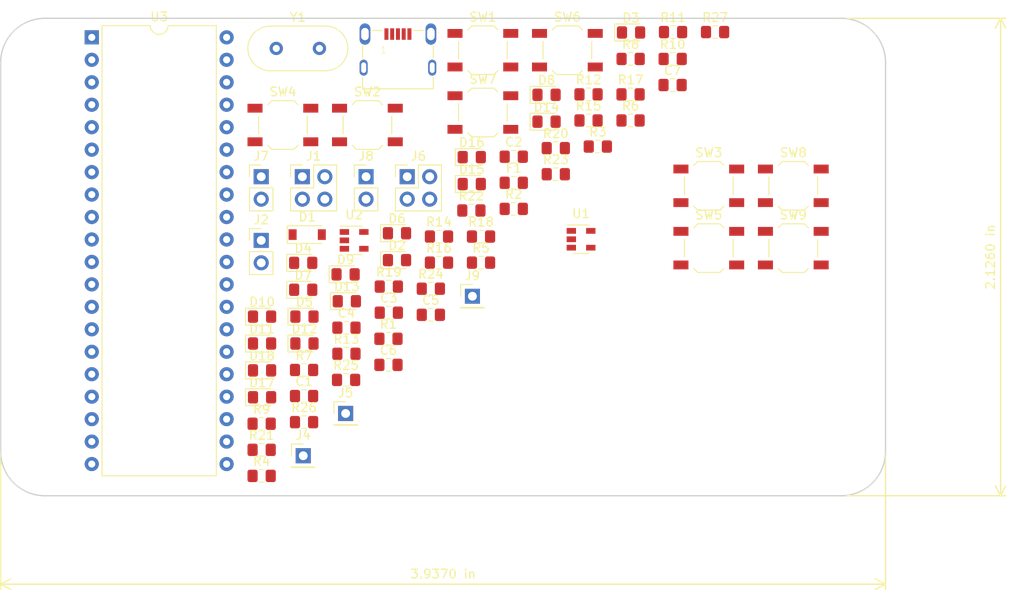
<source format=kicad_pcb>
(kicad_pcb (version 20171130) (host pcbnew "(5.1.2)-2")

  (general
    (thickness 1.6)
    (drawings 10)
    (tracks 0)
    (zones 0)
    (modules 75)
    (nets 71)
  )

  (page A4)
  (title_block
    (date "mar. 31 mars 2015")
  )

  (layers
    (0 F.Cu signal)
    (31 B.Cu signal)
    (32 B.Adhes user)
    (33 F.Adhes user)
    (34 B.Paste user)
    (35 F.Paste user)
    (36 B.SilkS user)
    (37 F.SilkS user)
    (38 B.Mask user)
    (39 F.Mask user)
    (40 Dwgs.User user)
    (41 Cmts.User user)
    (42 Eco1.User user)
    (43 Eco2.User user)
    (44 Edge.Cuts user)
    (45 Margin user)
    (46 B.CrtYd user)
    (47 F.CrtYd user)
    (48 B.Fab user)
    (49 F.Fab user)
  )

  (setup
    (last_trace_width 0.25)
    (trace_clearance 0.2)
    (zone_clearance 0.508)
    (zone_45_only no)
    (trace_min 0.2)
    (via_size 0.6)
    (via_drill 0.4)
    (via_min_size 0.4)
    (via_min_drill 0.3)
    (uvia_size 0.3)
    (uvia_drill 0.1)
    (uvias_allowed no)
    (uvia_min_size 0.2)
    (uvia_min_drill 0.1)
    (edge_width 0.15)
    (segment_width 0.15)
    (pcb_text_width 0.3)
    (pcb_text_size 1.5 1.5)
    (mod_edge_width 0.15)
    (mod_text_size 1 1)
    (mod_text_width 0.15)
    (pad_size 4.064 4.064)
    (pad_drill 3.048)
    (pad_to_mask_clearance 0)
    (aux_axis_origin 103.378 121.666)
    (visible_elements 7FFFE7FF)
    (pcbplotparams
      (layerselection 0x00030_80000001)
      (usegerberextensions false)
      (usegerberattributes false)
      (usegerberadvancedattributes false)
      (creategerberjobfile false)
      (excludeedgelayer true)
      (linewidth 0.100000)
      (plotframeref false)
      (viasonmask false)
      (mode 1)
      (useauxorigin false)
      (hpglpennumber 1)
      (hpglpenspeed 20)
      (hpglpendiameter 15.000000)
      (psnegative false)
      (psa4output false)
      (plotreference true)
      (plotvalue true)
      (plotinvisibletext false)
      (padsonsilk false)
      (subtractmaskfromsilk false)
      (outputformat 1)
      (mirror false)
      (drillshape 1)
      (scaleselection 1)
      (outputdirectory ""))
  )

  (net 0 "")
  (net 1 GND)
  (net 2 VCC)
  (net 3 +3V3)
  (net 4 /BAT)
  (net 5 "Net-(C5-Pad1)")
  (net 6 /O1)
  (net 7 /O2)
  (net 8 "Net-(D2-Pad1)")
  (net 9 /C6)
  (net 10 "Net-(D3-Pad1)")
  (net 11 /C5)
  (net 12 /C4)
  (net 13 "Net-(D4-Pad1)")
  (net 14 "Net-(D5-Pad1)")
  (net 15 /C7)
  (net 16 "Net-(D6-Pad1)")
  (net 17 /C2)
  (net 18 "Net-(D7-Pad1)")
  (net 19 /C1)
  (net 20 /C0)
  (net 21 "Net-(D8-Pad1)")
  (net 22 "Net-(D9-Pad1)")
  (net 23 /C3)
  (net 24 /D7)
  (net 25 "Net-(D10-Pad1)")
  (net 26 /D6)
  (net 27 "Net-(D11-Pad1)")
  (net 28 "Net-(D12-Pad1)")
  (net 29 /D3)
  (net 30 /D2)
  (net 31 "Net-(D13-Pad1)")
  (net 32 "Net-(D14-Pad1)")
  (net 33 /D5)
  (net 34 /D4)
  (net 35 "Net-(D15-Pad1)")
  (net 36 "Net-(D16-Pad1)")
  (net 37 /D1)
  (net 38 /D0)
  (net 39 "Net-(D17-Pad1)")
  (net 40 "Net-(D18-Pad2)")
  (net 41 "Net-(D18-Pad1)")
  (net 42 "Net-(F1-Pad2)")
  (net 43 /-)
  (net 44 /+)
  (net 45 /LEDS)
  (net 46 "Net-(J3-Pad2)")
  (net 47 "Net-(J3-Pad3)")
  (net 48 "Net-(J3-Pad4)")
  (net 49 /D+)
  (net 50 /D-)
  (net 51 /VUSB)
  (net 52 /B3)
  (net 53 /B2)
  (net 54 /B1)
  (net 55 /B0)
  (net 56 /B5)
  (net 57 /B6)
  (net 58 /B4)
  (net 59 /B7)
  (net 60 "Net-(R25-Pad1)")
  (net 61 /RESET)
  (net 62 /A0)
  (net 63 /A1)
  (net 64 /A2)
  (net 65 /A3)
  (net 66 /A4)
  (net 67 /A5)
  (net 68 /E0)
  (net 69 /E1)
  (net 70 /E2)

  (net_class Default "This is the default net class."
    (clearance 0.2)
    (trace_width 0.25)
    (via_dia 0.6)
    (via_drill 0.4)
    (uvia_dia 0.3)
    (uvia_drill 0.1)
    (add_net +3V3)
    (add_net /+)
    (add_net /-)
    (add_net /A0)
    (add_net /A1)
    (add_net /A2)
    (add_net /A3)
    (add_net /A4)
    (add_net /A5)
    (add_net /B0)
    (add_net /B1)
    (add_net /B2)
    (add_net /B3)
    (add_net /B4)
    (add_net /B5)
    (add_net /B6)
    (add_net /B7)
    (add_net /BAT)
    (add_net /C0)
    (add_net /C1)
    (add_net /C2)
    (add_net /C3)
    (add_net /C4)
    (add_net /C5)
    (add_net /C6)
    (add_net /C7)
    (add_net /D+)
    (add_net /D-)
    (add_net /D0)
    (add_net /D1)
    (add_net /D2)
    (add_net /D3)
    (add_net /D4)
    (add_net /D5)
    (add_net /D6)
    (add_net /D7)
    (add_net /E0)
    (add_net /E1)
    (add_net /E2)
    (add_net /LEDS)
    (add_net /O1)
    (add_net /O2)
    (add_net /RESET)
    (add_net /VUSB)
    (add_net GND)
    (add_net "Net-(C5-Pad1)")
    (add_net "Net-(D10-Pad1)")
    (add_net "Net-(D11-Pad1)")
    (add_net "Net-(D12-Pad1)")
    (add_net "Net-(D13-Pad1)")
    (add_net "Net-(D14-Pad1)")
    (add_net "Net-(D15-Pad1)")
    (add_net "Net-(D16-Pad1)")
    (add_net "Net-(D17-Pad1)")
    (add_net "Net-(D18-Pad1)")
    (add_net "Net-(D18-Pad2)")
    (add_net "Net-(D2-Pad1)")
    (add_net "Net-(D3-Pad1)")
    (add_net "Net-(D4-Pad1)")
    (add_net "Net-(D5-Pad1)")
    (add_net "Net-(D6-Pad1)")
    (add_net "Net-(D7-Pad1)")
    (add_net "Net-(D8-Pad1)")
    (add_net "Net-(D9-Pad1)")
    (add_net "Net-(F1-Pad2)")
    (add_net "Net-(J3-Pad2)")
    (add_net "Net-(J3-Pad3)")
    (add_net "Net-(J3-Pad4)")
    (add_net "Net-(R25-Pad1)")
    (add_net VCC)
  )

  (module Capacitor_SMD:C_0805_2012Metric_Pad1.15x1.40mm_HandSolder (layer F.Cu) (tedit 5B36C52B) (tstamp 5D468A9C)
    (at 139.285001 110.725001)
    (descr "Capacitor SMD 0805 (2012 Metric), square (rectangular) end terminal, IPC_7351 nominal with elongated pad for handsoldering. (Body size source: https://docs.google.com/spreadsheets/d/1BsfQQcO9C6DZCsRaXUlFlo91Tg2WpOkGARC1WS5S8t0/edit?usp=sharing), generated with kicad-footprint-generator")
    (tags "capacitor handsolder")
    (path /5D43CB28)
    (attr smd)
    (fp_text reference C1 (at 0 -1.65) (layer F.SilkS)
      (effects (font (size 1 1) (thickness 0.15)))
    )
    (fp_text value C (at 0 1.65) (layer F.Fab)
      (effects (font (size 1 1) (thickness 0.15)))
    )
    (fp_text user %R (at 0 0) (layer F.Fab)
      (effects (font (size 0.5 0.5) (thickness 0.08)))
    )
    (fp_line (start 1.85 0.95) (end -1.85 0.95) (layer F.CrtYd) (width 0.05))
    (fp_line (start 1.85 -0.95) (end 1.85 0.95) (layer F.CrtYd) (width 0.05))
    (fp_line (start -1.85 -0.95) (end 1.85 -0.95) (layer F.CrtYd) (width 0.05))
    (fp_line (start -1.85 0.95) (end -1.85 -0.95) (layer F.CrtYd) (width 0.05))
    (fp_line (start -0.261252 0.71) (end 0.261252 0.71) (layer F.SilkS) (width 0.12))
    (fp_line (start -0.261252 -0.71) (end 0.261252 -0.71) (layer F.SilkS) (width 0.12))
    (fp_line (start 1 0.6) (end -1 0.6) (layer F.Fab) (width 0.1))
    (fp_line (start 1 -0.6) (end 1 0.6) (layer F.Fab) (width 0.1))
    (fp_line (start -1 -0.6) (end 1 -0.6) (layer F.Fab) (width 0.1))
    (fp_line (start -1 0.6) (end -1 -0.6) (layer F.Fab) (width 0.1))
    (pad 2 smd roundrect (at 1.025 0) (size 1.15 1.4) (layers F.Cu F.Paste F.Mask) (roundrect_rratio 0.217391)
      (net 1 GND))
    (pad 1 smd roundrect (at -1.025 0) (size 1.15 1.4) (layers F.Cu F.Paste F.Mask) (roundrect_rratio 0.217391)
      (net 2 VCC))
    (model ${KISYS3DMOD}/Capacitor_SMD.3dshapes/C_0805_2012Metric.wrl
      (at (xyz 0 0 0))
      (scale (xyz 1 1 1))
      (rotate (xyz 0 0 0))
    )
  )

  (module Capacitor_SMD:C_0805_2012Metric_Pad1.15x1.40mm_HandSolder (layer F.Cu) (tedit 5B36C52B) (tstamp 5D468AAD)
    (at 162.985001 83.655001)
    (descr "Capacitor SMD 0805 (2012 Metric), square (rectangular) end terminal, IPC_7351 nominal with elongated pad for handsoldering. (Body size source: https://docs.google.com/spreadsheets/d/1BsfQQcO9C6DZCsRaXUlFlo91Tg2WpOkGARC1WS5S8t0/edit?usp=sharing), generated with kicad-footprint-generator")
    (tags "capacitor handsolder")
    (path /5D43A0EB)
    (attr smd)
    (fp_text reference C2 (at 0 -1.65) (layer F.SilkS)
      (effects (font (size 1 1) (thickness 0.15)))
    )
    (fp_text value C (at 0 1.65) (layer F.Fab)
      (effects (font (size 1 1) (thickness 0.15)))
    )
    (fp_line (start -1 0.6) (end -1 -0.6) (layer F.Fab) (width 0.1))
    (fp_line (start -1 -0.6) (end 1 -0.6) (layer F.Fab) (width 0.1))
    (fp_line (start 1 -0.6) (end 1 0.6) (layer F.Fab) (width 0.1))
    (fp_line (start 1 0.6) (end -1 0.6) (layer F.Fab) (width 0.1))
    (fp_line (start -0.261252 -0.71) (end 0.261252 -0.71) (layer F.SilkS) (width 0.12))
    (fp_line (start -0.261252 0.71) (end 0.261252 0.71) (layer F.SilkS) (width 0.12))
    (fp_line (start -1.85 0.95) (end -1.85 -0.95) (layer F.CrtYd) (width 0.05))
    (fp_line (start -1.85 -0.95) (end 1.85 -0.95) (layer F.CrtYd) (width 0.05))
    (fp_line (start 1.85 -0.95) (end 1.85 0.95) (layer F.CrtYd) (width 0.05))
    (fp_line (start 1.85 0.95) (end -1.85 0.95) (layer F.CrtYd) (width 0.05))
    (fp_text user %R (at 0 0) (layer F.Fab)
      (effects (font (size 0.5 0.5) (thickness 0.08)))
    )
    (pad 1 smd roundrect (at -1.025 0) (size 1.15 1.4) (layers F.Cu F.Paste F.Mask) (roundrect_rratio 0.217391)
      (net 3 +3V3))
    (pad 2 smd roundrect (at 1.025 0) (size 1.15 1.4) (layers F.Cu F.Paste F.Mask) (roundrect_rratio 0.217391)
      (net 1 GND))
    (model ${KISYS3DMOD}/Capacitor_SMD.3dshapes/C_0805_2012Metric.wrl
      (at (xyz 0 0 0))
      (scale (xyz 1 1 1))
      (rotate (xyz 0 0 0))
    )
  )

  (module Capacitor_SMD:C_0805_2012Metric_Pad1.15x1.40mm_HandSolder (layer F.Cu) (tedit 5B36C52B) (tstamp 5D468ABE)
    (at 148.865001 101.295001)
    (descr "Capacitor SMD 0805 (2012 Metric), square (rectangular) end terminal, IPC_7351 nominal with elongated pad for handsoldering. (Body size source: https://docs.google.com/spreadsheets/d/1BsfQQcO9C6DZCsRaXUlFlo91Tg2WpOkGARC1WS5S8t0/edit?usp=sharing), generated with kicad-footprint-generator")
    (tags "capacitor handsolder")
    (path /5D449D15)
    (attr smd)
    (fp_text reference C3 (at 0 -1.65) (layer F.SilkS)
      (effects (font (size 1 1) (thickness 0.15)))
    )
    (fp_text value C (at 0 1.65) (layer F.Fab)
      (effects (font (size 1 1) (thickness 0.15)))
    )
    (fp_text user %R (at 0 0) (layer F.Fab)
      (effects (font (size 0.5 0.5) (thickness 0.08)))
    )
    (fp_line (start 1.85 0.95) (end -1.85 0.95) (layer F.CrtYd) (width 0.05))
    (fp_line (start 1.85 -0.95) (end 1.85 0.95) (layer F.CrtYd) (width 0.05))
    (fp_line (start -1.85 -0.95) (end 1.85 -0.95) (layer F.CrtYd) (width 0.05))
    (fp_line (start -1.85 0.95) (end -1.85 -0.95) (layer F.CrtYd) (width 0.05))
    (fp_line (start -0.261252 0.71) (end 0.261252 0.71) (layer F.SilkS) (width 0.12))
    (fp_line (start -0.261252 -0.71) (end 0.261252 -0.71) (layer F.SilkS) (width 0.12))
    (fp_line (start 1 0.6) (end -1 0.6) (layer F.Fab) (width 0.1))
    (fp_line (start 1 -0.6) (end 1 0.6) (layer F.Fab) (width 0.1))
    (fp_line (start -1 -0.6) (end 1 -0.6) (layer F.Fab) (width 0.1))
    (fp_line (start -1 0.6) (end -1 -0.6) (layer F.Fab) (width 0.1))
    (pad 2 smd roundrect (at 1.025 0) (size 1.15 1.4) (layers F.Cu F.Paste F.Mask) (roundrect_rratio 0.217391)
      (net 1 GND))
    (pad 1 smd roundrect (at -1.025 0) (size 1.15 1.4) (layers F.Cu F.Paste F.Mask) (roundrect_rratio 0.217391)
      (net 2 VCC))
    (model ${KISYS3DMOD}/Capacitor_SMD.3dshapes/C_0805_2012Metric.wrl
      (at (xyz 0 0 0))
      (scale (xyz 1 1 1))
      (rotate (xyz 0 0 0))
    )
  )

  (module Capacitor_SMD:C_0805_2012Metric_Pad1.15x1.40mm_HandSolder (layer F.Cu) (tedit 5B36C52B) (tstamp 5D468ACF)
    (at 144.075001 102.995001)
    (descr "Capacitor SMD 0805 (2012 Metric), square (rectangular) end terminal, IPC_7351 nominal with elongated pad for handsoldering. (Body size source: https://docs.google.com/spreadsheets/d/1BsfQQcO9C6DZCsRaXUlFlo91Tg2WpOkGARC1WS5S8t0/edit?usp=sharing), generated with kicad-footprint-generator")
    (tags "capacitor handsolder")
    (path /5D4511CC)
    (attr smd)
    (fp_text reference C4 (at 0 -1.65) (layer F.SilkS)
      (effects (font (size 1 1) (thickness 0.15)))
    )
    (fp_text value C (at 0 1.65) (layer F.Fab)
      (effects (font (size 1 1) (thickness 0.15)))
    )
    (fp_line (start -1 0.6) (end -1 -0.6) (layer F.Fab) (width 0.1))
    (fp_line (start -1 -0.6) (end 1 -0.6) (layer F.Fab) (width 0.1))
    (fp_line (start 1 -0.6) (end 1 0.6) (layer F.Fab) (width 0.1))
    (fp_line (start 1 0.6) (end -1 0.6) (layer F.Fab) (width 0.1))
    (fp_line (start -0.261252 -0.71) (end 0.261252 -0.71) (layer F.SilkS) (width 0.12))
    (fp_line (start -0.261252 0.71) (end 0.261252 0.71) (layer F.SilkS) (width 0.12))
    (fp_line (start -1.85 0.95) (end -1.85 -0.95) (layer F.CrtYd) (width 0.05))
    (fp_line (start -1.85 -0.95) (end 1.85 -0.95) (layer F.CrtYd) (width 0.05))
    (fp_line (start 1.85 -0.95) (end 1.85 0.95) (layer F.CrtYd) (width 0.05))
    (fp_line (start 1.85 0.95) (end -1.85 0.95) (layer F.CrtYd) (width 0.05))
    (fp_text user %R (at 0 0) (layer F.Fab)
      (effects (font (size 0.5 0.5) (thickness 0.08)))
    )
    (pad 1 smd roundrect (at -1.025 0) (size 1.15 1.4) (layers F.Cu F.Paste F.Mask) (roundrect_rratio 0.217391)
      (net 4 /BAT))
    (pad 2 smd roundrect (at 1.025 0) (size 1.15 1.4) (layers F.Cu F.Paste F.Mask) (roundrect_rratio 0.217391)
      (net 1 GND))
    (model ${KISYS3DMOD}/Capacitor_SMD.3dshapes/C_0805_2012Metric.wrl
      (at (xyz 0 0 0))
      (scale (xyz 1 1 1))
      (rotate (xyz 0 0 0))
    )
  )

  (module Capacitor_SMD:C_0805_2012Metric_Pad1.15x1.40mm_HandSolder (layer F.Cu) (tedit 5B36C52B) (tstamp 5D468AE0)
    (at 153.615001 101.535001)
    (descr "Capacitor SMD 0805 (2012 Metric), square (rectangular) end terminal, IPC_7351 nominal with elongated pad for handsoldering. (Body size source: https://docs.google.com/spreadsheets/d/1BsfQQcO9C6DZCsRaXUlFlo91Tg2WpOkGARC1WS5S8t0/edit?usp=sharing), generated with kicad-footprint-generator")
    (tags "capacitor handsolder")
    (path /5D45F815)
    (attr smd)
    (fp_text reference C5 (at 0 -1.65) (layer F.SilkS)
      (effects (font (size 1 1) (thickness 0.15)))
    )
    (fp_text value C (at 0 1.65) (layer F.Fab)
      (effects (font (size 1 1) (thickness 0.15)))
    )
    (fp_text user %R (at 0 0) (layer F.Fab)
      (effects (font (size 0.5 0.5) (thickness 0.08)))
    )
    (fp_line (start 1.85 0.95) (end -1.85 0.95) (layer F.CrtYd) (width 0.05))
    (fp_line (start 1.85 -0.95) (end 1.85 0.95) (layer F.CrtYd) (width 0.05))
    (fp_line (start -1.85 -0.95) (end 1.85 -0.95) (layer F.CrtYd) (width 0.05))
    (fp_line (start -1.85 0.95) (end -1.85 -0.95) (layer F.CrtYd) (width 0.05))
    (fp_line (start -0.261252 0.71) (end 0.261252 0.71) (layer F.SilkS) (width 0.12))
    (fp_line (start -0.261252 -0.71) (end 0.261252 -0.71) (layer F.SilkS) (width 0.12))
    (fp_line (start 1 0.6) (end -1 0.6) (layer F.Fab) (width 0.1))
    (fp_line (start 1 -0.6) (end 1 0.6) (layer F.Fab) (width 0.1))
    (fp_line (start -1 -0.6) (end 1 -0.6) (layer F.Fab) (width 0.1))
    (fp_line (start -1 0.6) (end -1 -0.6) (layer F.Fab) (width 0.1))
    (pad 2 smd roundrect (at 1.025 0) (size 1.15 1.4) (layers F.Cu F.Paste F.Mask) (roundrect_rratio 0.217391)
      (net 1 GND))
    (pad 1 smd roundrect (at -1.025 0) (size 1.15 1.4) (layers F.Cu F.Paste F.Mask) (roundrect_rratio 0.217391)
      (net 5 "Net-(C5-Pad1)"))
    (model ${KISYS3DMOD}/Capacitor_SMD.3dshapes/C_0805_2012Metric.wrl
      (at (xyz 0 0 0))
      (scale (xyz 1 1 1))
      (rotate (xyz 0 0 0))
    )
  )

  (module Capacitor_SMD:C_0805_2012Metric_Pad1.15x1.40mm_HandSolder (layer F.Cu) (tedit 5B36C52B) (tstamp 5D468AF1)
    (at 148.825001 107.195001)
    (descr "Capacitor SMD 0805 (2012 Metric), square (rectangular) end terminal, IPC_7351 nominal with elongated pad for handsoldering. (Body size source: https://docs.google.com/spreadsheets/d/1BsfQQcO9C6DZCsRaXUlFlo91Tg2WpOkGARC1WS5S8t0/edit?usp=sharing), generated with kicad-footprint-generator")
    (tags "capacitor handsolder")
    (path /5D531DD0)
    (attr smd)
    (fp_text reference C6 (at 0 -1.65) (layer F.SilkS)
      (effects (font (size 1 1) (thickness 0.15)))
    )
    (fp_text value C (at 0 1.65) (layer F.Fab)
      (effects (font (size 1 1) (thickness 0.15)))
    )
    (fp_line (start -1 0.6) (end -1 -0.6) (layer F.Fab) (width 0.1))
    (fp_line (start -1 -0.6) (end 1 -0.6) (layer F.Fab) (width 0.1))
    (fp_line (start 1 -0.6) (end 1 0.6) (layer F.Fab) (width 0.1))
    (fp_line (start 1 0.6) (end -1 0.6) (layer F.Fab) (width 0.1))
    (fp_line (start -0.261252 -0.71) (end 0.261252 -0.71) (layer F.SilkS) (width 0.12))
    (fp_line (start -0.261252 0.71) (end 0.261252 0.71) (layer F.SilkS) (width 0.12))
    (fp_line (start -1.85 0.95) (end -1.85 -0.95) (layer F.CrtYd) (width 0.05))
    (fp_line (start -1.85 -0.95) (end 1.85 -0.95) (layer F.CrtYd) (width 0.05))
    (fp_line (start 1.85 -0.95) (end 1.85 0.95) (layer F.CrtYd) (width 0.05))
    (fp_line (start 1.85 0.95) (end -1.85 0.95) (layer F.CrtYd) (width 0.05))
    (fp_text user %R (at 0 0) (layer F.Fab)
      (effects (font (size 0.5 0.5) (thickness 0.08)))
    )
    (pad 1 smd roundrect (at -1.025 0) (size 1.15 1.4) (layers F.Cu F.Paste F.Mask) (roundrect_rratio 0.217391)
      (net 1 GND))
    (pad 2 smd roundrect (at 1.025 0) (size 1.15 1.4) (layers F.Cu F.Paste F.Mask) (roundrect_rratio 0.217391)
      (net 6 /O1))
    (model ${KISYS3DMOD}/Capacitor_SMD.3dshapes/C_0805_2012Metric.wrl
      (at (xyz 0 0 0))
      (scale (xyz 1 1 1))
      (rotate (xyz 0 0 0))
    )
  )

  (module Capacitor_SMD:C_0805_2012Metric_Pad1.15x1.40mm_HandSolder (layer F.Cu) (tedit 5B36C52B) (tstamp 5D468B02)
    (at 180.935001 75.545001)
    (descr "Capacitor SMD 0805 (2012 Metric), square (rectangular) end terminal, IPC_7351 nominal with elongated pad for handsoldering. (Body size source: https://docs.google.com/spreadsheets/d/1BsfQQcO9C6DZCsRaXUlFlo91Tg2WpOkGARC1WS5S8t0/edit?usp=sharing), generated with kicad-footprint-generator")
    (tags "capacitor handsolder")
    (path /5D532E34)
    (attr smd)
    (fp_text reference C7 (at 0 -1.65) (layer F.SilkS)
      (effects (font (size 1 1) (thickness 0.15)))
    )
    (fp_text value C (at 0 1.65) (layer F.Fab)
      (effects (font (size 1 1) (thickness 0.15)))
    )
    (fp_line (start -1 0.6) (end -1 -0.6) (layer F.Fab) (width 0.1))
    (fp_line (start -1 -0.6) (end 1 -0.6) (layer F.Fab) (width 0.1))
    (fp_line (start 1 -0.6) (end 1 0.6) (layer F.Fab) (width 0.1))
    (fp_line (start 1 0.6) (end -1 0.6) (layer F.Fab) (width 0.1))
    (fp_line (start -0.261252 -0.71) (end 0.261252 -0.71) (layer F.SilkS) (width 0.12))
    (fp_line (start -0.261252 0.71) (end 0.261252 0.71) (layer F.SilkS) (width 0.12))
    (fp_line (start -1.85 0.95) (end -1.85 -0.95) (layer F.CrtYd) (width 0.05))
    (fp_line (start -1.85 -0.95) (end 1.85 -0.95) (layer F.CrtYd) (width 0.05))
    (fp_line (start 1.85 -0.95) (end 1.85 0.95) (layer F.CrtYd) (width 0.05))
    (fp_line (start 1.85 0.95) (end -1.85 0.95) (layer F.CrtYd) (width 0.05))
    (fp_text user %R (at 0 0) (layer F.Fab)
      (effects (font (size 0.5 0.5) (thickness 0.08)))
    )
    (pad 1 smd roundrect (at -1.025 0) (size 1.15 1.4) (layers F.Cu F.Paste F.Mask) (roundrect_rratio 0.217391)
      (net 1 GND))
    (pad 2 smd roundrect (at 1.025 0) (size 1.15 1.4) (layers F.Cu F.Paste F.Mask) (roundrect_rratio 0.217391)
      (net 7 /O2))
    (model ${KISYS3DMOD}/Capacitor_SMD.3dshapes/C_0805_2012Metric.wrl
      (at (xyz 0 0 0))
      (scale (xyz 1 1 1))
      (rotate (xyz 0 0 0))
    )
  )

  (module Diode_SMD:D_SOD-123 (layer F.Cu) (tedit 58645DC7) (tstamp 5D468B1B)
    (at 139.645001 92.465001)
    (descr SOD-123)
    (tags SOD-123)
    (path /5D43D6F1)
    (attr smd)
    (fp_text reference D1 (at 0 -2) (layer F.SilkS)
      (effects (font (size 1 1) (thickness 0.15)))
    )
    (fp_text value D_Schottky (at 0 2.1) (layer F.Fab)
      (effects (font (size 1 1) (thickness 0.15)))
    )
    (fp_text user %R (at 0 -2) (layer F.Fab)
      (effects (font (size 1 1) (thickness 0.15)))
    )
    (fp_line (start -2.25 -1) (end -2.25 1) (layer F.SilkS) (width 0.12))
    (fp_line (start 0.25 0) (end 0.75 0) (layer F.Fab) (width 0.1))
    (fp_line (start 0.25 0.4) (end -0.35 0) (layer F.Fab) (width 0.1))
    (fp_line (start 0.25 -0.4) (end 0.25 0.4) (layer F.Fab) (width 0.1))
    (fp_line (start -0.35 0) (end 0.25 -0.4) (layer F.Fab) (width 0.1))
    (fp_line (start -0.35 0) (end -0.35 0.55) (layer F.Fab) (width 0.1))
    (fp_line (start -0.35 0) (end -0.35 -0.55) (layer F.Fab) (width 0.1))
    (fp_line (start -0.75 0) (end -0.35 0) (layer F.Fab) (width 0.1))
    (fp_line (start -1.4 0.9) (end -1.4 -0.9) (layer F.Fab) (width 0.1))
    (fp_line (start 1.4 0.9) (end -1.4 0.9) (layer F.Fab) (width 0.1))
    (fp_line (start 1.4 -0.9) (end 1.4 0.9) (layer F.Fab) (width 0.1))
    (fp_line (start -1.4 -0.9) (end 1.4 -0.9) (layer F.Fab) (width 0.1))
    (fp_line (start -2.35 -1.15) (end 2.35 -1.15) (layer F.CrtYd) (width 0.05))
    (fp_line (start 2.35 -1.15) (end 2.35 1.15) (layer F.CrtYd) (width 0.05))
    (fp_line (start 2.35 1.15) (end -2.35 1.15) (layer F.CrtYd) (width 0.05))
    (fp_line (start -2.35 -1.15) (end -2.35 1.15) (layer F.CrtYd) (width 0.05))
    (fp_line (start -2.25 1) (end 1.65 1) (layer F.SilkS) (width 0.12))
    (fp_line (start -2.25 -1) (end 1.65 -1) (layer F.SilkS) (width 0.12))
    (pad 1 smd rect (at -1.65 0) (size 0.9 1.2) (layers F.Cu F.Paste F.Mask)
      (net 2 VCC))
    (pad 2 smd rect (at 1.65 0) (size 0.9 1.2) (layers F.Cu F.Paste F.Mask)
      (net 4 /BAT))
    (model ${KISYS3DMOD}/Diode_SMD.3dshapes/D_SOD-123.wrl
      (at (xyz 0 0 0))
      (scale (xyz 1 1 1))
      (rotate (xyz 0 0 0))
    )
  )

  (module LED_SMD:LED_0805_2012Metric_Pad1.15x1.40mm_HandSolder (layer F.Cu) (tedit 5B4B45C9) (tstamp 5D468B2E)
    (at 149.790001 95.350001)
    (descr "LED SMD 0805 (2012 Metric), square (rectangular) end terminal, IPC_7351 nominal, (Body size source: https://docs.google.com/spreadsheets/d/1BsfQQcO9C6DZCsRaXUlFlo91Tg2WpOkGARC1WS5S8t0/edit?usp=sharing), generated with kicad-footprint-generator")
    (tags "LED handsolder")
    (path /5D507DE4)
    (attr smd)
    (fp_text reference D2 (at 0 -1.65) (layer F.SilkS)
      (effects (font (size 1 1) (thickness 0.15)))
    )
    (fp_text value LED_Small (at 0 1.65) (layer F.Fab)
      (effects (font (size 1 1) (thickness 0.15)))
    )
    (fp_line (start 1 -0.6) (end -0.7 -0.6) (layer F.Fab) (width 0.1))
    (fp_line (start -0.7 -0.6) (end -1 -0.3) (layer F.Fab) (width 0.1))
    (fp_line (start -1 -0.3) (end -1 0.6) (layer F.Fab) (width 0.1))
    (fp_line (start -1 0.6) (end 1 0.6) (layer F.Fab) (width 0.1))
    (fp_line (start 1 0.6) (end 1 -0.6) (layer F.Fab) (width 0.1))
    (fp_line (start 1 -0.96) (end -1.86 -0.96) (layer F.SilkS) (width 0.12))
    (fp_line (start -1.86 -0.96) (end -1.86 0.96) (layer F.SilkS) (width 0.12))
    (fp_line (start -1.86 0.96) (end 1 0.96) (layer F.SilkS) (width 0.12))
    (fp_line (start -1.85 0.95) (end -1.85 -0.95) (layer F.CrtYd) (width 0.05))
    (fp_line (start -1.85 -0.95) (end 1.85 -0.95) (layer F.CrtYd) (width 0.05))
    (fp_line (start 1.85 -0.95) (end 1.85 0.95) (layer F.CrtYd) (width 0.05))
    (fp_line (start 1.85 0.95) (end -1.85 0.95) (layer F.CrtYd) (width 0.05))
    (fp_text user %R (at 0 0) (layer F.Fab)
      (effects (font (size 0.5 0.5) (thickness 0.08)))
    )
    (pad 1 smd roundrect (at -1.025 0) (size 1.15 1.4) (layers F.Cu F.Paste F.Mask) (roundrect_rratio 0.217391)
      (net 8 "Net-(D2-Pad1)"))
    (pad 2 smd roundrect (at 1.025 0) (size 1.15 1.4) (layers F.Cu F.Paste F.Mask) (roundrect_rratio 0.217391)
      (net 9 /C6))
    (model ${KISYS3DMOD}/LED_SMD.3dshapes/LED_0805_2012Metric.wrl
      (at (xyz 0 0 0))
      (scale (xyz 1 1 1))
      (rotate (xyz 0 0 0))
    )
  )

  (module LED_SMD:LED_0805_2012Metric_Pad1.15x1.40mm_HandSolder (layer F.Cu) (tedit 5B4B45C9) (tstamp 5D468B41)
    (at 176.240001 69.600001)
    (descr "LED SMD 0805 (2012 Metric), square (rectangular) end terminal, IPC_7351 nominal, (Body size source: https://docs.google.com/spreadsheets/d/1BsfQQcO9C6DZCsRaXUlFlo91Tg2WpOkGARC1WS5S8t0/edit?usp=sharing), generated with kicad-footprint-generator")
    (tags "LED handsolder")
    (path /5D507DD7)
    (attr smd)
    (fp_text reference D3 (at 0 -1.65) (layer F.SilkS)
      (effects (font (size 1 1) (thickness 0.15)))
    )
    (fp_text value LED_Small (at 0 1.65) (layer F.Fab)
      (effects (font (size 1 1) (thickness 0.15)))
    )
    (fp_line (start 1 -0.6) (end -0.7 -0.6) (layer F.Fab) (width 0.1))
    (fp_line (start -0.7 -0.6) (end -1 -0.3) (layer F.Fab) (width 0.1))
    (fp_line (start -1 -0.3) (end -1 0.6) (layer F.Fab) (width 0.1))
    (fp_line (start -1 0.6) (end 1 0.6) (layer F.Fab) (width 0.1))
    (fp_line (start 1 0.6) (end 1 -0.6) (layer F.Fab) (width 0.1))
    (fp_line (start 1 -0.96) (end -1.86 -0.96) (layer F.SilkS) (width 0.12))
    (fp_line (start -1.86 -0.96) (end -1.86 0.96) (layer F.SilkS) (width 0.12))
    (fp_line (start -1.86 0.96) (end 1 0.96) (layer F.SilkS) (width 0.12))
    (fp_line (start -1.85 0.95) (end -1.85 -0.95) (layer F.CrtYd) (width 0.05))
    (fp_line (start -1.85 -0.95) (end 1.85 -0.95) (layer F.CrtYd) (width 0.05))
    (fp_line (start 1.85 -0.95) (end 1.85 0.95) (layer F.CrtYd) (width 0.05))
    (fp_line (start 1.85 0.95) (end -1.85 0.95) (layer F.CrtYd) (width 0.05))
    (fp_text user %R (at 0 0) (layer F.Fab)
      (effects (font (size 0.5 0.5) (thickness 0.08)))
    )
    (pad 1 smd roundrect (at -1.025 0) (size 1.15 1.4) (layers F.Cu F.Paste F.Mask) (roundrect_rratio 0.217391)
      (net 10 "Net-(D3-Pad1)"))
    (pad 2 smd roundrect (at 1.025 0) (size 1.15 1.4) (layers F.Cu F.Paste F.Mask) (roundrect_rratio 0.217391)
      (net 11 /C5))
    (model ${KISYS3DMOD}/LED_SMD.3dshapes/LED_0805_2012Metric.wrl
      (at (xyz 0 0 0))
      (scale (xyz 1 1 1))
      (rotate (xyz 0 0 0))
    )
  )

  (module LED_SMD:LED_0805_2012Metric_Pad1.15x1.40mm_HandSolder (layer F.Cu) (tedit 5B4B45C9) (tstamp 5D468B54)
    (at 139.190001 95.660001)
    (descr "LED SMD 0805 (2012 Metric), square (rectangular) end terminal, IPC_7351 nominal, (Body size source: https://docs.google.com/spreadsheets/d/1BsfQQcO9C6DZCsRaXUlFlo91Tg2WpOkGARC1WS5S8t0/edit?usp=sharing), generated with kicad-footprint-generator")
    (tags "LED handsolder")
    (path /5D507DCA)
    (attr smd)
    (fp_text reference D4 (at 0 -1.65) (layer F.SilkS)
      (effects (font (size 1 1) (thickness 0.15)))
    )
    (fp_text value LED_Small (at 0 1.65) (layer F.Fab)
      (effects (font (size 1 1) (thickness 0.15)))
    )
    (fp_text user %R (at 0 0) (layer F.Fab)
      (effects (font (size 0.5 0.5) (thickness 0.08)))
    )
    (fp_line (start 1.85 0.95) (end -1.85 0.95) (layer F.CrtYd) (width 0.05))
    (fp_line (start 1.85 -0.95) (end 1.85 0.95) (layer F.CrtYd) (width 0.05))
    (fp_line (start -1.85 -0.95) (end 1.85 -0.95) (layer F.CrtYd) (width 0.05))
    (fp_line (start -1.85 0.95) (end -1.85 -0.95) (layer F.CrtYd) (width 0.05))
    (fp_line (start -1.86 0.96) (end 1 0.96) (layer F.SilkS) (width 0.12))
    (fp_line (start -1.86 -0.96) (end -1.86 0.96) (layer F.SilkS) (width 0.12))
    (fp_line (start 1 -0.96) (end -1.86 -0.96) (layer F.SilkS) (width 0.12))
    (fp_line (start 1 0.6) (end 1 -0.6) (layer F.Fab) (width 0.1))
    (fp_line (start -1 0.6) (end 1 0.6) (layer F.Fab) (width 0.1))
    (fp_line (start -1 -0.3) (end -1 0.6) (layer F.Fab) (width 0.1))
    (fp_line (start -0.7 -0.6) (end -1 -0.3) (layer F.Fab) (width 0.1))
    (fp_line (start 1 -0.6) (end -0.7 -0.6) (layer F.Fab) (width 0.1))
    (pad 2 smd roundrect (at 1.025 0) (size 1.15 1.4) (layers F.Cu F.Paste F.Mask) (roundrect_rratio 0.217391)
      (net 12 /C4))
    (pad 1 smd roundrect (at -1.025 0) (size 1.15 1.4) (layers F.Cu F.Paste F.Mask) (roundrect_rratio 0.217391)
      (net 13 "Net-(D4-Pad1)"))
    (model ${KISYS3DMOD}/LED_SMD.3dshapes/LED_0805_2012Metric.wrl
      (at (xyz 0 0 0))
      (scale (xyz 1 1 1))
      (rotate (xyz 0 0 0))
    )
  )

  (module LED_SMD:LED_0805_2012Metric_Pad1.15x1.40mm_HandSolder (layer F.Cu) (tedit 5B4B45C9) (tstamp 5D468B67)
    (at 139.330001 101.740001)
    (descr "LED SMD 0805 (2012 Metric), square (rectangular) end terminal, IPC_7351 nominal, (Body size source: https://docs.google.com/spreadsheets/d/1BsfQQcO9C6DZCsRaXUlFlo91Tg2WpOkGARC1WS5S8t0/edit?usp=sharing), generated with kicad-footprint-generator")
    (tags "LED handsolder")
    (path /5D507E18)
    (attr smd)
    (fp_text reference D5 (at 0 -1.65) (layer F.SilkS)
      (effects (font (size 1 1) (thickness 0.15)))
    )
    (fp_text value LED_Small (at 0 1.65) (layer F.Fab)
      (effects (font (size 1 1) (thickness 0.15)))
    )
    (fp_line (start 1 -0.6) (end -0.7 -0.6) (layer F.Fab) (width 0.1))
    (fp_line (start -0.7 -0.6) (end -1 -0.3) (layer F.Fab) (width 0.1))
    (fp_line (start -1 -0.3) (end -1 0.6) (layer F.Fab) (width 0.1))
    (fp_line (start -1 0.6) (end 1 0.6) (layer F.Fab) (width 0.1))
    (fp_line (start 1 0.6) (end 1 -0.6) (layer F.Fab) (width 0.1))
    (fp_line (start 1 -0.96) (end -1.86 -0.96) (layer F.SilkS) (width 0.12))
    (fp_line (start -1.86 -0.96) (end -1.86 0.96) (layer F.SilkS) (width 0.12))
    (fp_line (start -1.86 0.96) (end 1 0.96) (layer F.SilkS) (width 0.12))
    (fp_line (start -1.85 0.95) (end -1.85 -0.95) (layer F.CrtYd) (width 0.05))
    (fp_line (start -1.85 -0.95) (end 1.85 -0.95) (layer F.CrtYd) (width 0.05))
    (fp_line (start 1.85 -0.95) (end 1.85 0.95) (layer F.CrtYd) (width 0.05))
    (fp_line (start 1.85 0.95) (end -1.85 0.95) (layer F.CrtYd) (width 0.05))
    (fp_text user %R (at 0 0) (layer F.Fab)
      (effects (font (size 0.5 0.5) (thickness 0.08)))
    )
    (pad 1 smd roundrect (at -1.025 0) (size 1.15 1.4) (layers F.Cu F.Paste F.Mask) (roundrect_rratio 0.217391)
      (net 14 "Net-(D5-Pad1)"))
    (pad 2 smd roundrect (at 1.025 0) (size 1.15 1.4) (layers F.Cu F.Paste F.Mask) (roundrect_rratio 0.217391)
      (net 15 /C7))
    (model ${KISYS3DMOD}/LED_SMD.3dshapes/LED_0805_2012Metric.wrl
      (at (xyz 0 0 0))
      (scale (xyz 1 1 1))
      (rotate (xyz 0 0 0))
    )
  )

  (module LED_SMD:LED_0805_2012Metric_Pad1.15x1.40mm_HandSolder (layer F.Cu) (tedit 5B4B45C9) (tstamp 5D468B7A)
    (at 149.790001 92.310001)
    (descr "LED SMD 0805 (2012 Metric), square (rectangular) end terminal, IPC_7351 nominal, (Body size source: https://docs.google.com/spreadsheets/d/1BsfQQcO9C6DZCsRaXUlFlo91Tg2WpOkGARC1WS5S8t0/edit?usp=sharing), generated with kicad-footprint-generator")
    (tags "LED handsolder")
    (path /5D4F779A)
    (attr smd)
    (fp_text reference D6 (at 0 -1.65) (layer F.SilkS)
      (effects (font (size 1 1) (thickness 0.15)))
    )
    (fp_text value LED_Small (at 0 1.65) (layer F.Fab)
      (effects (font (size 1 1) (thickness 0.15)))
    )
    (fp_line (start 1 -0.6) (end -0.7 -0.6) (layer F.Fab) (width 0.1))
    (fp_line (start -0.7 -0.6) (end -1 -0.3) (layer F.Fab) (width 0.1))
    (fp_line (start -1 -0.3) (end -1 0.6) (layer F.Fab) (width 0.1))
    (fp_line (start -1 0.6) (end 1 0.6) (layer F.Fab) (width 0.1))
    (fp_line (start 1 0.6) (end 1 -0.6) (layer F.Fab) (width 0.1))
    (fp_line (start 1 -0.96) (end -1.86 -0.96) (layer F.SilkS) (width 0.12))
    (fp_line (start -1.86 -0.96) (end -1.86 0.96) (layer F.SilkS) (width 0.12))
    (fp_line (start -1.86 0.96) (end 1 0.96) (layer F.SilkS) (width 0.12))
    (fp_line (start -1.85 0.95) (end -1.85 -0.95) (layer F.CrtYd) (width 0.05))
    (fp_line (start -1.85 -0.95) (end 1.85 -0.95) (layer F.CrtYd) (width 0.05))
    (fp_line (start 1.85 -0.95) (end 1.85 0.95) (layer F.CrtYd) (width 0.05))
    (fp_line (start 1.85 0.95) (end -1.85 0.95) (layer F.CrtYd) (width 0.05))
    (fp_text user %R (at 0 0) (layer F.Fab)
      (effects (font (size 0.5 0.5) (thickness 0.08)))
    )
    (pad 1 smd roundrect (at -1.025 0) (size 1.15 1.4) (layers F.Cu F.Paste F.Mask) (roundrect_rratio 0.217391)
      (net 16 "Net-(D6-Pad1)"))
    (pad 2 smd roundrect (at 1.025 0) (size 1.15 1.4) (layers F.Cu F.Paste F.Mask) (roundrect_rratio 0.217391)
      (net 17 /C2))
    (model ${KISYS3DMOD}/LED_SMD.3dshapes/LED_0805_2012Metric.wrl
      (at (xyz 0 0 0))
      (scale (xyz 1 1 1))
      (rotate (xyz 0 0 0))
    )
  )

  (module LED_SMD:LED_0805_2012Metric_Pad1.15x1.40mm_HandSolder (layer F.Cu) (tedit 5B4B45C9) (tstamp 5D468B8D)
    (at 139.190001 98.700001)
    (descr "LED SMD 0805 (2012 Metric), square (rectangular) end terminal, IPC_7351 nominal, (Body size source: https://docs.google.com/spreadsheets/d/1BsfQQcO9C6DZCsRaXUlFlo91Tg2WpOkGARC1WS5S8t0/edit?usp=sharing), generated with kicad-footprint-generator")
    (tags "LED handsolder")
    (path /5D4F56BA)
    (attr smd)
    (fp_text reference D7 (at 0 -1.65) (layer F.SilkS)
      (effects (font (size 1 1) (thickness 0.15)))
    )
    (fp_text value LED_Small (at 0 1.65) (layer F.Fab)
      (effects (font (size 1 1) (thickness 0.15)))
    )
    (fp_line (start 1 -0.6) (end -0.7 -0.6) (layer F.Fab) (width 0.1))
    (fp_line (start -0.7 -0.6) (end -1 -0.3) (layer F.Fab) (width 0.1))
    (fp_line (start -1 -0.3) (end -1 0.6) (layer F.Fab) (width 0.1))
    (fp_line (start -1 0.6) (end 1 0.6) (layer F.Fab) (width 0.1))
    (fp_line (start 1 0.6) (end 1 -0.6) (layer F.Fab) (width 0.1))
    (fp_line (start 1 -0.96) (end -1.86 -0.96) (layer F.SilkS) (width 0.12))
    (fp_line (start -1.86 -0.96) (end -1.86 0.96) (layer F.SilkS) (width 0.12))
    (fp_line (start -1.86 0.96) (end 1 0.96) (layer F.SilkS) (width 0.12))
    (fp_line (start -1.85 0.95) (end -1.85 -0.95) (layer F.CrtYd) (width 0.05))
    (fp_line (start -1.85 -0.95) (end 1.85 -0.95) (layer F.CrtYd) (width 0.05))
    (fp_line (start 1.85 -0.95) (end 1.85 0.95) (layer F.CrtYd) (width 0.05))
    (fp_line (start 1.85 0.95) (end -1.85 0.95) (layer F.CrtYd) (width 0.05))
    (fp_text user %R (at 0 0) (layer F.Fab)
      (effects (font (size 0.5 0.5) (thickness 0.08)))
    )
    (pad 1 smd roundrect (at -1.025 0) (size 1.15 1.4) (layers F.Cu F.Paste F.Mask) (roundrect_rratio 0.217391)
      (net 18 "Net-(D7-Pad1)"))
    (pad 2 smd roundrect (at 1.025 0) (size 1.15 1.4) (layers F.Cu F.Paste F.Mask) (roundrect_rratio 0.217391)
      (net 19 /C1))
    (model ${KISYS3DMOD}/LED_SMD.3dshapes/LED_0805_2012Metric.wrl
      (at (xyz 0 0 0))
      (scale (xyz 1 1 1))
      (rotate (xyz 0 0 0))
    )
  )

  (module LED_SMD:LED_0805_2012Metric_Pad1.15x1.40mm_HandSolder (layer F.Cu) (tedit 5B4B45C9) (tstamp 5D468BA0)
    (at 166.690001 76.650001)
    (descr "LED SMD 0805 (2012 Metric), square (rectangular) end terminal, IPC_7351 nominal, (Body size source: https://docs.google.com/spreadsheets/d/1BsfQQcO9C6DZCsRaXUlFlo91Tg2WpOkGARC1WS5S8t0/edit?usp=sharing), generated with kicad-footprint-generator")
    (tags "LED handsolder")
    (path /5D4EC007)
    (attr smd)
    (fp_text reference D8 (at 0 -1.65) (layer F.SilkS)
      (effects (font (size 1 1) (thickness 0.15)))
    )
    (fp_text value LED_Small (at 0 1.65) (layer F.Fab)
      (effects (font (size 1 1) (thickness 0.15)))
    )
    (fp_text user %R (at 0 0) (layer F.Fab)
      (effects (font (size 0.5 0.5) (thickness 0.08)))
    )
    (fp_line (start 1.85 0.95) (end -1.85 0.95) (layer F.CrtYd) (width 0.05))
    (fp_line (start 1.85 -0.95) (end 1.85 0.95) (layer F.CrtYd) (width 0.05))
    (fp_line (start -1.85 -0.95) (end 1.85 -0.95) (layer F.CrtYd) (width 0.05))
    (fp_line (start -1.85 0.95) (end -1.85 -0.95) (layer F.CrtYd) (width 0.05))
    (fp_line (start -1.86 0.96) (end 1 0.96) (layer F.SilkS) (width 0.12))
    (fp_line (start -1.86 -0.96) (end -1.86 0.96) (layer F.SilkS) (width 0.12))
    (fp_line (start 1 -0.96) (end -1.86 -0.96) (layer F.SilkS) (width 0.12))
    (fp_line (start 1 0.6) (end 1 -0.6) (layer F.Fab) (width 0.1))
    (fp_line (start -1 0.6) (end 1 0.6) (layer F.Fab) (width 0.1))
    (fp_line (start -1 -0.3) (end -1 0.6) (layer F.Fab) (width 0.1))
    (fp_line (start -0.7 -0.6) (end -1 -0.3) (layer F.Fab) (width 0.1))
    (fp_line (start 1 -0.6) (end -0.7 -0.6) (layer F.Fab) (width 0.1))
    (pad 2 smd roundrect (at 1.025 0) (size 1.15 1.4) (layers F.Cu F.Paste F.Mask) (roundrect_rratio 0.217391)
      (net 20 /C0))
    (pad 1 smd roundrect (at -1.025 0) (size 1.15 1.4) (layers F.Cu F.Paste F.Mask) (roundrect_rratio 0.217391)
      (net 21 "Net-(D8-Pad1)"))
    (model ${KISYS3DMOD}/LED_SMD.3dshapes/LED_0805_2012Metric.wrl
      (at (xyz 0 0 0))
      (scale (xyz 1 1 1))
      (rotate (xyz 0 0 0))
    )
  )

  (module LED_SMD:LED_0805_2012Metric_Pad1.15x1.40mm_HandSolder (layer F.Cu) (tedit 5B4B45C9) (tstamp 5D468BB3)
    (at 143.980001 96.960001)
    (descr "LED SMD 0805 (2012 Metric), square (rectangular) end terminal, IPC_7351 nominal, (Body size source: https://docs.google.com/spreadsheets/d/1BsfQQcO9C6DZCsRaXUlFlo91Tg2WpOkGARC1WS5S8t0/edit?usp=sharing), generated with kicad-footprint-generator")
    (tags "LED handsolder")
    (path /5D4FFBF0)
    (attr smd)
    (fp_text reference D9 (at 0 -1.65) (layer F.SilkS)
      (effects (font (size 1 1) (thickness 0.15)))
    )
    (fp_text value LED_Small (at 0 1.65) (layer F.Fab)
      (effects (font (size 1 1) (thickness 0.15)))
    )
    (fp_line (start 1 -0.6) (end -0.7 -0.6) (layer F.Fab) (width 0.1))
    (fp_line (start -0.7 -0.6) (end -1 -0.3) (layer F.Fab) (width 0.1))
    (fp_line (start -1 -0.3) (end -1 0.6) (layer F.Fab) (width 0.1))
    (fp_line (start -1 0.6) (end 1 0.6) (layer F.Fab) (width 0.1))
    (fp_line (start 1 0.6) (end 1 -0.6) (layer F.Fab) (width 0.1))
    (fp_line (start 1 -0.96) (end -1.86 -0.96) (layer F.SilkS) (width 0.12))
    (fp_line (start -1.86 -0.96) (end -1.86 0.96) (layer F.SilkS) (width 0.12))
    (fp_line (start -1.86 0.96) (end 1 0.96) (layer F.SilkS) (width 0.12))
    (fp_line (start -1.85 0.95) (end -1.85 -0.95) (layer F.CrtYd) (width 0.05))
    (fp_line (start -1.85 -0.95) (end 1.85 -0.95) (layer F.CrtYd) (width 0.05))
    (fp_line (start 1.85 -0.95) (end 1.85 0.95) (layer F.CrtYd) (width 0.05))
    (fp_line (start 1.85 0.95) (end -1.85 0.95) (layer F.CrtYd) (width 0.05))
    (fp_text user %R (at 0 0) (layer F.Fab)
      (effects (font (size 0.5 0.5) (thickness 0.08)))
    )
    (pad 1 smd roundrect (at -1.025 0) (size 1.15 1.4) (layers F.Cu F.Paste F.Mask) (roundrect_rratio 0.217391)
      (net 22 "Net-(D9-Pad1)"))
    (pad 2 smd roundrect (at 1.025 0) (size 1.15 1.4) (layers F.Cu F.Paste F.Mask) (roundrect_rratio 0.217391)
      (net 23 /C3))
    (model ${KISYS3DMOD}/LED_SMD.3dshapes/LED_0805_2012Metric.wrl
      (at (xyz 0 0 0))
      (scale (xyz 1 1 1))
      (rotate (xyz 0 0 0))
    )
  )

  (module LED_SMD:LED_0805_2012Metric_Pad1.15x1.40mm_HandSolder (layer F.Cu) (tedit 5B4B45C9) (tstamp 5D468BC6)
    (at 134.540001 101.740001)
    (descr "LED SMD 0805 (2012 Metric), square (rectangular) end terminal, IPC_7351 nominal, (Body size source: https://docs.google.com/spreadsheets/d/1BsfQQcO9C6DZCsRaXUlFlo91Tg2WpOkGARC1WS5S8t0/edit?usp=sharing), generated with kicad-footprint-generator")
    (tags "LED handsolder")
    (path /5D507E25)
    (attr smd)
    (fp_text reference D10 (at 0 -1.65) (layer F.SilkS)
      (effects (font (size 1 1) (thickness 0.15)))
    )
    (fp_text value LED_Small (at 0 1.65) (layer F.Fab)
      (effects (font (size 1 1) (thickness 0.15)))
    )
    (fp_text user %R (at 0 0) (layer F.Fab)
      (effects (font (size 0.5 0.5) (thickness 0.08)))
    )
    (fp_line (start 1.85 0.95) (end -1.85 0.95) (layer F.CrtYd) (width 0.05))
    (fp_line (start 1.85 -0.95) (end 1.85 0.95) (layer F.CrtYd) (width 0.05))
    (fp_line (start -1.85 -0.95) (end 1.85 -0.95) (layer F.CrtYd) (width 0.05))
    (fp_line (start -1.85 0.95) (end -1.85 -0.95) (layer F.CrtYd) (width 0.05))
    (fp_line (start -1.86 0.96) (end 1 0.96) (layer F.SilkS) (width 0.12))
    (fp_line (start -1.86 -0.96) (end -1.86 0.96) (layer F.SilkS) (width 0.12))
    (fp_line (start 1 -0.96) (end -1.86 -0.96) (layer F.SilkS) (width 0.12))
    (fp_line (start 1 0.6) (end 1 -0.6) (layer F.Fab) (width 0.1))
    (fp_line (start -1 0.6) (end 1 0.6) (layer F.Fab) (width 0.1))
    (fp_line (start -1 -0.3) (end -1 0.6) (layer F.Fab) (width 0.1))
    (fp_line (start -0.7 -0.6) (end -1 -0.3) (layer F.Fab) (width 0.1))
    (fp_line (start 1 -0.6) (end -0.7 -0.6) (layer F.Fab) (width 0.1))
    (pad 2 smd roundrect (at 1.025 0) (size 1.15 1.4) (layers F.Cu F.Paste F.Mask) (roundrect_rratio 0.217391)
      (net 24 /D7))
    (pad 1 smd roundrect (at -1.025 0) (size 1.15 1.4) (layers F.Cu F.Paste F.Mask) (roundrect_rratio 0.217391)
      (net 25 "Net-(D10-Pad1)"))
    (model ${KISYS3DMOD}/LED_SMD.3dshapes/LED_0805_2012Metric.wrl
      (at (xyz 0 0 0))
      (scale (xyz 1 1 1))
      (rotate (xyz 0 0 0))
    )
  )

  (module LED_SMD:LED_0805_2012Metric_Pad1.15x1.40mm_HandSolder (layer F.Cu) (tedit 5B4B45C9) (tstamp 5D468BD9)
    (at 134.540001 104.780001)
    (descr "LED SMD 0805 (2012 Metric), square (rectangular) end terminal, IPC_7351 nominal, (Body size source: https://docs.google.com/spreadsheets/d/1BsfQQcO9C6DZCsRaXUlFlo91Tg2WpOkGARC1WS5S8t0/edit?usp=sharing), generated with kicad-footprint-generator")
    (tags "LED handsolder")
    (path /5D507E0B)
    (attr smd)
    (fp_text reference D11 (at 0 -1.65) (layer F.SilkS)
      (effects (font (size 1 1) (thickness 0.15)))
    )
    (fp_text value LED_Small (at 0 1.65) (layer F.Fab)
      (effects (font (size 1 1) (thickness 0.15)))
    )
    (fp_text user %R (at 0 0) (layer F.Fab)
      (effects (font (size 0.5 0.5) (thickness 0.08)))
    )
    (fp_line (start 1.85 0.95) (end -1.85 0.95) (layer F.CrtYd) (width 0.05))
    (fp_line (start 1.85 -0.95) (end 1.85 0.95) (layer F.CrtYd) (width 0.05))
    (fp_line (start -1.85 -0.95) (end 1.85 -0.95) (layer F.CrtYd) (width 0.05))
    (fp_line (start -1.85 0.95) (end -1.85 -0.95) (layer F.CrtYd) (width 0.05))
    (fp_line (start -1.86 0.96) (end 1 0.96) (layer F.SilkS) (width 0.12))
    (fp_line (start -1.86 -0.96) (end -1.86 0.96) (layer F.SilkS) (width 0.12))
    (fp_line (start 1 -0.96) (end -1.86 -0.96) (layer F.SilkS) (width 0.12))
    (fp_line (start 1 0.6) (end 1 -0.6) (layer F.Fab) (width 0.1))
    (fp_line (start -1 0.6) (end 1 0.6) (layer F.Fab) (width 0.1))
    (fp_line (start -1 -0.3) (end -1 0.6) (layer F.Fab) (width 0.1))
    (fp_line (start -0.7 -0.6) (end -1 -0.3) (layer F.Fab) (width 0.1))
    (fp_line (start 1 -0.6) (end -0.7 -0.6) (layer F.Fab) (width 0.1))
    (pad 2 smd roundrect (at 1.025 0) (size 1.15 1.4) (layers F.Cu F.Paste F.Mask) (roundrect_rratio 0.217391)
      (net 26 /D6))
    (pad 1 smd roundrect (at -1.025 0) (size 1.15 1.4) (layers F.Cu F.Paste F.Mask) (roundrect_rratio 0.217391)
      (net 27 "Net-(D11-Pad1)"))
    (model ${KISYS3DMOD}/LED_SMD.3dshapes/LED_0805_2012Metric.wrl
      (at (xyz 0 0 0))
      (scale (xyz 1 1 1))
      (rotate (xyz 0 0 0))
    )
  )

  (module LED_SMD:LED_0805_2012Metric_Pad1.15x1.40mm_HandSolder (layer F.Cu) (tedit 5B4B45C9) (tstamp 5D468BEC)
    (at 139.330001 104.780001)
    (descr "LED SMD 0805 (2012 Metric), square (rectangular) end terminal, IPC_7351 nominal, (Body size source: https://docs.google.com/spreadsheets/d/1BsfQQcO9C6DZCsRaXUlFlo91Tg2WpOkGARC1WS5S8t0/edit?usp=sharing), generated with kicad-footprint-generator")
    (tags "LED handsolder")
    (path /5D501A5D)
    (attr smd)
    (fp_text reference D12 (at 0 -1.65) (layer F.SilkS)
      (effects (font (size 1 1) (thickness 0.15)))
    )
    (fp_text value LED_Small (at 0 1.65) (layer F.Fab)
      (effects (font (size 1 1) (thickness 0.15)))
    )
    (fp_line (start 1 -0.6) (end -0.7 -0.6) (layer F.Fab) (width 0.1))
    (fp_line (start -0.7 -0.6) (end -1 -0.3) (layer F.Fab) (width 0.1))
    (fp_line (start -1 -0.3) (end -1 0.6) (layer F.Fab) (width 0.1))
    (fp_line (start -1 0.6) (end 1 0.6) (layer F.Fab) (width 0.1))
    (fp_line (start 1 0.6) (end 1 -0.6) (layer F.Fab) (width 0.1))
    (fp_line (start 1 -0.96) (end -1.86 -0.96) (layer F.SilkS) (width 0.12))
    (fp_line (start -1.86 -0.96) (end -1.86 0.96) (layer F.SilkS) (width 0.12))
    (fp_line (start -1.86 0.96) (end 1 0.96) (layer F.SilkS) (width 0.12))
    (fp_line (start -1.85 0.95) (end -1.85 -0.95) (layer F.CrtYd) (width 0.05))
    (fp_line (start -1.85 -0.95) (end 1.85 -0.95) (layer F.CrtYd) (width 0.05))
    (fp_line (start 1.85 -0.95) (end 1.85 0.95) (layer F.CrtYd) (width 0.05))
    (fp_line (start 1.85 0.95) (end -1.85 0.95) (layer F.CrtYd) (width 0.05))
    (fp_text user %R (at 0 0) (layer F.Fab)
      (effects (font (size 0.5 0.5) (thickness 0.08)))
    )
    (pad 1 smd roundrect (at -1.025 0) (size 1.15 1.4) (layers F.Cu F.Paste F.Mask) (roundrect_rratio 0.217391)
      (net 28 "Net-(D12-Pad1)"))
    (pad 2 smd roundrect (at 1.025 0) (size 1.15 1.4) (layers F.Cu F.Paste F.Mask) (roundrect_rratio 0.217391)
      (net 29 /D3))
    (model ${KISYS3DMOD}/LED_SMD.3dshapes/LED_0805_2012Metric.wrl
      (at (xyz 0 0 0))
      (scale (xyz 1 1 1))
      (rotate (xyz 0 0 0))
    )
  )

  (module LED_SMD:LED_0805_2012Metric_Pad1.15x1.40mm_HandSolder (layer F.Cu) (tedit 5B4B45C9) (tstamp 5D468BFF)
    (at 144.120001 100.000001)
    (descr "LED SMD 0805 (2012 Metric), square (rectangular) end terminal, IPC_7351 nominal, (Body size source: https://docs.google.com/spreadsheets/d/1BsfQQcO9C6DZCsRaXUlFlo91Tg2WpOkGARC1WS5S8t0/edit?usp=sharing), generated with kicad-footprint-generator")
    (tags "LED handsolder")
    (path /5D4FDAE9)
    (attr smd)
    (fp_text reference D13 (at 0 -1.65) (layer F.SilkS)
      (effects (font (size 1 1) (thickness 0.15)))
    )
    (fp_text value LED_Small (at 0 1.65) (layer F.Fab)
      (effects (font (size 1 1) (thickness 0.15)))
    )
    (fp_text user %R (at 0 0) (layer F.Fab)
      (effects (font (size 0.5 0.5) (thickness 0.08)))
    )
    (fp_line (start 1.85 0.95) (end -1.85 0.95) (layer F.CrtYd) (width 0.05))
    (fp_line (start 1.85 -0.95) (end 1.85 0.95) (layer F.CrtYd) (width 0.05))
    (fp_line (start -1.85 -0.95) (end 1.85 -0.95) (layer F.CrtYd) (width 0.05))
    (fp_line (start -1.85 0.95) (end -1.85 -0.95) (layer F.CrtYd) (width 0.05))
    (fp_line (start -1.86 0.96) (end 1 0.96) (layer F.SilkS) (width 0.12))
    (fp_line (start -1.86 -0.96) (end -1.86 0.96) (layer F.SilkS) (width 0.12))
    (fp_line (start 1 -0.96) (end -1.86 -0.96) (layer F.SilkS) (width 0.12))
    (fp_line (start 1 0.6) (end 1 -0.6) (layer F.Fab) (width 0.1))
    (fp_line (start -1 0.6) (end 1 0.6) (layer F.Fab) (width 0.1))
    (fp_line (start -1 -0.3) (end -1 0.6) (layer F.Fab) (width 0.1))
    (fp_line (start -0.7 -0.6) (end -1 -0.3) (layer F.Fab) (width 0.1))
    (fp_line (start 1 -0.6) (end -0.7 -0.6) (layer F.Fab) (width 0.1))
    (pad 2 smd roundrect (at 1.025 0) (size 1.15 1.4) (layers F.Cu F.Paste F.Mask) (roundrect_rratio 0.217391)
      (net 30 /D2))
    (pad 1 smd roundrect (at -1.025 0) (size 1.15 1.4) (layers F.Cu F.Paste F.Mask) (roundrect_rratio 0.217391)
      (net 31 "Net-(D13-Pad1)"))
    (model ${KISYS3DMOD}/LED_SMD.3dshapes/LED_0805_2012Metric.wrl
      (at (xyz 0 0 0))
      (scale (xyz 1 1 1))
      (rotate (xyz 0 0 0))
    )
  )

  (module LED_SMD:LED_0805_2012Metric_Pad1.15x1.40mm_HandSolder (layer F.Cu) (tedit 5B4B45C9) (tstamp 5D468C12)
    (at 166.690001 79.690001)
    (descr "LED SMD 0805 (2012 Metric), square (rectangular) end terminal, IPC_7351 nominal, (Body size source: https://docs.google.com/spreadsheets/d/1BsfQQcO9C6DZCsRaXUlFlo91Tg2WpOkGARC1WS5S8t0/edit?usp=sharing), generated with kicad-footprint-generator")
    (tags "LED handsolder")
    (path /5D507DFE)
    (attr smd)
    (fp_text reference D14 (at 0 -1.65) (layer F.SilkS)
      (effects (font (size 1 1) (thickness 0.15)))
    )
    (fp_text value LED_Small (at 0 1.65) (layer F.Fab)
      (effects (font (size 1 1) (thickness 0.15)))
    )
    (fp_line (start 1 -0.6) (end -0.7 -0.6) (layer F.Fab) (width 0.1))
    (fp_line (start -0.7 -0.6) (end -1 -0.3) (layer F.Fab) (width 0.1))
    (fp_line (start -1 -0.3) (end -1 0.6) (layer F.Fab) (width 0.1))
    (fp_line (start -1 0.6) (end 1 0.6) (layer F.Fab) (width 0.1))
    (fp_line (start 1 0.6) (end 1 -0.6) (layer F.Fab) (width 0.1))
    (fp_line (start 1 -0.96) (end -1.86 -0.96) (layer F.SilkS) (width 0.12))
    (fp_line (start -1.86 -0.96) (end -1.86 0.96) (layer F.SilkS) (width 0.12))
    (fp_line (start -1.86 0.96) (end 1 0.96) (layer F.SilkS) (width 0.12))
    (fp_line (start -1.85 0.95) (end -1.85 -0.95) (layer F.CrtYd) (width 0.05))
    (fp_line (start -1.85 -0.95) (end 1.85 -0.95) (layer F.CrtYd) (width 0.05))
    (fp_line (start 1.85 -0.95) (end 1.85 0.95) (layer F.CrtYd) (width 0.05))
    (fp_line (start 1.85 0.95) (end -1.85 0.95) (layer F.CrtYd) (width 0.05))
    (fp_text user %R (at 0 0) (layer F.Fab)
      (effects (font (size 0.5 0.5) (thickness 0.08)))
    )
    (pad 1 smd roundrect (at -1.025 0) (size 1.15 1.4) (layers F.Cu F.Paste F.Mask) (roundrect_rratio 0.217391)
      (net 32 "Net-(D14-Pad1)"))
    (pad 2 smd roundrect (at 1.025 0) (size 1.15 1.4) (layers F.Cu F.Paste F.Mask) (roundrect_rratio 0.217391)
      (net 33 /D5))
    (model ${KISYS3DMOD}/LED_SMD.3dshapes/LED_0805_2012Metric.wrl
      (at (xyz 0 0 0))
      (scale (xyz 1 1 1))
      (rotate (xyz 0 0 0))
    )
  )

  (module LED_SMD:LED_0805_2012Metric_Pad1.15x1.40mm_HandSolder (layer F.Cu) (tedit 5B4B45C9) (tstamp 5D468C25)
    (at 158.240001 86.740001)
    (descr "LED SMD 0805 (2012 Metric), square (rectangular) end terminal, IPC_7351 nominal, (Body size source: https://docs.google.com/spreadsheets/d/1BsfQQcO9C6DZCsRaXUlFlo91Tg2WpOkGARC1WS5S8t0/edit?usp=sharing), generated with kicad-footprint-generator")
    (tags "LED handsolder")
    (path /5D507DF1)
    (attr smd)
    (fp_text reference D15 (at 0 -1.65) (layer F.SilkS)
      (effects (font (size 1 1) (thickness 0.15)))
    )
    (fp_text value LED_Small (at 0 1.65) (layer F.Fab)
      (effects (font (size 1 1) (thickness 0.15)))
    )
    (fp_text user %R (at 0 0) (layer F.Fab)
      (effects (font (size 0.5 0.5) (thickness 0.08)))
    )
    (fp_line (start 1.85 0.95) (end -1.85 0.95) (layer F.CrtYd) (width 0.05))
    (fp_line (start 1.85 -0.95) (end 1.85 0.95) (layer F.CrtYd) (width 0.05))
    (fp_line (start -1.85 -0.95) (end 1.85 -0.95) (layer F.CrtYd) (width 0.05))
    (fp_line (start -1.85 0.95) (end -1.85 -0.95) (layer F.CrtYd) (width 0.05))
    (fp_line (start -1.86 0.96) (end 1 0.96) (layer F.SilkS) (width 0.12))
    (fp_line (start -1.86 -0.96) (end -1.86 0.96) (layer F.SilkS) (width 0.12))
    (fp_line (start 1 -0.96) (end -1.86 -0.96) (layer F.SilkS) (width 0.12))
    (fp_line (start 1 0.6) (end 1 -0.6) (layer F.Fab) (width 0.1))
    (fp_line (start -1 0.6) (end 1 0.6) (layer F.Fab) (width 0.1))
    (fp_line (start -1 -0.3) (end -1 0.6) (layer F.Fab) (width 0.1))
    (fp_line (start -0.7 -0.6) (end -1 -0.3) (layer F.Fab) (width 0.1))
    (fp_line (start 1 -0.6) (end -0.7 -0.6) (layer F.Fab) (width 0.1))
    (pad 2 smd roundrect (at 1.025 0) (size 1.15 1.4) (layers F.Cu F.Paste F.Mask) (roundrect_rratio 0.217391)
      (net 34 /D4))
    (pad 1 smd roundrect (at -1.025 0) (size 1.15 1.4) (layers F.Cu F.Paste F.Mask) (roundrect_rratio 0.217391)
      (net 35 "Net-(D15-Pad1)"))
    (model ${KISYS3DMOD}/LED_SMD.3dshapes/LED_0805_2012Metric.wrl
      (at (xyz 0 0 0))
      (scale (xyz 1 1 1))
      (rotate (xyz 0 0 0))
    )
  )

  (module LED_SMD:LED_0805_2012Metric_Pad1.15x1.40mm_HandSolder (layer F.Cu) (tedit 5B4B45C9) (tstamp 5D468C38)
    (at 158.240001 83.700001)
    (descr "LED SMD 0805 (2012 Metric), square (rectangular) end terminal, IPC_7351 nominal, (Body size source: https://docs.google.com/spreadsheets/d/1BsfQQcO9C6DZCsRaXUlFlo91Tg2WpOkGARC1WS5S8t0/edit?usp=sharing), generated with kicad-footprint-generator")
    (tags "LED handsolder")
    (path /5D4FBAEE)
    (attr smd)
    (fp_text reference D16 (at 0 -1.65) (layer F.SilkS)
      (effects (font (size 1 1) (thickness 0.15)))
    )
    (fp_text value LED_Small (at 0 1.65) (layer F.Fab)
      (effects (font (size 1 1) (thickness 0.15)))
    )
    (fp_line (start 1 -0.6) (end -0.7 -0.6) (layer F.Fab) (width 0.1))
    (fp_line (start -0.7 -0.6) (end -1 -0.3) (layer F.Fab) (width 0.1))
    (fp_line (start -1 -0.3) (end -1 0.6) (layer F.Fab) (width 0.1))
    (fp_line (start -1 0.6) (end 1 0.6) (layer F.Fab) (width 0.1))
    (fp_line (start 1 0.6) (end 1 -0.6) (layer F.Fab) (width 0.1))
    (fp_line (start 1 -0.96) (end -1.86 -0.96) (layer F.SilkS) (width 0.12))
    (fp_line (start -1.86 -0.96) (end -1.86 0.96) (layer F.SilkS) (width 0.12))
    (fp_line (start -1.86 0.96) (end 1 0.96) (layer F.SilkS) (width 0.12))
    (fp_line (start -1.85 0.95) (end -1.85 -0.95) (layer F.CrtYd) (width 0.05))
    (fp_line (start -1.85 -0.95) (end 1.85 -0.95) (layer F.CrtYd) (width 0.05))
    (fp_line (start 1.85 -0.95) (end 1.85 0.95) (layer F.CrtYd) (width 0.05))
    (fp_line (start 1.85 0.95) (end -1.85 0.95) (layer F.CrtYd) (width 0.05))
    (fp_text user %R (at 0 0) (layer F.Fab)
      (effects (font (size 0.5 0.5) (thickness 0.08)))
    )
    (pad 1 smd roundrect (at -1.025 0) (size 1.15 1.4) (layers F.Cu F.Paste F.Mask) (roundrect_rratio 0.217391)
      (net 36 "Net-(D16-Pad1)"))
    (pad 2 smd roundrect (at 1.025 0) (size 1.15 1.4) (layers F.Cu F.Paste F.Mask) (roundrect_rratio 0.217391)
      (net 37 /D1))
    (model ${KISYS3DMOD}/LED_SMD.3dshapes/LED_0805_2012Metric.wrl
      (at (xyz 0 0 0))
      (scale (xyz 1 1 1))
      (rotate (xyz 0 0 0))
    )
  )

  (module LED_SMD:LED_0805_2012Metric_Pad1.15x1.40mm_HandSolder (layer F.Cu) (tedit 5B4B45C9) (tstamp 5D468C4B)
    (at 134.540001 110.860001)
    (descr "LED SMD 0805 (2012 Metric), square (rectangular) end terminal, IPC_7351 nominal, (Body size source: https://docs.google.com/spreadsheets/d/1BsfQQcO9C6DZCsRaXUlFlo91Tg2WpOkGARC1WS5S8t0/edit?usp=sharing), generated with kicad-footprint-generator")
    (tags "LED handsolder")
    (path /5D4F9970)
    (attr smd)
    (fp_text reference D17 (at 0 -1.65) (layer F.SilkS)
      (effects (font (size 1 1) (thickness 0.15)))
    )
    (fp_text value LED_Small (at 0 1.65) (layer F.Fab)
      (effects (font (size 1 1) (thickness 0.15)))
    )
    (fp_text user %R (at 0 0) (layer F.Fab)
      (effects (font (size 0.5 0.5) (thickness 0.08)))
    )
    (fp_line (start 1.85 0.95) (end -1.85 0.95) (layer F.CrtYd) (width 0.05))
    (fp_line (start 1.85 -0.95) (end 1.85 0.95) (layer F.CrtYd) (width 0.05))
    (fp_line (start -1.85 -0.95) (end 1.85 -0.95) (layer F.CrtYd) (width 0.05))
    (fp_line (start -1.85 0.95) (end -1.85 -0.95) (layer F.CrtYd) (width 0.05))
    (fp_line (start -1.86 0.96) (end 1 0.96) (layer F.SilkS) (width 0.12))
    (fp_line (start -1.86 -0.96) (end -1.86 0.96) (layer F.SilkS) (width 0.12))
    (fp_line (start 1 -0.96) (end -1.86 -0.96) (layer F.SilkS) (width 0.12))
    (fp_line (start 1 0.6) (end 1 -0.6) (layer F.Fab) (width 0.1))
    (fp_line (start -1 0.6) (end 1 0.6) (layer F.Fab) (width 0.1))
    (fp_line (start -1 -0.3) (end -1 0.6) (layer F.Fab) (width 0.1))
    (fp_line (start -0.7 -0.6) (end -1 -0.3) (layer F.Fab) (width 0.1))
    (fp_line (start 1 -0.6) (end -0.7 -0.6) (layer F.Fab) (width 0.1))
    (pad 2 smd roundrect (at 1.025 0) (size 1.15 1.4) (layers F.Cu F.Paste F.Mask) (roundrect_rratio 0.217391)
      (net 38 /D0))
    (pad 1 smd roundrect (at -1.025 0) (size 1.15 1.4) (layers F.Cu F.Paste F.Mask) (roundrect_rratio 0.217391)
      (net 39 "Net-(D17-Pad1)"))
    (model ${KISYS3DMOD}/LED_SMD.3dshapes/LED_0805_2012Metric.wrl
      (at (xyz 0 0 0))
      (scale (xyz 1 1 1))
      (rotate (xyz 0 0 0))
    )
  )

  (module LED_SMD:LED_0805_2012Metric_Pad1.15x1.40mm_HandSolder (layer F.Cu) (tedit 5B4B45C9) (tstamp 5D468C5E)
    (at 134.540001 107.820001)
    (descr "LED SMD 0805 (2012 Metric), square (rectangular) end terminal, IPC_7351 nominal, (Body size source: https://docs.google.com/spreadsheets/d/1BsfQQcO9C6DZCsRaXUlFlo91Tg2WpOkGARC1WS5S8t0/edit?usp=sharing), generated with kicad-footprint-generator")
    (tags "LED handsolder")
    (path /5D44E2FD)
    (attr smd)
    (fp_text reference D18 (at 0 -1.65) (layer F.SilkS)
      (effects (font (size 1 1) (thickness 0.15)))
    )
    (fp_text value LED (at 0 1.65) (layer F.Fab)
      (effects (font (size 1 1) (thickness 0.15)))
    )
    (fp_text user %R (at 0 0) (layer F.Fab)
      (effects (font (size 0.5 0.5) (thickness 0.08)))
    )
    (fp_line (start 1.85 0.95) (end -1.85 0.95) (layer F.CrtYd) (width 0.05))
    (fp_line (start 1.85 -0.95) (end 1.85 0.95) (layer F.CrtYd) (width 0.05))
    (fp_line (start -1.85 -0.95) (end 1.85 -0.95) (layer F.CrtYd) (width 0.05))
    (fp_line (start -1.85 0.95) (end -1.85 -0.95) (layer F.CrtYd) (width 0.05))
    (fp_line (start -1.86 0.96) (end 1 0.96) (layer F.SilkS) (width 0.12))
    (fp_line (start -1.86 -0.96) (end -1.86 0.96) (layer F.SilkS) (width 0.12))
    (fp_line (start 1 -0.96) (end -1.86 -0.96) (layer F.SilkS) (width 0.12))
    (fp_line (start 1 0.6) (end 1 -0.6) (layer F.Fab) (width 0.1))
    (fp_line (start -1 0.6) (end 1 0.6) (layer F.Fab) (width 0.1))
    (fp_line (start -1 -0.3) (end -1 0.6) (layer F.Fab) (width 0.1))
    (fp_line (start -0.7 -0.6) (end -1 -0.3) (layer F.Fab) (width 0.1))
    (fp_line (start 1 -0.6) (end -0.7 -0.6) (layer F.Fab) (width 0.1))
    (pad 2 smd roundrect (at 1.025 0) (size 1.15 1.4) (layers F.Cu F.Paste F.Mask) (roundrect_rratio 0.217391)
      (net 40 "Net-(D18-Pad2)"))
    (pad 1 smd roundrect (at -1.025 0) (size 1.15 1.4) (layers F.Cu F.Paste F.Mask) (roundrect_rratio 0.217391)
      (net 41 "Net-(D18-Pad1)"))
    (model ${KISYS3DMOD}/LED_SMD.3dshapes/LED_0805_2012Metric.wrl
      (at (xyz 0 0 0))
      (scale (xyz 1 1 1))
      (rotate (xyz 0 0 0))
    )
  )

  (module Fuse:Fuse_0805_2012Metric_Pad1.15x1.40mm_HandSolder (layer F.Cu) (tedit 5B36C52C) (tstamp 5D468C6F)
    (at 162.985001 86.605001)
    (descr "Fuse SMD 0805 (2012 Metric), square (rectangular) end terminal, IPC_7351 nominal with elongated pad for handsoldering. (Body size source: https://docs.google.com/spreadsheets/d/1BsfQQcO9C6DZCsRaXUlFlo91Tg2WpOkGARC1WS5S8t0/edit?usp=sharing), generated with kicad-footprint-generator")
    (tags "resistor handsolder")
    (path /5D443EF0)
    (attr smd)
    (fp_text reference F1 (at 0 -1.65) (layer F.SilkS)
      (effects (font (size 1 1) (thickness 0.15)))
    )
    (fp_text value Polyfuse_Small (at 0 1.65) (layer F.Fab)
      (effects (font (size 1 1) (thickness 0.15)))
    )
    (fp_line (start -1 0.6) (end -1 -0.6) (layer F.Fab) (width 0.1))
    (fp_line (start -1 -0.6) (end 1 -0.6) (layer F.Fab) (width 0.1))
    (fp_line (start 1 -0.6) (end 1 0.6) (layer F.Fab) (width 0.1))
    (fp_line (start 1 0.6) (end -1 0.6) (layer F.Fab) (width 0.1))
    (fp_line (start -0.261252 -0.71) (end 0.261252 -0.71) (layer F.SilkS) (width 0.12))
    (fp_line (start -0.261252 0.71) (end 0.261252 0.71) (layer F.SilkS) (width 0.12))
    (fp_line (start -1.85 0.95) (end -1.85 -0.95) (layer F.CrtYd) (width 0.05))
    (fp_line (start -1.85 -0.95) (end 1.85 -0.95) (layer F.CrtYd) (width 0.05))
    (fp_line (start 1.85 -0.95) (end 1.85 0.95) (layer F.CrtYd) (width 0.05))
    (fp_line (start 1.85 0.95) (end -1.85 0.95) (layer F.CrtYd) (width 0.05))
    (fp_text user %R (at 0 0) (layer F.Fab)
      (effects (font (size 0.5 0.5) (thickness 0.08)))
    )
    (pad 1 smd roundrect (at -1.025 0) (size 1.15 1.4) (layers F.Cu F.Paste F.Mask) (roundrect_rratio 0.217391)
      (net 2 VCC))
    (pad 2 smd roundrect (at 1.025 0) (size 1.15 1.4) (layers F.Cu F.Paste F.Mask) (roundrect_rratio 0.217391)
      (net 42 "Net-(F1-Pad2)"))
    (model ${KISYS3DMOD}/Fuse.3dshapes/Fuse_0805_2012Metric.wrl
      (at (xyz 0 0 0))
      (scale (xyz 1 1 1))
      (rotate (xyz 0 0 0))
    )
  )

  (module Connector_PinHeader_2.54mm:PinHeader_2x02_P2.54mm_Vertical (layer F.Cu) (tedit 59FED5CC) (tstamp 5D468C89)
    (at 139.095001 85.915001)
    (descr "Through hole straight pin header, 2x02, 2.54mm pitch, double rows")
    (tags "Through hole pin header THT 2x02 2.54mm double row")
    (path /5D49C08C)
    (fp_text reference J1 (at 1.27 -2.33) (layer F.SilkS)
      (effects (font (size 1 1) (thickness 0.15)))
    )
    (fp_text value "   " (at 1.27 4.87) (layer F.Fab)
      (effects (font (size 1 1) (thickness 0.15)))
    )
    (fp_line (start 0 -1.27) (end 3.81 -1.27) (layer F.Fab) (width 0.1))
    (fp_line (start 3.81 -1.27) (end 3.81 3.81) (layer F.Fab) (width 0.1))
    (fp_line (start 3.81 3.81) (end -1.27 3.81) (layer F.Fab) (width 0.1))
    (fp_line (start -1.27 3.81) (end -1.27 0) (layer F.Fab) (width 0.1))
    (fp_line (start -1.27 0) (end 0 -1.27) (layer F.Fab) (width 0.1))
    (fp_line (start -1.33 3.87) (end 3.87 3.87) (layer F.SilkS) (width 0.12))
    (fp_line (start -1.33 1.27) (end -1.33 3.87) (layer F.SilkS) (width 0.12))
    (fp_line (start 3.87 -1.33) (end 3.87 3.87) (layer F.SilkS) (width 0.12))
    (fp_line (start -1.33 1.27) (end 1.27 1.27) (layer F.SilkS) (width 0.12))
    (fp_line (start 1.27 1.27) (end 1.27 -1.33) (layer F.SilkS) (width 0.12))
    (fp_line (start 1.27 -1.33) (end 3.87 -1.33) (layer F.SilkS) (width 0.12))
    (fp_line (start -1.33 0) (end -1.33 -1.33) (layer F.SilkS) (width 0.12))
    (fp_line (start -1.33 -1.33) (end 0 -1.33) (layer F.SilkS) (width 0.12))
    (fp_line (start -1.8 -1.8) (end -1.8 4.35) (layer F.CrtYd) (width 0.05))
    (fp_line (start -1.8 4.35) (end 4.35 4.35) (layer F.CrtYd) (width 0.05))
    (fp_line (start 4.35 4.35) (end 4.35 -1.8) (layer F.CrtYd) (width 0.05))
    (fp_line (start 4.35 -1.8) (end -1.8 -1.8) (layer F.CrtYd) (width 0.05))
    (fp_text user %R (at 1.27 1.27 90) (layer F.Fab)
      (effects (font (size 1 1) (thickness 0.15)))
    )
    (pad 1 thru_hole rect (at 0 0) (size 1.7 1.7) (drill 1) (layers *.Cu *.Mask)
      (net 3 +3V3))
    (pad 2 thru_hole oval (at 2.54 0) (size 1.7 1.7) (drill 1) (layers *.Cu *.Mask)
      (net 1 GND))
    (pad 3 thru_hole oval (at 0 2.54) (size 1.7 1.7) (drill 1) (layers *.Cu *.Mask)
      (net 43 /-))
    (pad 4 thru_hole oval (at 2.54 2.54) (size 1.7 1.7) (drill 1) (layers *.Cu *.Mask)
      (net 44 /+))
    (model ${KISYS3DMOD}/Connector_PinHeader_2.54mm.3dshapes/PinHeader_2x02_P2.54mm_Vertical.wrl
      (at (xyz 0 0 0))
      (scale (xyz 1 1 1))
      (rotate (xyz 0 0 0))
    )
  )

  (module Connector_PinHeader_2.54mm:PinHeader_1x02_P2.54mm_Vertical (layer F.Cu) (tedit 59FED5CC) (tstamp 5D468C9F)
    (at 134.445001 93.115001)
    (descr "Through hole straight pin header, 1x02, 2.54mm pitch, single row")
    (tags "Through hole pin header THT 1x02 2.54mm single row")
    (path /5D4F312C)
    (fp_text reference J2 (at 0 -2.33) (layer F.SilkS)
      (effects (font (size 1 1) (thickness 0.15)))
    )
    (fp_text value Conn_01x02 (at 0 4.87) (layer F.Fab)
      (effects (font (size 1 1) (thickness 0.15)))
    )
    (fp_line (start -0.635 -1.27) (end 1.27 -1.27) (layer F.Fab) (width 0.1))
    (fp_line (start 1.27 -1.27) (end 1.27 3.81) (layer F.Fab) (width 0.1))
    (fp_line (start 1.27 3.81) (end -1.27 3.81) (layer F.Fab) (width 0.1))
    (fp_line (start -1.27 3.81) (end -1.27 -0.635) (layer F.Fab) (width 0.1))
    (fp_line (start -1.27 -0.635) (end -0.635 -1.27) (layer F.Fab) (width 0.1))
    (fp_line (start -1.33 3.87) (end 1.33 3.87) (layer F.SilkS) (width 0.12))
    (fp_line (start -1.33 1.27) (end -1.33 3.87) (layer F.SilkS) (width 0.12))
    (fp_line (start 1.33 1.27) (end 1.33 3.87) (layer F.SilkS) (width 0.12))
    (fp_line (start -1.33 1.27) (end 1.33 1.27) (layer F.SilkS) (width 0.12))
    (fp_line (start -1.33 0) (end -1.33 -1.33) (layer F.SilkS) (width 0.12))
    (fp_line (start -1.33 -1.33) (end 0 -1.33) (layer F.SilkS) (width 0.12))
    (fp_line (start -1.8 -1.8) (end -1.8 4.35) (layer F.CrtYd) (width 0.05))
    (fp_line (start -1.8 4.35) (end 1.8 4.35) (layer F.CrtYd) (width 0.05))
    (fp_line (start 1.8 4.35) (end 1.8 -1.8) (layer F.CrtYd) (width 0.05))
    (fp_line (start 1.8 -1.8) (end -1.8 -1.8) (layer F.CrtYd) (width 0.05))
    (fp_text user %R (at 0 1.27 90) (layer F.Fab)
      (effects (font (size 1 1) (thickness 0.15)))
    )
    (pad 1 thru_hole rect (at 0 0) (size 1.7 1.7) (drill 1) (layers *.Cu *.Mask)
      (net 1 GND))
    (pad 2 thru_hole oval (at 0 2.54) (size 1.7 1.7) (drill 1) (layers *.Cu *.Mask)
      (net 45 /LEDS))
    (model ${KISYS3DMOD}/Connector_PinHeader_2.54mm.3dshapes/PinHeader_1x02_P2.54mm_Vertical.wrl
      (at (xyz 0 0 0))
      (scale (xyz 1 1 1))
      (rotate (xyz 0 0 0))
    )
  )

  (module Connectors_EC:629105150521 (layer F.Cu) (tedit 5BA9480D) (tstamp 5D468CBB)
    (at 149.895 70.83)
    (descr "<b>629105150521</b><p>\nWR-COM_USB_Micro Type B_Horizontal_SMT Micro Type B Horizontal SMT - 3A current at Pin1 & Pin 5 - with Pegs and THT shielding Pins  - T&R Packaging")
    (path /5D4408D3)
    (fp_text reference J3 (at 0.1 -3.2) (layer F.Fab)
      (effects (font (size 1.2065 1.2065) (thickness 0.1651)) (justify bottom))
    )
    (fp_text value USB_B_Micro (at -5.07 2.19) (layer F.Fab)
      (effects (font (size 1.2065 1.2065) (thickness 0.1651)) (justify left bottom))
    )
    (fp_line (start -4 5.15) (end 4 5.15) (layer F.SilkS) (width 0.127))
    (fp_line (start -4 5.15) (end -4 -1.45) (layer Dwgs.User) (width 0.127))
    (fp_line (start 4 5.15) (end 4 -1.45) (layer Dwgs.User) (width 0.127))
    (fp_line (start -4 -1.45) (end 4 -1.45) (layer Dwgs.User) (width 0.127))
    (fp_text user "PCB edge" (at -0.9 4.68) (layer Dwgs.User)
      (effects (font (size 0.38608 0.38608) (thickness 0.032512)))
    )
    (fp_text user 1 (at -1.6 0.75) (layer F.SilkS)
      (effects (font (size 0.77216 0.77216) (thickness 0.065024)))
    )
    (fp_text user 1 (at -1.6 0.75) (layer Cmts.User)
      (effects (font (size 0.77216 0.77216) (thickness 0.065024)))
    )
    (fp_line (start -2.92 -1.45) (end -1.77 -1.45) (layer F.SilkS) (width 0.127))
    (fp_line (start 1.71 -1.45) (end 2.93 -1.45) (layer F.SilkS) (width 0.127))
    (fp_line (start -4 0.31) (end -4 1.64) (layer F.SilkS) (width 0.127))
    (fp_line (start 4 0.32) (end 4 1.65) (layer F.SilkS) (width 0.127))
    (fp_line (start -4 3.9) (end -4 5.15) (layer F.SilkS) (width 0.127))
    (fp_line (start 4 3.85) (end 4 5.15) (layer F.SilkS) (width 0.127))
    (pad 1 smd rect (at -1.3 -1.05) (size 0.45 1.3) (layers F.Cu F.Paste F.Mask)
      (net 42 "Net-(F1-Pad2)"))
    (pad 2 smd rect (at -0.65 -1.05) (size 0.45 1.3) (layers F.Cu F.Paste F.Mask)
      (net 46 "Net-(J3-Pad2)"))
    (pad 3 smd rect (at 0 -1.05) (size 0.45 1.3) (layers F.Cu F.Paste F.Mask)
      (net 47 "Net-(J3-Pad3)"))
    (pad 4 smd rect (at 0.65 -1.05) (size 0.45 1.3) (layers F.Cu F.Paste F.Mask)
      (net 48 "Net-(J3-Pad4)"))
    (pad 5 smd rect (at 1.3 -1.05) (size 0.45 1.3) (layers F.Cu F.Paste F.Mask)
      (net 1 GND))
    (pad SHEL thru_hole oval (at -3.725 -1.05 90) (size 2.4 1.2) (drill oval 1.4 0.85) (layers *.Cu *.Mask))
    (pad SHEL thru_hole oval (at 3.725 -1.05 90) (size 2.4 1.2) (drill oval 1.4 0.85) (layers *.Cu *.Mask))
    (pad SHEL thru_hole oval (at -3.875 2.75 90) (size 1.8 0.9) (drill oval 1.2 0.55) (layers *.Cu *.Mask))
    (pad SHEL thru_hole oval (at 3.875 2.75 90) (size 1.8 0.9) (drill oval 1.2 0.55) (layers *.Cu *.Mask))
    (pad "" np_thru_hole circle (at -2.5 0) (size 0.8 0.8) (drill 0.8) (layers *.Cu))
    (pad "" np_thru_hole circle (at 2.5 0) (size 0.8 0.8) (drill 0.8) (layers *.Cu))
    (model "C:/Users/Rocio/Documents/EC/MeowMeow/3D/629105150521 (rev1).stp"
      (offset (xyz 0 0 1.2))
      (scale (xyz 1 1 1))
      (rotate (xyz 0 0 0))
    )
  )

  (module Connector_PinHeader_2.54mm:PinHeader_1x01_P2.54mm_Vertical (layer F.Cu) (tedit 59FED5CC) (tstamp 5D468CD0)
    (at 139.195001 117.475001)
    (descr "Through hole straight pin header, 1x01, 2.54mm pitch, single row")
    (tags "Through hole pin header THT 1x01 2.54mm single row")
    (path /5D45C5E4)
    (fp_text reference J4 (at 0 -2.33) (layer F.SilkS)
      (effects (font (size 1 1) (thickness 0.15)))
    )
    (fp_text value "  " (at 0 2.33) (layer F.Fab)
      (effects (font (size 1 1) (thickness 0.15)))
    )
    (fp_text user %R (at 0 0 90) (layer F.Fab)
      (effects (font (size 1 1) (thickness 0.15)))
    )
    (fp_line (start 1.8 -1.8) (end -1.8 -1.8) (layer F.CrtYd) (width 0.05))
    (fp_line (start 1.8 1.8) (end 1.8 -1.8) (layer F.CrtYd) (width 0.05))
    (fp_line (start -1.8 1.8) (end 1.8 1.8) (layer F.CrtYd) (width 0.05))
    (fp_line (start -1.8 -1.8) (end -1.8 1.8) (layer F.CrtYd) (width 0.05))
    (fp_line (start -1.33 -1.33) (end 0 -1.33) (layer F.SilkS) (width 0.12))
    (fp_line (start -1.33 0) (end -1.33 -1.33) (layer F.SilkS) (width 0.12))
    (fp_line (start -1.33 1.27) (end 1.33 1.27) (layer F.SilkS) (width 0.12))
    (fp_line (start 1.33 1.27) (end 1.33 1.33) (layer F.SilkS) (width 0.12))
    (fp_line (start -1.33 1.27) (end -1.33 1.33) (layer F.SilkS) (width 0.12))
    (fp_line (start -1.33 1.33) (end 1.33 1.33) (layer F.SilkS) (width 0.12))
    (fp_line (start -1.27 -0.635) (end -0.635 -1.27) (layer F.Fab) (width 0.1))
    (fp_line (start -1.27 1.27) (end -1.27 -0.635) (layer F.Fab) (width 0.1))
    (fp_line (start 1.27 1.27) (end -1.27 1.27) (layer F.Fab) (width 0.1))
    (fp_line (start 1.27 -1.27) (end 1.27 1.27) (layer F.Fab) (width 0.1))
    (fp_line (start -0.635 -1.27) (end 1.27 -1.27) (layer F.Fab) (width 0.1))
    (pad 1 thru_hole rect (at 0 0) (size 1.7 1.7) (drill 1) (layers *.Cu *.Mask)
      (net 11 /C5))
    (model ${KISYS3DMOD}/Connector_PinHeader_2.54mm.3dshapes/PinHeader_1x01_P2.54mm_Vertical.wrl
      (at (xyz 0 0 0))
      (scale (xyz 1 1 1))
      (rotate (xyz 0 0 0))
    )
  )

  (module Connector_PinHeader_2.54mm:PinHeader_1x01_P2.54mm_Vertical (layer F.Cu) (tedit 59FED5CC) (tstamp 5D468CE5)
    (at 143.985001 112.695001)
    (descr "Through hole straight pin header, 1x01, 2.54mm pitch, single row")
    (tags "Through hole pin header THT 1x01 2.54mm single row")
    (path /5D45DAA3)
    (fp_text reference J5 (at 0 -2.33) (layer F.SilkS)
      (effects (font (size 1 1) (thickness 0.15)))
    )
    (fp_text value "  " (at 0 2.33) (layer F.Fab)
      (effects (font (size 1 1) (thickness 0.15)))
    )
    (fp_line (start -0.635 -1.27) (end 1.27 -1.27) (layer F.Fab) (width 0.1))
    (fp_line (start 1.27 -1.27) (end 1.27 1.27) (layer F.Fab) (width 0.1))
    (fp_line (start 1.27 1.27) (end -1.27 1.27) (layer F.Fab) (width 0.1))
    (fp_line (start -1.27 1.27) (end -1.27 -0.635) (layer F.Fab) (width 0.1))
    (fp_line (start -1.27 -0.635) (end -0.635 -1.27) (layer F.Fab) (width 0.1))
    (fp_line (start -1.33 1.33) (end 1.33 1.33) (layer F.SilkS) (width 0.12))
    (fp_line (start -1.33 1.27) (end -1.33 1.33) (layer F.SilkS) (width 0.12))
    (fp_line (start 1.33 1.27) (end 1.33 1.33) (layer F.SilkS) (width 0.12))
    (fp_line (start -1.33 1.27) (end 1.33 1.27) (layer F.SilkS) (width 0.12))
    (fp_line (start -1.33 0) (end -1.33 -1.33) (layer F.SilkS) (width 0.12))
    (fp_line (start -1.33 -1.33) (end 0 -1.33) (layer F.SilkS) (width 0.12))
    (fp_line (start -1.8 -1.8) (end -1.8 1.8) (layer F.CrtYd) (width 0.05))
    (fp_line (start -1.8 1.8) (end 1.8 1.8) (layer F.CrtYd) (width 0.05))
    (fp_line (start 1.8 1.8) (end 1.8 -1.8) (layer F.CrtYd) (width 0.05))
    (fp_line (start 1.8 -1.8) (end -1.8 -1.8) (layer F.CrtYd) (width 0.05))
    (fp_text user %R (at 0 0 90) (layer F.Fab)
      (effects (font (size 1 1) (thickness 0.15)))
    )
    (pad 1 thru_hole rect (at 0 0) (size 1.7 1.7) (drill 1) (layers *.Cu *.Mask)
      (net 12 /C4))
    (model ${KISYS3DMOD}/Connector_PinHeader_2.54mm.3dshapes/PinHeader_1x01_P2.54mm_Vertical.wrl
      (at (xyz 0 0 0))
      (scale (xyz 1 1 1))
      (rotate (xyz 0 0 0))
    )
  )

  (module Connector_PinHeader_2.54mm:PinHeader_2x02_P2.54mm_Vertical (layer F.Cu) (tedit 59FED5CC) (tstamp 5D468CFF)
    (at 150.945001 85.915001)
    (descr "Through hole straight pin header, 2x02, 2.54mm pitch, double rows")
    (tags "Through hole pin header THT 2x02 2.54mm double row")
    (path /5D4583CA)
    (fp_text reference J6 (at 1.27 -2.33) (layer F.SilkS)
      (effects (font (size 1 1) (thickness 0.15)))
    )
    (fp_text value "   " (at 1.27 4.87) (layer F.Fab)
      (effects (font (size 1 1) (thickness 0.15)))
    )
    (fp_text user %R (at 1.27 1.27 90) (layer F.Fab)
      (effects (font (size 1 1) (thickness 0.15)))
    )
    (fp_line (start 4.35 -1.8) (end -1.8 -1.8) (layer F.CrtYd) (width 0.05))
    (fp_line (start 4.35 4.35) (end 4.35 -1.8) (layer F.CrtYd) (width 0.05))
    (fp_line (start -1.8 4.35) (end 4.35 4.35) (layer F.CrtYd) (width 0.05))
    (fp_line (start -1.8 -1.8) (end -1.8 4.35) (layer F.CrtYd) (width 0.05))
    (fp_line (start -1.33 -1.33) (end 0 -1.33) (layer F.SilkS) (width 0.12))
    (fp_line (start -1.33 0) (end -1.33 -1.33) (layer F.SilkS) (width 0.12))
    (fp_line (start 1.27 -1.33) (end 3.87 -1.33) (layer F.SilkS) (width 0.12))
    (fp_line (start 1.27 1.27) (end 1.27 -1.33) (layer F.SilkS) (width 0.12))
    (fp_line (start -1.33 1.27) (end 1.27 1.27) (layer F.SilkS) (width 0.12))
    (fp_line (start 3.87 -1.33) (end 3.87 3.87) (layer F.SilkS) (width 0.12))
    (fp_line (start -1.33 1.27) (end -1.33 3.87) (layer F.SilkS) (width 0.12))
    (fp_line (start -1.33 3.87) (end 3.87 3.87) (layer F.SilkS) (width 0.12))
    (fp_line (start -1.27 0) (end 0 -1.27) (layer F.Fab) (width 0.1))
    (fp_line (start -1.27 3.81) (end -1.27 0) (layer F.Fab) (width 0.1))
    (fp_line (start 3.81 3.81) (end -1.27 3.81) (layer F.Fab) (width 0.1))
    (fp_line (start 3.81 -1.27) (end 3.81 3.81) (layer F.Fab) (width 0.1))
    (fp_line (start 0 -1.27) (end 3.81 -1.27) (layer F.Fab) (width 0.1))
    (pad 4 thru_hole oval (at 2.54 2.54) (size 1.7 1.7) (drill 1) (layers *.Cu *.Mask)
      (net 49 /D+))
    (pad 3 thru_hole oval (at 0 2.54) (size 1.7 1.7) (drill 1) (layers *.Cu *.Mask)
      (net 50 /D-))
    (pad 2 thru_hole oval (at 2.54 0) (size 1.7 1.7) (drill 1) (layers *.Cu *.Mask)
      (net 46 "Net-(J3-Pad2)"))
    (pad 1 thru_hole rect (at 0 0) (size 1.7 1.7) (drill 1) (layers *.Cu *.Mask)
      (net 47 "Net-(J3-Pad3)"))
    (model ${KISYS3DMOD}/Connector_PinHeader_2.54mm.3dshapes/PinHeader_2x02_P2.54mm_Vertical.wrl
      (at (xyz 0 0 0))
      (scale (xyz 1 1 1))
      (rotate (xyz 0 0 0))
    )
  )

  (module Connector_PinHeader_2.54mm:PinHeader_1x02_P2.54mm_Vertical (layer F.Cu) (tedit 59FED5CC) (tstamp 5D468D15)
    (at 134.445001 85.915001)
    (descr "Through hole straight pin header, 1x02, 2.54mm pitch, single row")
    (tags "Through hole pin header THT 1x02 2.54mm single row")
    (path /5D452FEE)
    (fp_text reference J7 (at 0 -2.33) (layer F.SilkS)
      (effects (font (size 1 1) (thickness 0.15)))
    )
    (fp_text value Conn_01x02 (at 0 4.87) (layer F.Fab)
      (effects (font (size 1 1) (thickness 0.15)))
    )
    (fp_text user %R (at 0 1.27 90) (layer F.Fab)
      (effects (font (size 1 1) (thickness 0.15)))
    )
    (fp_line (start 1.8 -1.8) (end -1.8 -1.8) (layer F.CrtYd) (width 0.05))
    (fp_line (start 1.8 4.35) (end 1.8 -1.8) (layer F.CrtYd) (width 0.05))
    (fp_line (start -1.8 4.35) (end 1.8 4.35) (layer F.CrtYd) (width 0.05))
    (fp_line (start -1.8 -1.8) (end -1.8 4.35) (layer F.CrtYd) (width 0.05))
    (fp_line (start -1.33 -1.33) (end 0 -1.33) (layer F.SilkS) (width 0.12))
    (fp_line (start -1.33 0) (end -1.33 -1.33) (layer F.SilkS) (width 0.12))
    (fp_line (start -1.33 1.27) (end 1.33 1.27) (layer F.SilkS) (width 0.12))
    (fp_line (start 1.33 1.27) (end 1.33 3.87) (layer F.SilkS) (width 0.12))
    (fp_line (start -1.33 1.27) (end -1.33 3.87) (layer F.SilkS) (width 0.12))
    (fp_line (start -1.33 3.87) (end 1.33 3.87) (layer F.SilkS) (width 0.12))
    (fp_line (start -1.27 -0.635) (end -0.635 -1.27) (layer F.Fab) (width 0.1))
    (fp_line (start -1.27 3.81) (end -1.27 -0.635) (layer F.Fab) (width 0.1))
    (fp_line (start 1.27 3.81) (end -1.27 3.81) (layer F.Fab) (width 0.1))
    (fp_line (start 1.27 -1.27) (end 1.27 3.81) (layer F.Fab) (width 0.1))
    (fp_line (start -0.635 -1.27) (end 1.27 -1.27) (layer F.Fab) (width 0.1))
    (pad 2 thru_hole oval (at 0 2.54) (size 1.7 1.7) (drill 1) (layers *.Cu *.Mask)
      (net 4 /BAT))
    (pad 1 thru_hole rect (at 0 0) (size 1.7 1.7) (drill 1) (layers *.Cu *.Mask)
      (net 1 GND))
    (model ${KISYS3DMOD}/Connector_PinHeader_2.54mm.3dshapes/PinHeader_1x02_P2.54mm_Vertical.wrl
      (at (xyz 0 0 0))
      (scale (xyz 1 1 1))
      (rotate (xyz 0 0 0))
    )
  )

  (module Connector_PinHeader_2.54mm:PinHeader_1x02_P2.54mm_Vertical (layer F.Cu) (tedit 59FED5CC) (tstamp 5D468D2B)
    (at 146.295001 85.915001)
    (descr "Through hole straight pin header, 1x02, 2.54mm pitch, single row")
    (tags "Through hole pin header THT 1x02 2.54mm single row")
    (path /5D460B62)
    (fp_text reference J8 (at 0 -2.33) (layer F.SilkS)
      (effects (font (size 1 1) (thickness 0.15)))
    )
    (fp_text value "  " (at 0 4.87) (layer F.Fab)
      (effects (font (size 1 1) (thickness 0.15)))
    )
    (fp_line (start -0.635 -1.27) (end 1.27 -1.27) (layer F.Fab) (width 0.1))
    (fp_line (start 1.27 -1.27) (end 1.27 3.81) (layer F.Fab) (width 0.1))
    (fp_line (start 1.27 3.81) (end -1.27 3.81) (layer F.Fab) (width 0.1))
    (fp_line (start -1.27 3.81) (end -1.27 -0.635) (layer F.Fab) (width 0.1))
    (fp_line (start -1.27 -0.635) (end -0.635 -1.27) (layer F.Fab) (width 0.1))
    (fp_line (start -1.33 3.87) (end 1.33 3.87) (layer F.SilkS) (width 0.12))
    (fp_line (start -1.33 1.27) (end -1.33 3.87) (layer F.SilkS) (width 0.12))
    (fp_line (start 1.33 1.27) (end 1.33 3.87) (layer F.SilkS) (width 0.12))
    (fp_line (start -1.33 1.27) (end 1.33 1.27) (layer F.SilkS) (width 0.12))
    (fp_line (start -1.33 0) (end -1.33 -1.33) (layer F.SilkS) (width 0.12))
    (fp_line (start -1.33 -1.33) (end 0 -1.33) (layer F.SilkS) (width 0.12))
    (fp_line (start -1.8 -1.8) (end -1.8 4.35) (layer F.CrtYd) (width 0.05))
    (fp_line (start -1.8 4.35) (end 1.8 4.35) (layer F.CrtYd) (width 0.05))
    (fp_line (start 1.8 4.35) (end 1.8 -1.8) (layer F.CrtYd) (width 0.05))
    (fp_line (start 1.8 -1.8) (end -1.8 -1.8) (layer F.CrtYd) (width 0.05))
    (fp_text user %R (at 0 1.27 90) (layer F.Fab)
      (effects (font (size 1 1) (thickness 0.15)))
    )
    (pad 1 thru_hole rect (at 0 0) (size 1.7 1.7) (drill 1) (layers *.Cu *.Mask)
      (net 5 "Net-(C5-Pad1)"))
    (pad 2 thru_hole oval (at 0 2.54) (size 1.7 1.7) (drill 1) (layers *.Cu *.Mask)
      (net 51 /VUSB))
    (model ${KISYS3DMOD}/Connector_PinHeader_2.54mm.3dshapes/PinHeader_1x02_P2.54mm_Vertical.wrl
      (at (xyz 0 0 0))
      (scale (xyz 1 1 1))
      (rotate (xyz 0 0 0))
    )
  )

  (module Connector_PinHeader_2.54mm:PinHeader_1x01_P2.54mm_Vertical (layer F.Cu) (tedit 59FED5CC) (tstamp 5D468D40)
    (at 158.315001 99.435001)
    (descr "Through hole straight pin header, 1x01, 2.54mm pitch, single row")
    (tags "Through hole pin header THT 1x01 2.54mm single row")
    (path /5D46127E)
    (fp_text reference J9 (at 0 -2.33) (layer F.SilkS)
      (effects (font (size 1 1) (thickness 0.15)))
    )
    (fp_text value "  " (at 0 2.33) (layer F.Fab)
      (effects (font (size 1 1) (thickness 0.15)))
    )
    (fp_line (start -0.635 -1.27) (end 1.27 -1.27) (layer F.Fab) (width 0.1))
    (fp_line (start 1.27 -1.27) (end 1.27 1.27) (layer F.Fab) (width 0.1))
    (fp_line (start 1.27 1.27) (end -1.27 1.27) (layer F.Fab) (width 0.1))
    (fp_line (start -1.27 1.27) (end -1.27 -0.635) (layer F.Fab) (width 0.1))
    (fp_line (start -1.27 -0.635) (end -0.635 -1.27) (layer F.Fab) (width 0.1))
    (fp_line (start -1.33 1.33) (end 1.33 1.33) (layer F.SilkS) (width 0.12))
    (fp_line (start -1.33 1.27) (end -1.33 1.33) (layer F.SilkS) (width 0.12))
    (fp_line (start 1.33 1.27) (end 1.33 1.33) (layer F.SilkS) (width 0.12))
    (fp_line (start -1.33 1.27) (end 1.33 1.27) (layer F.SilkS) (width 0.12))
    (fp_line (start -1.33 0) (end -1.33 -1.33) (layer F.SilkS) (width 0.12))
    (fp_line (start -1.33 -1.33) (end 0 -1.33) (layer F.SilkS) (width 0.12))
    (fp_line (start -1.8 -1.8) (end -1.8 1.8) (layer F.CrtYd) (width 0.05))
    (fp_line (start -1.8 1.8) (end 1.8 1.8) (layer F.CrtYd) (width 0.05))
    (fp_line (start 1.8 1.8) (end 1.8 -1.8) (layer F.CrtYd) (width 0.05))
    (fp_line (start 1.8 -1.8) (end -1.8 -1.8) (layer F.CrtYd) (width 0.05))
    (fp_text user %R (at 0 0 90) (layer F.Fab)
      (effects (font (size 1 1) (thickness 0.15)))
    )
    (pad 1 thru_hole rect (at 0 0) (size 1.7 1.7) (drill 1) (layers *.Cu *.Mask)
      (net 23 /C3))
    (model ${KISYS3DMOD}/Connector_PinHeader_2.54mm.3dshapes/PinHeader_1x01_P2.54mm_Vertical.wrl
      (at (xyz 0 0 0))
      (scale (xyz 1 1 1))
      (rotate (xyz 0 0 0))
    )
  )

  (module Resistor_SMD:R_0805_2012Metric_Pad1.15x1.40mm_HandSolder (layer F.Cu) (tedit 5B36C52B) (tstamp 5D468D51)
    (at 148.825001 104.245001)
    (descr "Resistor SMD 0805 (2012 Metric), square (rectangular) end terminal, IPC_7351 nominal with elongated pad for handsoldering. (Body size source: https://docs.google.com/spreadsheets/d/1BsfQQcO9C6DZCsRaXUlFlo91Tg2WpOkGARC1WS5S8t0/edit?usp=sharing), generated with kicad-footprint-generator")
    (tags "resistor handsolder")
    (path /5D507DEA)
    (attr smd)
    (fp_text reference R1 (at 0 -1.65) (layer F.SilkS)
      (effects (font (size 1 1) (thickness 0.15)))
    )
    (fp_text value R_Small (at 0 1.65) (layer F.Fab)
      (effects (font (size 1 1) (thickness 0.15)))
    )
    (fp_line (start -1 0.6) (end -1 -0.6) (layer F.Fab) (width 0.1))
    (fp_line (start -1 -0.6) (end 1 -0.6) (layer F.Fab) (width 0.1))
    (fp_line (start 1 -0.6) (end 1 0.6) (layer F.Fab) (width 0.1))
    (fp_line (start 1 0.6) (end -1 0.6) (layer F.Fab) (width 0.1))
    (fp_line (start -0.261252 -0.71) (end 0.261252 -0.71) (layer F.SilkS) (width 0.12))
    (fp_line (start -0.261252 0.71) (end 0.261252 0.71) (layer F.SilkS) (width 0.12))
    (fp_line (start -1.85 0.95) (end -1.85 -0.95) (layer F.CrtYd) (width 0.05))
    (fp_line (start -1.85 -0.95) (end 1.85 -0.95) (layer F.CrtYd) (width 0.05))
    (fp_line (start 1.85 -0.95) (end 1.85 0.95) (layer F.CrtYd) (width 0.05))
    (fp_line (start 1.85 0.95) (end -1.85 0.95) (layer F.CrtYd) (width 0.05))
    (fp_text user %R (at 0 0) (layer F.Fab)
      (effects (font (size 0.5 0.5) (thickness 0.08)))
    )
    (pad 1 smd roundrect (at -1.025 0) (size 1.15 1.4) (layers F.Cu F.Paste F.Mask) (roundrect_rratio 0.217391)
      (net 45 /LEDS))
    (pad 2 smd roundrect (at 1.025 0) (size 1.15 1.4) (layers F.Cu F.Paste F.Mask) (roundrect_rratio 0.217391)
      (net 8 "Net-(D2-Pad1)"))
    (model ${KISYS3DMOD}/Resistor_SMD.3dshapes/R_0805_2012Metric.wrl
      (at (xyz 0 0 0))
      (scale (xyz 1 1 1))
      (rotate (xyz 0 0 0))
    )
  )

  (module Resistor_SMD:R_0805_2012Metric_Pad1.15x1.40mm_HandSolder (layer F.Cu) (tedit 5B36C52B) (tstamp 5D468D62)
    (at 162.985001 89.555001)
    (descr "Resistor SMD 0805 (2012 Metric), square (rectangular) end terminal, IPC_7351 nominal with elongated pad for handsoldering. (Body size source: https://docs.google.com/spreadsheets/d/1BsfQQcO9C6DZCsRaXUlFlo91Tg2WpOkGARC1WS5S8t0/edit?usp=sharing), generated with kicad-footprint-generator")
    (tags "resistor handsolder")
    (path /5D507DDD)
    (attr smd)
    (fp_text reference R2 (at 0 -1.65) (layer F.SilkS)
      (effects (font (size 1 1) (thickness 0.15)))
    )
    (fp_text value R_Small (at 0 1.65) (layer F.Fab)
      (effects (font (size 1 1) (thickness 0.15)))
    )
    (fp_line (start -1 0.6) (end -1 -0.6) (layer F.Fab) (width 0.1))
    (fp_line (start -1 -0.6) (end 1 -0.6) (layer F.Fab) (width 0.1))
    (fp_line (start 1 -0.6) (end 1 0.6) (layer F.Fab) (width 0.1))
    (fp_line (start 1 0.6) (end -1 0.6) (layer F.Fab) (width 0.1))
    (fp_line (start -0.261252 -0.71) (end 0.261252 -0.71) (layer F.SilkS) (width 0.12))
    (fp_line (start -0.261252 0.71) (end 0.261252 0.71) (layer F.SilkS) (width 0.12))
    (fp_line (start -1.85 0.95) (end -1.85 -0.95) (layer F.CrtYd) (width 0.05))
    (fp_line (start -1.85 -0.95) (end 1.85 -0.95) (layer F.CrtYd) (width 0.05))
    (fp_line (start 1.85 -0.95) (end 1.85 0.95) (layer F.CrtYd) (width 0.05))
    (fp_line (start 1.85 0.95) (end -1.85 0.95) (layer F.CrtYd) (width 0.05))
    (fp_text user %R (at 0 0) (layer F.Fab)
      (effects (font (size 0.5 0.5) (thickness 0.08)))
    )
    (pad 1 smd roundrect (at -1.025 0) (size 1.15 1.4) (layers F.Cu F.Paste F.Mask) (roundrect_rratio 0.217391)
      (net 45 /LEDS))
    (pad 2 smd roundrect (at 1.025 0) (size 1.15 1.4) (layers F.Cu F.Paste F.Mask) (roundrect_rratio 0.217391)
      (net 10 "Net-(D3-Pad1)"))
    (model ${KISYS3DMOD}/Resistor_SMD.3dshapes/R_0805_2012Metric.wrl
      (at (xyz 0 0 0))
      (scale (xyz 1 1 1))
      (rotate (xyz 0 0 0))
    )
  )

  (module Resistor_SMD:R_0805_2012Metric_Pad1.15x1.40mm_HandSolder (layer F.Cu) (tedit 5B36C52B) (tstamp 5D468D73)
    (at 172.485001 82.505001)
    (descr "Resistor SMD 0805 (2012 Metric), square (rectangular) end terminal, IPC_7351 nominal with elongated pad for handsoldering. (Body size source: https://docs.google.com/spreadsheets/d/1BsfQQcO9C6DZCsRaXUlFlo91Tg2WpOkGARC1WS5S8t0/edit?usp=sharing), generated with kicad-footprint-generator")
    (tags "resistor handsolder")
    (path /5D507DD0)
    (attr smd)
    (fp_text reference R3 (at 0 -1.65) (layer F.SilkS)
      (effects (font (size 1 1) (thickness 0.15)))
    )
    (fp_text value R_Small (at 0 1.65) (layer F.Fab)
      (effects (font (size 1 1) (thickness 0.15)))
    )
    (fp_text user %R (at 0 0) (layer F.Fab)
      (effects (font (size 0.5 0.5) (thickness 0.08)))
    )
    (fp_line (start 1.85 0.95) (end -1.85 0.95) (layer F.CrtYd) (width 0.05))
    (fp_line (start 1.85 -0.95) (end 1.85 0.95) (layer F.CrtYd) (width 0.05))
    (fp_line (start -1.85 -0.95) (end 1.85 -0.95) (layer F.CrtYd) (width 0.05))
    (fp_line (start -1.85 0.95) (end -1.85 -0.95) (layer F.CrtYd) (width 0.05))
    (fp_line (start -0.261252 0.71) (end 0.261252 0.71) (layer F.SilkS) (width 0.12))
    (fp_line (start -0.261252 -0.71) (end 0.261252 -0.71) (layer F.SilkS) (width 0.12))
    (fp_line (start 1 0.6) (end -1 0.6) (layer F.Fab) (width 0.1))
    (fp_line (start 1 -0.6) (end 1 0.6) (layer F.Fab) (width 0.1))
    (fp_line (start -1 -0.6) (end 1 -0.6) (layer F.Fab) (width 0.1))
    (fp_line (start -1 0.6) (end -1 -0.6) (layer F.Fab) (width 0.1))
    (pad 2 smd roundrect (at 1.025 0) (size 1.15 1.4) (layers F.Cu F.Paste F.Mask) (roundrect_rratio 0.217391)
      (net 13 "Net-(D4-Pad1)"))
    (pad 1 smd roundrect (at -1.025 0) (size 1.15 1.4) (layers F.Cu F.Paste F.Mask) (roundrect_rratio 0.217391)
      (net 45 /LEDS))
    (model ${KISYS3DMOD}/Resistor_SMD.3dshapes/R_0805_2012Metric.wrl
      (at (xyz 0 0 0))
      (scale (xyz 1 1 1))
      (rotate (xyz 0 0 0))
    )
  )

  (module Resistor_SMD:R_0805_2012Metric_Pad1.15x1.40mm_HandSolder (layer F.Cu) (tedit 5B36C52B) (tstamp 5D468D84)
    (at 134.495001 119.755001)
    (descr "Resistor SMD 0805 (2012 Metric), square (rectangular) end terminal, IPC_7351 nominal with elongated pad for handsoldering. (Body size source: https://docs.google.com/spreadsheets/d/1BsfQQcO9C6DZCsRaXUlFlo91Tg2WpOkGARC1WS5S8t0/edit?usp=sharing), generated with kicad-footprint-generator")
    (tags "resistor handsolder")
    (path /5D507E1E)
    (attr smd)
    (fp_text reference R4 (at 0 -1.65) (layer F.SilkS)
      (effects (font (size 1 1) (thickness 0.15)))
    )
    (fp_text value R_Small (at 0 1.65) (layer F.Fab)
      (effects (font (size 1 1) (thickness 0.15)))
    )
    (fp_text user %R (at 0 0) (layer F.Fab)
      (effects (font (size 0.5 0.5) (thickness 0.08)))
    )
    (fp_line (start 1.85 0.95) (end -1.85 0.95) (layer F.CrtYd) (width 0.05))
    (fp_line (start 1.85 -0.95) (end 1.85 0.95) (layer F.CrtYd) (width 0.05))
    (fp_line (start -1.85 -0.95) (end 1.85 -0.95) (layer F.CrtYd) (width 0.05))
    (fp_line (start -1.85 0.95) (end -1.85 -0.95) (layer F.CrtYd) (width 0.05))
    (fp_line (start -0.261252 0.71) (end 0.261252 0.71) (layer F.SilkS) (width 0.12))
    (fp_line (start -0.261252 -0.71) (end 0.261252 -0.71) (layer F.SilkS) (width 0.12))
    (fp_line (start 1 0.6) (end -1 0.6) (layer F.Fab) (width 0.1))
    (fp_line (start 1 -0.6) (end 1 0.6) (layer F.Fab) (width 0.1))
    (fp_line (start -1 -0.6) (end 1 -0.6) (layer F.Fab) (width 0.1))
    (fp_line (start -1 0.6) (end -1 -0.6) (layer F.Fab) (width 0.1))
    (pad 2 smd roundrect (at 1.025 0) (size 1.15 1.4) (layers F.Cu F.Paste F.Mask) (roundrect_rratio 0.217391)
      (net 14 "Net-(D5-Pad1)"))
    (pad 1 smd roundrect (at -1.025 0) (size 1.15 1.4) (layers F.Cu F.Paste F.Mask) (roundrect_rratio 0.217391)
      (net 45 /LEDS))
    (model ${KISYS3DMOD}/Resistor_SMD.3dshapes/R_0805_2012Metric.wrl
      (at (xyz 0 0 0))
      (scale (xyz 1 1 1))
      (rotate (xyz 0 0 0))
    )
  )

  (module Resistor_SMD:R_0805_2012Metric_Pad1.15x1.40mm_HandSolder (layer F.Cu) (tedit 5B36C52B) (tstamp 5D468D95)
    (at 159.285001 95.635001)
    (descr "Resistor SMD 0805 (2012 Metric), square (rectangular) end terminal, IPC_7351 nominal with elongated pad for handsoldering. (Body size source: https://docs.google.com/spreadsheets/d/1BsfQQcO9C6DZCsRaXUlFlo91Tg2WpOkGARC1WS5S8t0/edit?usp=sharing), generated with kicad-footprint-generator")
    (tags "resistor handsolder")
    (path /5D4F77A0)
    (attr smd)
    (fp_text reference R5 (at 0 -1.65) (layer F.SilkS)
      (effects (font (size 1 1) (thickness 0.15)))
    )
    (fp_text value R_Small (at 0 1.65) (layer F.Fab)
      (effects (font (size 1 1) (thickness 0.15)))
    )
    (fp_line (start -1 0.6) (end -1 -0.6) (layer F.Fab) (width 0.1))
    (fp_line (start -1 -0.6) (end 1 -0.6) (layer F.Fab) (width 0.1))
    (fp_line (start 1 -0.6) (end 1 0.6) (layer F.Fab) (width 0.1))
    (fp_line (start 1 0.6) (end -1 0.6) (layer F.Fab) (width 0.1))
    (fp_line (start -0.261252 -0.71) (end 0.261252 -0.71) (layer F.SilkS) (width 0.12))
    (fp_line (start -0.261252 0.71) (end 0.261252 0.71) (layer F.SilkS) (width 0.12))
    (fp_line (start -1.85 0.95) (end -1.85 -0.95) (layer F.CrtYd) (width 0.05))
    (fp_line (start -1.85 -0.95) (end 1.85 -0.95) (layer F.CrtYd) (width 0.05))
    (fp_line (start 1.85 -0.95) (end 1.85 0.95) (layer F.CrtYd) (width 0.05))
    (fp_line (start 1.85 0.95) (end -1.85 0.95) (layer F.CrtYd) (width 0.05))
    (fp_text user %R (at 0 0) (layer F.Fab)
      (effects (font (size 0.5 0.5) (thickness 0.08)))
    )
    (pad 1 smd roundrect (at -1.025 0) (size 1.15 1.4) (layers F.Cu F.Paste F.Mask) (roundrect_rratio 0.217391)
      (net 45 /LEDS))
    (pad 2 smd roundrect (at 1.025 0) (size 1.15 1.4) (layers F.Cu F.Paste F.Mask) (roundrect_rratio 0.217391)
      (net 16 "Net-(D6-Pad1)"))
    (model ${KISYS3DMOD}/Resistor_SMD.3dshapes/R_0805_2012Metric.wrl
      (at (xyz 0 0 0))
      (scale (xyz 1 1 1))
      (rotate (xyz 0 0 0))
    )
  )

  (module Resistor_SMD:R_0805_2012Metric_Pad1.15x1.40mm_HandSolder (layer F.Cu) (tedit 5B36C52B) (tstamp 5D468DA6)
    (at 176.185001 79.555001)
    (descr "Resistor SMD 0805 (2012 Metric), square (rectangular) end terminal, IPC_7351 nominal with elongated pad for handsoldering. (Body size source: https://docs.google.com/spreadsheets/d/1BsfQQcO9C6DZCsRaXUlFlo91Tg2WpOkGARC1WS5S8t0/edit?usp=sharing), generated with kicad-footprint-generator")
    (tags "resistor handsolder")
    (path /5D4F56C0)
    (attr smd)
    (fp_text reference R6 (at 0 -1.65) (layer F.SilkS)
      (effects (font (size 1 1) (thickness 0.15)))
    )
    (fp_text value R_Small (at 0 1.65) (layer F.Fab)
      (effects (font (size 1 1) (thickness 0.15)))
    )
    (fp_text user %R (at 0 0) (layer F.Fab)
      (effects (font (size 0.5 0.5) (thickness 0.08)))
    )
    (fp_line (start 1.85 0.95) (end -1.85 0.95) (layer F.CrtYd) (width 0.05))
    (fp_line (start 1.85 -0.95) (end 1.85 0.95) (layer F.CrtYd) (width 0.05))
    (fp_line (start -1.85 -0.95) (end 1.85 -0.95) (layer F.CrtYd) (width 0.05))
    (fp_line (start -1.85 0.95) (end -1.85 -0.95) (layer F.CrtYd) (width 0.05))
    (fp_line (start -0.261252 0.71) (end 0.261252 0.71) (layer F.SilkS) (width 0.12))
    (fp_line (start -0.261252 -0.71) (end 0.261252 -0.71) (layer F.SilkS) (width 0.12))
    (fp_line (start 1 0.6) (end -1 0.6) (layer F.Fab) (width 0.1))
    (fp_line (start 1 -0.6) (end 1 0.6) (layer F.Fab) (width 0.1))
    (fp_line (start -1 -0.6) (end 1 -0.6) (layer F.Fab) (width 0.1))
    (fp_line (start -1 0.6) (end -1 -0.6) (layer F.Fab) (width 0.1))
    (pad 2 smd roundrect (at 1.025 0) (size 1.15 1.4) (layers F.Cu F.Paste F.Mask) (roundrect_rratio 0.217391)
      (net 18 "Net-(D7-Pad1)"))
    (pad 1 smd roundrect (at -1.025 0) (size 1.15 1.4) (layers F.Cu F.Paste F.Mask) (roundrect_rratio 0.217391)
      (net 45 /LEDS))
    (model ${KISYS3DMOD}/Resistor_SMD.3dshapes/R_0805_2012Metric.wrl
      (at (xyz 0 0 0))
      (scale (xyz 1 1 1))
      (rotate (xyz 0 0 0))
    )
  )

  (module Resistor_SMD:R_0805_2012Metric_Pad1.15x1.40mm_HandSolder (layer F.Cu) (tedit 5B36C52B) (tstamp 5D468DB7)
    (at 139.285001 107.775001)
    (descr "Resistor SMD 0805 (2012 Metric), square (rectangular) end terminal, IPC_7351 nominal with elongated pad for handsoldering. (Body size source: https://docs.google.com/spreadsheets/d/1BsfQQcO9C6DZCsRaXUlFlo91Tg2WpOkGARC1WS5S8t0/edit?usp=sharing), generated with kicad-footprint-generator")
    (tags "resistor handsolder")
    (path /5D4EE8E2)
    (attr smd)
    (fp_text reference R7 (at 0 -1.65) (layer F.SilkS)
      (effects (font (size 1 1) (thickness 0.15)))
    )
    (fp_text value R_Small (at 0 1.65) (layer F.Fab)
      (effects (font (size 1 1) (thickness 0.15)))
    )
    (fp_line (start -1 0.6) (end -1 -0.6) (layer F.Fab) (width 0.1))
    (fp_line (start -1 -0.6) (end 1 -0.6) (layer F.Fab) (width 0.1))
    (fp_line (start 1 -0.6) (end 1 0.6) (layer F.Fab) (width 0.1))
    (fp_line (start 1 0.6) (end -1 0.6) (layer F.Fab) (width 0.1))
    (fp_line (start -0.261252 -0.71) (end 0.261252 -0.71) (layer F.SilkS) (width 0.12))
    (fp_line (start -0.261252 0.71) (end 0.261252 0.71) (layer F.SilkS) (width 0.12))
    (fp_line (start -1.85 0.95) (end -1.85 -0.95) (layer F.CrtYd) (width 0.05))
    (fp_line (start -1.85 -0.95) (end 1.85 -0.95) (layer F.CrtYd) (width 0.05))
    (fp_line (start 1.85 -0.95) (end 1.85 0.95) (layer F.CrtYd) (width 0.05))
    (fp_line (start 1.85 0.95) (end -1.85 0.95) (layer F.CrtYd) (width 0.05))
    (fp_text user %R (at 0 0) (layer F.Fab)
      (effects (font (size 0.5 0.5) (thickness 0.08)))
    )
    (pad 1 smd roundrect (at -1.025 0) (size 1.15 1.4) (layers F.Cu F.Paste F.Mask) (roundrect_rratio 0.217391)
      (net 45 /LEDS))
    (pad 2 smd roundrect (at 1.025 0) (size 1.15 1.4) (layers F.Cu F.Paste F.Mask) (roundrect_rratio 0.217391)
      (net 21 "Net-(D8-Pad1)"))
    (model ${KISYS3DMOD}/Resistor_SMD.3dshapes/R_0805_2012Metric.wrl
      (at (xyz 0 0 0))
      (scale (xyz 1 1 1))
      (rotate (xyz 0 0 0))
    )
  )

  (module Resistor_SMD:R_0805_2012Metric_Pad1.15x1.40mm_HandSolder (layer F.Cu) (tedit 5B36C52B) (tstamp 5D468DC8)
    (at 176.195001 72.595001)
    (descr "Resistor SMD 0805 (2012 Metric), square (rectangular) end terminal, IPC_7351 nominal with elongated pad for handsoldering. (Body size source: https://docs.google.com/spreadsheets/d/1BsfQQcO9C6DZCsRaXUlFlo91Tg2WpOkGARC1WS5S8t0/edit?usp=sharing), generated with kicad-footprint-generator")
    (tags "resistor handsolder")
    (path /5D4FFBF6)
    (attr smd)
    (fp_text reference R8 (at 0 -1.65) (layer F.SilkS)
      (effects (font (size 1 1) (thickness 0.15)))
    )
    (fp_text value R_Small (at 0 1.65) (layer F.Fab)
      (effects (font (size 1 1) (thickness 0.15)))
    )
    (fp_text user %R (at 0 0) (layer F.Fab)
      (effects (font (size 0.5 0.5) (thickness 0.08)))
    )
    (fp_line (start 1.85 0.95) (end -1.85 0.95) (layer F.CrtYd) (width 0.05))
    (fp_line (start 1.85 -0.95) (end 1.85 0.95) (layer F.CrtYd) (width 0.05))
    (fp_line (start -1.85 -0.95) (end 1.85 -0.95) (layer F.CrtYd) (width 0.05))
    (fp_line (start -1.85 0.95) (end -1.85 -0.95) (layer F.CrtYd) (width 0.05))
    (fp_line (start -0.261252 0.71) (end 0.261252 0.71) (layer F.SilkS) (width 0.12))
    (fp_line (start -0.261252 -0.71) (end 0.261252 -0.71) (layer F.SilkS) (width 0.12))
    (fp_line (start 1 0.6) (end -1 0.6) (layer F.Fab) (width 0.1))
    (fp_line (start 1 -0.6) (end 1 0.6) (layer F.Fab) (width 0.1))
    (fp_line (start -1 -0.6) (end 1 -0.6) (layer F.Fab) (width 0.1))
    (fp_line (start -1 0.6) (end -1 -0.6) (layer F.Fab) (width 0.1))
    (pad 2 smd roundrect (at 1.025 0) (size 1.15 1.4) (layers F.Cu F.Paste F.Mask) (roundrect_rratio 0.217391)
      (net 22 "Net-(D9-Pad1)"))
    (pad 1 smd roundrect (at -1.025 0) (size 1.15 1.4) (layers F.Cu F.Paste F.Mask) (roundrect_rratio 0.217391)
      (net 45 /LEDS))
    (model ${KISYS3DMOD}/Resistor_SMD.3dshapes/R_0805_2012Metric.wrl
      (at (xyz 0 0 0))
      (scale (xyz 1 1 1))
      (rotate (xyz 0 0 0))
    )
  )

  (module Resistor_SMD:R_0805_2012Metric_Pad1.15x1.40mm_HandSolder (layer F.Cu) (tedit 5B36C52B) (tstamp 5D468DD9)
    (at 134.495001 113.855001)
    (descr "Resistor SMD 0805 (2012 Metric), square (rectangular) end terminal, IPC_7351 nominal with elongated pad for handsoldering. (Body size source: https://docs.google.com/spreadsheets/d/1BsfQQcO9C6DZCsRaXUlFlo91Tg2WpOkGARC1WS5S8t0/edit?usp=sharing), generated with kicad-footprint-generator")
    (tags "resistor handsolder")
    (path /5D4A3CAD)
    (attr smd)
    (fp_text reference R9 (at 0 -1.65) (layer F.SilkS)
      (effects (font (size 1 1) (thickness 0.15)))
    )
    (fp_text value R (at 0 1.65) (layer F.Fab)
      (effects (font (size 1 1) (thickness 0.15)))
    )
    (fp_line (start -1 0.6) (end -1 -0.6) (layer F.Fab) (width 0.1))
    (fp_line (start -1 -0.6) (end 1 -0.6) (layer F.Fab) (width 0.1))
    (fp_line (start 1 -0.6) (end 1 0.6) (layer F.Fab) (width 0.1))
    (fp_line (start 1 0.6) (end -1 0.6) (layer F.Fab) (width 0.1))
    (fp_line (start -0.261252 -0.71) (end 0.261252 -0.71) (layer F.SilkS) (width 0.12))
    (fp_line (start -0.261252 0.71) (end 0.261252 0.71) (layer F.SilkS) (width 0.12))
    (fp_line (start -1.85 0.95) (end -1.85 -0.95) (layer F.CrtYd) (width 0.05))
    (fp_line (start -1.85 -0.95) (end 1.85 -0.95) (layer F.CrtYd) (width 0.05))
    (fp_line (start 1.85 -0.95) (end 1.85 0.95) (layer F.CrtYd) (width 0.05))
    (fp_line (start 1.85 0.95) (end -1.85 0.95) (layer F.CrtYd) (width 0.05))
    (fp_text user %R (at 0 0) (layer F.Fab)
      (effects (font (size 0.5 0.5) (thickness 0.08)))
    )
    (pad 1 smd roundrect (at -1.025 0) (size 1.15 1.4) (layers F.Cu F.Paste F.Mask) (roundrect_rratio 0.217391)
      (net 43 /-))
    (pad 2 smd roundrect (at 1.025 0) (size 1.15 1.4) (layers F.Cu F.Paste F.Mask) (roundrect_rratio 0.217391)
      (net 52 /B3))
    (model ${KISYS3DMOD}/Resistor_SMD.3dshapes/R_0805_2012Metric.wrl
      (at (xyz 0 0 0))
      (scale (xyz 1 1 1))
      (rotate (xyz 0 0 0))
    )
  )

  (module Resistor_SMD:R_0805_2012Metric_Pad1.15x1.40mm_HandSolder (layer F.Cu) (tedit 5B36C52B) (tstamp 5D468DEA)
    (at 180.945001 72.595001)
    (descr "Resistor SMD 0805 (2012 Metric), square (rectangular) end terminal, IPC_7351 nominal with elongated pad for handsoldering. (Body size source: https://docs.google.com/spreadsheets/d/1BsfQQcO9C6DZCsRaXUlFlo91Tg2WpOkGARC1WS5S8t0/edit?usp=sharing), generated with kicad-footprint-generator")
    (tags "resistor handsolder")
    (path /5D4A1150)
    (attr smd)
    (fp_text reference R10 (at 0 -1.65) (layer F.SilkS)
      (effects (font (size 1 1) (thickness 0.15)))
    )
    (fp_text value R (at 0 1.65) (layer F.Fab)
      (effects (font (size 1 1) (thickness 0.15)))
    )
    (fp_text user %R (at 0 0) (layer F.Fab)
      (effects (font (size 0.5 0.5) (thickness 0.08)))
    )
    (fp_line (start 1.85 0.95) (end -1.85 0.95) (layer F.CrtYd) (width 0.05))
    (fp_line (start 1.85 -0.95) (end 1.85 0.95) (layer F.CrtYd) (width 0.05))
    (fp_line (start -1.85 -0.95) (end 1.85 -0.95) (layer F.CrtYd) (width 0.05))
    (fp_line (start -1.85 0.95) (end -1.85 -0.95) (layer F.CrtYd) (width 0.05))
    (fp_line (start -0.261252 0.71) (end 0.261252 0.71) (layer F.SilkS) (width 0.12))
    (fp_line (start -0.261252 -0.71) (end 0.261252 -0.71) (layer F.SilkS) (width 0.12))
    (fp_line (start 1 0.6) (end -1 0.6) (layer F.Fab) (width 0.1))
    (fp_line (start 1 -0.6) (end 1 0.6) (layer F.Fab) (width 0.1))
    (fp_line (start -1 -0.6) (end 1 -0.6) (layer F.Fab) (width 0.1))
    (fp_line (start -1 0.6) (end -1 -0.6) (layer F.Fab) (width 0.1))
    (pad 2 smd roundrect (at 1.025 0) (size 1.15 1.4) (layers F.Cu F.Paste F.Mask) (roundrect_rratio 0.217391)
      (net 53 /B2))
    (pad 1 smd roundrect (at -1.025 0) (size 1.15 1.4) (layers F.Cu F.Paste F.Mask) (roundrect_rratio 0.217391)
      (net 43 /-))
    (model ${KISYS3DMOD}/Resistor_SMD.3dshapes/R_0805_2012Metric.wrl
      (at (xyz 0 0 0))
      (scale (xyz 1 1 1))
      (rotate (xyz 0 0 0))
    )
  )

  (module Resistor_SMD:R_0805_2012Metric_Pad1.15x1.40mm_HandSolder (layer F.Cu) (tedit 5B36C52B) (tstamp 5D468DFB)
    (at 180.985001 69.555001)
    (descr "Resistor SMD 0805 (2012 Metric), square (rectangular) end terminal, IPC_7351 nominal with elongated pad for handsoldering. (Body size source: https://docs.google.com/spreadsheets/d/1BsfQQcO9C6DZCsRaXUlFlo91Tg2WpOkGARC1WS5S8t0/edit?usp=sharing), generated with kicad-footprint-generator")
    (tags "resistor handsolder")
    (path /5D49F9A5)
    (attr smd)
    (fp_text reference R11 (at 0 -1.65) (layer F.SilkS)
      (effects (font (size 1 1) (thickness 0.15)))
    )
    (fp_text value R (at 0 1.65) (layer F.Fab)
      (effects (font (size 1 1) (thickness 0.15)))
    )
    (fp_text user %R (at 0 0) (layer F.Fab)
      (effects (font (size 0.5 0.5) (thickness 0.08)))
    )
    (fp_line (start 1.85 0.95) (end -1.85 0.95) (layer F.CrtYd) (width 0.05))
    (fp_line (start 1.85 -0.95) (end 1.85 0.95) (layer F.CrtYd) (width 0.05))
    (fp_line (start -1.85 -0.95) (end 1.85 -0.95) (layer F.CrtYd) (width 0.05))
    (fp_line (start -1.85 0.95) (end -1.85 -0.95) (layer F.CrtYd) (width 0.05))
    (fp_line (start -0.261252 0.71) (end 0.261252 0.71) (layer F.SilkS) (width 0.12))
    (fp_line (start -0.261252 -0.71) (end 0.261252 -0.71) (layer F.SilkS) (width 0.12))
    (fp_line (start 1 0.6) (end -1 0.6) (layer F.Fab) (width 0.1))
    (fp_line (start 1 -0.6) (end 1 0.6) (layer F.Fab) (width 0.1))
    (fp_line (start -1 -0.6) (end 1 -0.6) (layer F.Fab) (width 0.1))
    (fp_line (start -1 0.6) (end -1 -0.6) (layer F.Fab) (width 0.1))
    (pad 2 smd roundrect (at 1.025 0) (size 1.15 1.4) (layers F.Cu F.Paste F.Mask) (roundrect_rratio 0.217391)
      (net 54 /B1))
    (pad 1 smd roundrect (at -1.025 0) (size 1.15 1.4) (layers F.Cu F.Paste F.Mask) (roundrect_rratio 0.217391)
      (net 43 /-))
    (model ${KISYS3DMOD}/Resistor_SMD.3dshapes/R_0805_2012Metric.wrl
      (at (xyz 0 0 0))
      (scale (xyz 1 1 1))
      (rotate (xyz 0 0 0))
    )
  )

  (module Resistor_SMD:R_0805_2012Metric_Pad1.15x1.40mm_HandSolder (layer F.Cu) (tedit 5B36C52B) (tstamp 5D468E0C)
    (at 171.435001 76.605001)
    (descr "Resistor SMD 0805 (2012 Metric), square (rectangular) end terminal, IPC_7351 nominal with elongated pad for handsoldering. (Body size source: https://docs.google.com/spreadsheets/d/1BsfQQcO9C6DZCsRaXUlFlo91Tg2WpOkGARC1WS5S8t0/edit?usp=sharing), generated with kicad-footprint-generator")
    (tags "resistor handsolder")
    (path /5D476034)
    (attr smd)
    (fp_text reference R12 (at 0 -1.65) (layer F.SilkS)
      (effects (font (size 1 1) (thickness 0.15)))
    )
    (fp_text value R (at 0 1.65) (layer F.Fab)
      (effects (font (size 1 1) (thickness 0.15)))
    )
    (fp_text user %R (at 0 0) (layer F.Fab)
      (effects (font (size 0.5 0.5) (thickness 0.08)))
    )
    (fp_line (start 1.85 0.95) (end -1.85 0.95) (layer F.CrtYd) (width 0.05))
    (fp_line (start 1.85 -0.95) (end 1.85 0.95) (layer F.CrtYd) (width 0.05))
    (fp_line (start -1.85 -0.95) (end 1.85 -0.95) (layer F.CrtYd) (width 0.05))
    (fp_line (start -1.85 0.95) (end -1.85 -0.95) (layer F.CrtYd) (width 0.05))
    (fp_line (start -0.261252 0.71) (end 0.261252 0.71) (layer F.SilkS) (width 0.12))
    (fp_line (start -0.261252 -0.71) (end 0.261252 -0.71) (layer F.SilkS) (width 0.12))
    (fp_line (start 1 0.6) (end -1 0.6) (layer F.Fab) (width 0.1))
    (fp_line (start 1 -0.6) (end 1 0.6) (layer F.Fab) (width 0.1))
    (fp_line (start -1 -0.6) (end 1 -0.6) (layer F.Fab) (width 0.1))
    (fp_line (start -1 0.6) (end -1 -0.6) (layer F.Fab) (width 0.1))
    (pad 2 smd roundrect (at 1.025 0) (size 1.15 1.4) (layers F.Cu F.Paste F.Mask) (roundrect_rratio 0.217391)
      (net 55 /B0))
    (pad 1 smd roundrect (at -1.025 0) (size 1.15 1.4) (layers F.Cu F.Paste F.Mask) (roundrect_rratio 0.217391)
      (net 43 /-))
    (model ${KISYS3DMOD}/Resistor_SMD.3dshapes/R_0805_2012Metric.wrl
      (at (xyz 0 0 0))
      (scale (xyz 1 1 1))
      (rotate (xyz 0 0 0))
    )
  )

  (module Resistor_SMD:R_0805_2012Metric_Pad1.15x1.40mm_HandSolder (layer F.Cu) (tedit 5B36C52B) (tstamp 5D468E1D)
    (at 144.075001 105.945001)
    (descr "Resistor SMD 0805 (2012 Metric), square (rectangular) end terminal, IPC_7351 nominal with elongated pad for handsoldering. (Body size source: https://docs.google.com/spreadsheets/d/1BsfQQcO9C6DZCsRaXUlFlo91Tg2WpOkGARC1WS5S8t0/edit?usp=sharing), generated with kicad-footprint-generator")
    (tags "resistor handsolder")
    (path /5D507E2B)
    (attr smd)
    (fp_text reference R13 (at 0 -1.65) (layer F.SilkS)
      (effects (font (size 1 1) (thickness 0.15)))
    )
    (fp_text value R_Small (at 0 1.65) (layer F.Fab)
      (effects (font (size 1 1) (thickness 0.15)))
    )
    (fp_line (start -1 0.6) (end -1 -0.6) (layer F.Fab) (width 0.1))
    (fp_line (start -1 -0.6) (end 1 -0.6) (layer F.Fab) (width 0.1))
    (fp_line (start 1 -0.6) (end 1 0.6) (layer F.Fab) (width 0.1))
    (fp_line (start 1 0.6) (end -1 0.6) (layer F.Fab) (width 0.1))
    (fp_line (start -0.261252 -0.71) (end 0.261252 -0.71) (layer F.SilkS) (width 0.12))
    (fp_line (start -0.261252 0.71) (end 0.261252 0.71) (layer F.SilkS) (width 0.12))
    (fp_line (start -1.85 0.95) (end -1.85 -0.95) (layer F.CrtYd) (width 0.05))
    (fp_line (start -1.85 -0.95) (end 1.85 -0.95) (layer F.CrtYd) (width 0.05))
    (fp_line (start 1.85 -0.95) (end 1.85 0.95) (layer F.CrtYd) (width 0.05))
    (fp_line (start 1.85 0.95) (end -1.85 0.95) (layer F.CrtYd) (width 0.05))
    (fp_text user %R (at 0 0) (layer F.Fab)
      (effects (font (size 0.5 0.5) (thickness 0.08)))
    )
    (pad 1 smd roundrect (at -1.025 0) (size 1.15 1.4) (layers F.Cu F.Paste F.Mask) (roundrect_rratio 0.217391)
      (net 45 /LEDS))
    (pad 2 smd roundrect (at 1.025 0) (size 1.15 1.4) (layers F.Cu F.Paste F.Mask) (roundrect_rratio 0.217391)
      (net 25 "Net-(D10-Pad1)"))
    (model ${KISYS3DMOD}/Resistor_SMD.3dshapes/R_0805_2012Metric.wrl
      (at (xyz 0 0 0))
      (scale (xyz 1 1 1))
      (rotate (xyz 0 0 0))
    )
  )

  (module Resistor_SMD:R_0805_2012Metric_Pad1.15x1.40mm_HandSolder (layer F.Cu) (tedit 5B36C52B) (tstamp 5D468E2E)
    (at 154.535001 92.685001)
    (descr "Resistor SMD 0805 (2012 Metric), square (rectangular) end terminal, IPC_7351 nominal with elongated pad for handsoldering. (Body size source: https://docs.google.com/spreadsheets/d/1BsfQQcO9C6DZCsRaXUlFlo91Tg2WpOkGARC1WS5S8t0/edit?usp=sharing), generated with kicad-footprint-generator")
    (tags "resistor handsolder")
    (path /5D507E11)
    (attr smd)
    (fp_text reference R14 (at 0 -1.65) (layer F.SilkS)
      (effects (font (size 1 1) (thickness 0.15)))
    )
    (fp_text value R_Small (at 0 1.65) (layer F.Fab)
      (effects (font (size 1 1) (thickness 0.15)))
    )
    (fp_line (start -1 0.6) (end -1 -0.6) (layer F.Fab) (width 0.1))
    (fp_line (start -1 -0.6) (end 1 -0.6) (layer F.Fab) (width 0.1))
    (fp_line (start 1 -0.6) (end 1 0.6) (layer F.Fab) (width 0.1))
    (fp_line (start 1 0.6) (end -1 0.6) (layer F.Fab) (width 0.1))
    (fp_line (start -0.261252 -0.71) (end 0.261252 -0.71) (layer F.SilkS) (width 0.12))
    (fp_line (start -0.261252 0.71) (end 0.261252 0.71) (layer F.SilkS) (width 0.12))
    (fp_line (start -1.85 0.95) (end -1.85 -0.95) (layer F.CrtYd) (width 0.05))
    (fp_line (start -1.85 -0.95) (end 1.85 -0.95) (layer F.CrtYd) (width 0.05))
    (fp_line (start 1.85 -0.95) (end 1.85 0.95) (layer F.CrtYd) (width 0.05))
    (fp_line (start 1.85 0.95) (end -1.85 0.95) (layer F.CrtYd) (width 0.05))
    (fp_text user %R (at 0 0) (layer F.Fab)
      (effects (font (size 0.5 0.5) (thickness 0.08)))
    )
    (pad 1 smd roundrect (at -1.025 0) (size 1.15 1.4) (layers F.Cu F.Paste F.Mask) (roundrect_rratio 0.217391)
      (net 45 /LEDS))
    (pad 2 smd roundrect (at 1.025 0) (size 1.15 1.4) (layers F.Cu F.Paste F.Mask) (roundrect_rratio 0.217391)
      (net 27 "Net-(D11-Pad1)"))
    (model ${KISYS3DMOD}/Resistor_SMD.3dshapes/R_0805_2012Metric.wrl
      (at (xyz 0 0 0))
      (scale (xyz 1 1 1))
      (rotate (xyz 0 0 0))
    )
  )

  (module Resistor_SMD:R_0805_2012Metric_Pad1.15x1.40mm_HandSolder (layer F.Cu) (tedit 5B36C52B) (tstamp 5D468E3F)
    (at 171.435001 79.555001)
    (descr "Resistor SMD 0805 (2012 Metric), square (rectangular) end terminal, IPC_7351 nominal with elongated pad for handsoldering. (Body size source: https://docs.google.com/spreadsheets/d/1BsfQQcO9C6DZCsRaXUlFlo91Tg2WpOkGARC1WS5S8t0/edit?usp=sharing), generated with kicad-footprint-generator")
    (tags "resistor handsolder")
    (path /5D501A63)
    (attr smd)
    (fp_text reference R15 (at 0 -1.65) (layer F.SilkS)
      (effects (font (size 1 1) (thickness 0.15)))
    )
    (fp_text value R_Small (at 0 1.65) (layer F.Fab)
      (effects (font (size 1 1) (thickness 0.15)))
    )
    (fp_line (start -1 0.6) (end -1 -0.6) (layer F.Fab) (width 0.1))
    (fp_line (start -1 -0.6) (end 1 -0.6) (layer F.Fab) (width 0.1))
    (fp_line (start 1 -0.6) (end 1 0.6) (layer F.Fab) (width 0.1))
    (fp_line (start 1 0.6) (end -1 0.6) (layer F.Fab) (width 0.1))
    (fp_line (start -0.261252 -0.71) (end 0.261252 -0.71) (layer F.SilkS) (width 0.12))
    (fp_line (start -0.261252 0.71) (end 0.261252 0.71) (layer F.SilkS) (width 0.12))
    (fp_line (start -1.85 0.95) (end -1.85 -0.95) (layer F.CrtYd) (width 0.05))
    (fp_line (start -1.85 -0.95) (end 1.85 -0.95) (layer F.CrtYd) (width 0.05))
    (fp_line (start 1.85 -0.95) (end 1.85 0.95) (layer F.CrtYd) (width 0.05))
    (fp_line (start 1.85 0.95) (end -1.85 0.95) (layer F.CrtYd) (width 0.05))
    (fp_text user %R (at 0 0) (layer F.Fab)
      (effects (font (size 0.5 0.5) (thickness 0.08)))
    )
    (pad 1 smd roundrect (at -1.025 0) (size 1.15 1.4) (layers F.Cu F.Paste F.Mask) (roundrect_rratio 0.217391)
      (net 45 /LEDS))
    (pad 2 smd roundrect (at 1.025 0) (size 1.15 1.4) (layers F.Cu F.Paste F.Mask) (roundrect_rratio 0.217391)
      (net 28 "Net-(D12-Pad1)"))
    (model ${KISYS3DMOD}/Resistor_SMD.3dshapes/R_0805_2012Metric.wrl
      (at (xyz 0 0 0))
      (scale (xyz 1 1 1))
      (rotate (xyz 0 0 0))
    )
  )

  (module Resistor_SMD:R_0805_2012Metric_Pad1.15x1.40mm_HandSolder (layer F.Cu) (tedit 5B36C52B) (tstamp 5D468E50)
    (at 154.535001 95.635001)
    (descr "Resistor SMD 0805 (2012 Metric), square (rectangular) end terminal, IPC_7351 nominal with elongated pad for handsoldering. (Body size source: https://docs.google.com/spreadsheets/d/1BsfQQcO9C6DZCsRaXUlFlo91Tg2WpOkGARC1WS5S8t0/edit?usp=sharing), generated with kicad-footprint-generator")
    (tags "resistor handsolder")
    (path /5D4FDAEF)
    (attr smd)
    (fp_text reference R16 (at 0 -1.65) (layer F.SilkS)
      (effects (font (size 1 1) (thickness 0.15)))
    )
    (fp_text value R_Small (at 0 1.65) (layer F.Fab)
      (effects (font (size 1 1) (thickness 0.15)))
    )
    (fp_line (start -1 0.6) (end -1 -0.6) (layer F.Fab) (width 0.1))
    (fp_line (start -1 -0.6) (end 1 -0.6) (layer F.Fab) (width 0.1))
    (fp_line (start 1 -0.6) (end 1 0.6) (layer F.Fab) (width 0.1))
    (fp_line (start 1 0.6) (end -1 0.6) (layer F.Fab) (width 0.1))
    (fp_line (start -0.261252 -0.71) (end 0.261252 -0.71) (layer F.SilkS) (width 0.12))
    (fp_line (start -0.261252 0.71) (end 0.261252 0.71) (layer F.SilkS) (width 0.12))
    (fp_line (start -1.85 0.95) (end -1.85 -0.95) (layer F.CrtYd) (width 0.05))
    (fp_line (start -1.85 -0.95) (end 1.85 -0.95) (layer F.CrtYd) (width 0.05))
    (fp_line (start 1.85 -0.95) (end 1.85 0.95) (layer F.CrtYd) (width 0.05))
    (fp_line (start 1.85 0.95) (end -1.85 0.95) (layer F.CrtYd) (width 0.05))
    (fp_text user %R (at 0 0) (layer F.Fab)
      (effects (font (size 0.5 0.5) (thickness 0.08)))
    )
    (pad 1 smd roundrect (at -1.025 0) (size 1.15 1.4) (layers F.Cu F.Paste F.Mask) (roundrect_rratio 0.217391)
      (net 45 /LEDS))
    (pad 2 smd roundrect (at 1.025 0) (size 1.15 1.4) (layers F.Cu F.Paste F.Mask) (roundrect_rratio 0.217391)
      (net 31 "Net-(D13-Pad1)"))
    (model ${KISYS3DMOD}/Resistor_SMD.3dshapes/R_0805_2012Metric.wrl
      (at (xyz 0 0 0))
      (scale (xyz 1 1 1))
      (rotate (xyz 0 0 0))
    )
  )

  (module Resistor_SMD:R_0805_2012Metric_Pad1.15x1.40mm_HandSolder (layer F.Cu) (tedit 5B36C52B) (tstamp 5D468E61)
    (at 176.185001 76.605001)
    (descr "Resistor SMD 0805 (2012 Metric), square (rectangular) end terminal, IPC_7351 nominal with elongated pad for handsoldering. (Body size source: https://docs.google.com/spreadsheets/d/1BsfQQcO9C6DZCsRaXUlFlo91Tg2WpOkGARC1WS5S8t0/edit?usp=sharing), generated with kicad-footprint-generator")
    (tags "resistor handsolder")
    (path /5D507E04)
    (attr smd)
    (fp_text reference R17 (at 0 -1.65) (layer F.SilkS)
      (effects (font (size 1 1) (thickness 0.15)))
    )
    (fp_text value R_Small (at 0 1.65) (layer F.Fab)
      (effects (font (size 1 1) (thickness 0.15)))
    )
    (fp_text user %R (at 0 0) (layer F.Fab)
      (effects (font (size 0.5 0.5) (thickness 0.08)))
    )
    (fp_line (start 1.85 0.95) (end -1.85 0.95) (layer F.CrtYd) (width 0.05))
    (fp_line (start 1.85 -0.95) (end 1.85 0.95) (layer F.CrtYd) (width 0.05))
    (fp_line (start -1.85 -0.95) (end 1.85 -0.95) (layer F.CrtYd) (width 0.05))
    (fp_line (start -1.85 0.95) (end -1.85 -0.95) (layer F.CrtYd) (width 0.05))
    (fp_line (start -0.261252 0.71) (end 0.261252 0.71) (layer F.SilkS) (width 0.12))
    (fp_line (start -0.261252 -0.71) (end 0.261252 -0.71) (layer F.SilkS) (width 0.12))
    (fp_line (start 1 0.6) (end -1 0.6) (layer F.Fab) (width 0.1))
    (fp_line (start 1 -0.6) (end 1 0.6) (layer F.Fab) (width 0.1))
    (fp_line (start -1 -0.6) (end 1 -0.6) (layer F.Fab) (width 0.1))
    (fp_line (start -1 0.6) (end -1 -0.6) (layer F.Fab) (width 0.1))
    (pad 2 smd roundrect (at 1.025 0) (size 1.15 1.4) (layers F.Cu F.Paste F.Mask) (roundrect_rratio 0.217391)
      (net 32 "Net-(D14-Pad1)"))
    (pad 1 smd roundrect (at -1.025 0) (size 1.15 1.4) (layers F.Cu F.Paste F.Mask) (roundrect_rratio 0.217391)
      (net 45 /LEDS))
    (model ${KISYS3DMOD}/Resistor_SMD.3dshapes/R_0805_2012Metric.wrl
      (at (xyz 0 0 0))
      (scale (xyz 1 1 1))
      (rotate (xyz 0 0 0))
    )
  )

  (module Resistor_SMD:R_0805_2012Metric_Pad1.15x1.40mm_HandSolder (layer F.Cu) (tedit 5B36C52B) (tstamp 5D468E72)
    (at 159.285001 92.685001)
    (descr "Resistor SMD 0805 (2012 Metric), square (rectangular) end terminal, IPC_7351 nominal with elongated pad for handsoldering. (Body size source: https://docs.google.com/spreadsheets/d/1BsfQQcO9C6DZCsRaXUlFlo91Tg2WpOkGARC1WS5S8t0/edit?usp=sharing), generated with kicad-footprint-generator")
    (tags "resistor handsolder")
    (path /5D507DF7)
    (attr smd)
    (fp_text reference R18 (at 0 -1.65) (layer F.SilkS)
      (effects (font (size 1 1) (thickness 0.15)))
    )
    (fp_text value R_Small (at 0 1.65) (layer F.Fab)
      (effects (font (size 1 1) (thickness 0.15)))
    )
    (fp_line (start -1 0.6) (end -1 -0.6) (layer F.Fab) (width 0.1))
    (fp_line (start -1 -0.6) (end 1 -0.6) (layer F.Fab) (width 0.1))
    (fp_line (start 1 -0.6) (end 1 0.6) (layer F.Fab) (width 0.1))
    (fp_line (start 1 0.6) (end -1 0.6) (layer F.Fab) (width 0.1))
    (fp_line (start -0.261252 -0.71) (end 0.261252 -0.71) (layer F.SilkS) (width 0.12))
    (fp_line (start -0.261252 0.71) (end 0.261252 0.71) (layer F.SilkS) (width 0.12))
    (fp_line (start -1.85 0.95) (end -1.85 -0.95) (layer F.CrtYd) (width 0.05))
    (fp_line (start -1.85 -0.95) (end 1.85 -0.95) (layer F.CrtYd) (width 0.05))
    (fp_line (start 1.85 -0.95) (end 1.85 0.95) (layer F.CrtYd) (width 0.05))
    (fp_line (start 1.85 0.95) (end -1.85 0.95) (layer F.CrtYd) (width 0.05))
    (fp_text user %R (at 0 0) (layer F.Fab)
      (effects (font (size 0.5 0.5) (thickness 0.08)))
    )
    (pad 1 smd roundrect (at -1.025 0) (size 1.15 1.4) (layers F.Cu F.Paste F.Mask) (roundrect_rratio 0.217391)
      (net 45 /LEDS))
    (pad 2 smd roundrect (at 1.025 0) (size 1.15 1.4) (layers F.Cu F.Paste F.Mask) (roundrect_rratio 0.217391)
      (net 35 "Net-(D15-Pad1)"))
    (model ${KISYS3DMOD}/Resistor_SMD.3dshapes/R_0805_2012Metric.wrl
      (at (xyz 0 0 0))
      (scale (xyz 1 1 1))
      (rotate (xyz 0 0 0))
    )
  )

  (module Resistor_SMD:R_0805_2012Metric_Pad1.15x1.40mm_HandSolder (layer F.Cu) (tedit 5B36C52B) (tstamp 5D468E83)
    (at 148.865001 98.345001)
    (descr "Resistor SMD 0805 (2012 Metric), square (rectangular) end terminal, IPC_7351 nominal with elongated pad for handsoldering. (Body size source: https://docs.google.com/spreadsheets/d/1BsfQQcO9C6DZCsRaXUlFlo91Tg2WpOkGARC1WS5S8t0/edit?usp=sharing), generated with kicad-footprint-generator")
    (tags "resistor handsolder")
    (path /5D4FBAF4)
    (attr smd)
    (fp_text reference R19 (at 0 -1.65) (layer F.SilkS)
      (effects (font (size 1 1) (thickness 0.15)))
    )
    (fp_text value R_Small (at 0 1.65) (layer F.Fab)
      (effects (font (size 1 1) (thickness 0.15)))
    )
    (fp_line (start -1 0.6) (end -1 -0.6) (layer F.Fab) (width 0.1))
    (fp_line (start -1 -0.6) (end 1 -0.6) (layer F.Fab) (width 0.1))
    (fp_line (start 1 -0.6) (end 1 0.6) (layer F.Fab) (width 0.1))
    (fp_line (start 1 0.6) (end -1 0.6) (layer F.Fab) (width 0.1))
    (fp_line (start -0.261252 -0.71) (end 0.261252 -0.71) (layer F.SilkS) (width 0.12))
    (fp_line (start -0.261252 0.71) (end 0.261252 0.71) (layer F.SilkS) (width 0.12))
    (fp_line (start -1.85 0.95) (end -1.85 -0.95) (layer F.CrtYd) (width 0.05))
    (fp_line (start -1.85 -0.95) (end 1.85 -0.95) (layer F.CrtYd) (width 0.05))
    (fp_line (start 1.85 -0.95) (end 1.85 0.95) (layer F.CrtYd) (width 0.05))
    (fp_line (start 1.85 0.95) (end -1.85 0.95) (layer F.CrtYd) (width 0.05))
    (fp_text user %R (at 0 0) (layer F.Fab)
      (effects (font (size 0.5 0.5) (thickness 0.08)))
    )
    (pad 1 smd roundrect (at -1.025 0) (size 1.15 1.4) (layers F.Cu F.Paste F.Mask) (roundrect_rratio 0.217391)
      (net 45 /LEDS))
    (pad 2 smd roundrect (at 1.025 0) (size 1.15 1.4) (layers F.Cu F.Paste F.Mask) (roundrect_rratio 0.217391)
      (net 36 "Net-(D16-Pad1)"))
    (model ${KISYS3DMOD}/Resistor_SMD.3dshapes/R_0805_2012Metric.wrl
      (at (xyz 0 0 0))
      (scale (xyz 1 1 1))
      (rotate (xyz 0 0 0))
    )
  )

  (module Resistor_SMD:R_0805_2012Metric_Pad1.15x1.40mm_HandSolder (layer F.Cu) (tedit 5B36C52B) (tstamp 5D468E94)
    (at 167.735001 82.685001)
    (descr "Resistor SMD 0805 (2012 Metric), square (rectangular) end terminal, IPC_7351 nominal with elongated pad for handsoldering. (Body size source: https://docs.google.com/spreadsheets/d/1BsfQQcO9C6DZCsRaXUlFlo91Tg2WpOkGARC1WS5S8t0/edit?usp=sharing), generated with kicad-footprint-generator")
    (tags "resistor handsolder")
    (path /5D4F9976)
    (attr smd)
    (fp_text reference R20 (at 0 -1.65) (layer F.SilkS)
      (effects (font (size 1 1) (thickness 0.15)))
    )
    (fp_text value R_Small (at 0 1.65) (layer F.Fab)
      (effects (font (size 1 1) (thickness 0.15)))
    )
    (fp_text user %R (at 0 0) (layer F.Fab)
      (effects (font (size 0.5 0.5) (thickness 0.08)))
    )
    (fp_line (start 1.85 0.95) (end -1.85 0.95) (layer F.CrtYd) (width 0.05))
    (fp_line (start 1.85 -0.95) (end 1.85 0.95) (layer F.CrtYd) (width 0.05))
    (fp_line (start -1.85 -0.95) (end 1.85 -0.95) (layer F.CrtYd) (width 0.05))
    (fp_line (start -1.85 0.95) (end -1.85 -0.95) (layer F.CrtYd) (width 0.05))
    (fp_line (start -0.261252 0.71) (end 0.261252 0.71) (layer F.SilkS) (width 0.12))
    (fp_line (start -0.261252 -0.71) (end 0.261252 -0.71) (layer F.SilkS) (width 0.12))
    (fp_line (start 1 0.6) (end -1 0.6) (layer F.Fab) (width 0.1))
    (fp_line (start 1 -0.6) (end 1 0.6) (layer F.Fab) (width 0.1))
    (fp_line (start -1 -0.6) (end 1 -0.6) (layer F.Fab) (width 0.1))
    (fp_line (start -1 0.6) (end -1 -0.6) (layer F.Fab) (width 0.1))
    (pad 2 smd roundrect (at 1.025 0) (size 1.15 1.4) (layers F.Cu F.Paste F.Mask) (roundrect_rratio 0.217391)
      (net 39 "Net-(D17-Pad1)"))
    (pad 1 smd roundrect (at -1.025 0) (size 1.15 1.4) (layers F.Cu F.Paste F.Mask) (roundrect_rratio 0.217391)
      (net 45 /LEDS))
    (model ${KISYS3DMOD}/Resistor_SMD.3dshapes/R_0805_2012Metric.wrl
      (at (xyz 0 0 0))
      (scale (xyz 1 1 1))
      (rotate (xyz 0 0 0))
    )
  )

  (module Resistor_SMD:R_0805_2012Metric_Pad1.15x1.40mm_HandSolder (layer F.Cu) (tedit 5B36C52B) (tstamp 5D468EA5)
    (at 134.495001 116.805001)
    (descr "Resistor SMD 0805 (2012 Metric), square (rectangular) end terminal, IPC_7351 nominal with elongated pad for handsoldering. (Body size source: https://docs.google.com/spreadsheets/d/1BsfQQcO9C6DZCsRaXUlFlo91Tg2WpOkGARC1WS5S8t0/edit?usp=sharing), generated with kicad-footprint-generator")
    (tags "resistor handsolder")
    (path /5D4A6BB1)
    (attr smd)
    (fp_text reference R21 (at 0 -1.65) (layer F.SilkS)
      (effects (font (size 1 1) (thickness 0.15)))
    )
    (fp_text value R (at 0 1.65) (layer F.Fab)
      (effects (font (size 1 1) (thickness 0.15)))
    )
    (fp_line (start -1 0.6) (end -1 -0.6) (layer F.Fab) (width 0.1))
    (fp_line (start -1 -0.6) (end 1 -0.6) (layer F.Fab) (width 0.1))
    (fp_line (start 1 -0.6) (end 1 0.6) (layer F.Fab) (width 0.1))
    (fp_line (start 1 0.6) (end -1 0.6) (layer F.Fab) (width 0.1))
    (fp_line (start -0.261252 -0.71) (end 0.261252 -0.71) (layer F.SilkS) (width 0.12))
    (fp_line (start -0.261252 0.71) (end 0.261252 0.71) (layer F.SilkS) (width 0.12))
    (fp_line (start -1.85 0.95) (end -1.85 -0.95) (layer F.CrtYd) (width 0.05))
    (fp_line (start -1.85 -0.95) (end 1.85 -0.95) (layer F.CrtYd) (width 0.05))
    (fp_line (start 1.85 -0.95) (end 1.85 0.95) (layer F.CrtYd) (width 0.05))
    (fp_line (start 1.85 0.95) (end -1.85 0.95) (layer F.CrtYd) (width 0.05))
    (fp_text user %R (at 0 0) (layer F.Fab)
      (effects (font (size 0.5 0.5) (thickness 0.08)))
    )
    (pad 1 smd roundrect (at -1.025 0) (size 1.15 1.4) (layers F.Cu F.Paste F.Mask) (roundrect_rratio 0.217391)
      (net 43 /-))
    (pad 2 smd roundrect (at 1.025 0) (size 1.15 1.4) (layers F.Cu F.Paste F.Mask) (roundrect_rratio 0.217391)
      (net 56 /B5))
    (model ${KISYS3DMOD}/Resistor_SMD.3dshapes/R_0805_2012Metric.wrl
      (at (xyz 0 0 0))
      (scale (xyz 1 1 1))
      (rotate (xyz 0 0 0))
    )
  )

  (module Resistor_SMD:R_0805_2012Metric_Pad1.15x1.40mm_HandSolder (layer F.Cu) (tedit 5B36C52B) (tstamp 5D468EB6)
    (at 158.195001 89.735001)
    (descr "Resistor SMD 0805 (2012 Metric), square (rectangular) end terminal, IPC_7351 nominal with elongated pad for handsoldering. (Body size source: https://docs.google.com/spreadsheets/d/1BsfQQcO9C6DZCsRaXUlFlo91Tg2WpOkGARC1WS5S8t0/edit?usp=sharing), generated with kicad-footprint-generator")
    (tags "resistor handsolder")
    (path /5D4A8783)
    (attr smd)
    (fp_text reference R22 (at 0 -1.65) (layer F.SilkS)
      (effects (font (size 1 1) (thickness 0.15)))
    )
    (fp_text value R (at 0 1.65) (layer F.Fab)
      (effects (font (size 1 1) (thickness 0.15)))
    )
    (fp_line (start -1 0.6) (end -1 -0.6) (layer F.Fab) (width 0.1))
    (fp_line (start -1 -0.6) (end 1 -0.6) (layer F.Fab) (width 0.1))
    (fp_line (start 1 -0.6) (end 1 0.6) (layer F.Fab) (width 0.1))
    (fp_line (start 1 0.6) (end -1 0.6) (layer F.Fab) (width 0.1))
    (fp_line (start -0.261252 -0.71) (end 0.261252 -0.71) (layer F.SilkS) (width 0.12))
    (fp_line (start -0.261252 0.71) (end 0.261252 0.71) (layer F.SilkS) (width 0.12))
    (fp_line (start -1.85 0.95) (end -1.85 -0.95) (layer F.CrtYd) (width 0.05))
    (fp_line (start -1.85 -0.95) (end 1.85 -0.95) (layer F.CrtYd) (width 0.05))
    (fp_line (start 1.85 -0.95) (end 1.85 0.95) (layer F.CrtYd) (width 0.05))
    (fp_line (start 1.85 0.95) (end -1.85 0.95) (layer F.CrtYd) (width 0.05))
    (fp_text user %R (at 0 0) (layer F.Fab)
      (effects (font (size 0.5 0.5) (thickness 0.08)))
    )
    (pad 1 smd roundrect (at -1.025 0) (size 1.15 1.4) (layers F.Cu F.Paste F.Mask) (roundrect_rratio 0.217391)
      (net 43 /-))
    (pad 2 smd roundrect (at 1.025 0) (size 1.15 1.4) (layers F.Cu F.Paste F.Mask) (roundrect_rratio 0.217391)
      (net 57 /B6))
    (model ${KISYS3DMOD}/Resistor_SMD.3dshapes/R_0805_2012Metric.wrl
      (at (xyz 0 0 0))
      (scale (xyz 1 1 1))
      (rotate (xyz 0 0 0))
    )
  )

  (module Resistor_SMD:R_0805_2012Metric_Pad1.15x1.40mm_HandSolder (layer F.Cu) (tedit 5B36C52B) (tstamp 5D468EC7)
    (at 167.735001 85.635001)
    (descr "Resistor SMD 0805 (2012 Metric), square (rectangular) end terminal, IPC_7351 nominal with elongated pad for handsoldering. (Body size source: https://docs.google.com/spreadsheets/d/1BsfQQcO9C6DZCsRaXUlFlo91Tg2WpOkGARC1WS5S8t0/edit?usp=sharing), generated with kicad-footprint-generator")
    (tags "resistor handsolder")
    (path /5D4A525C)
    (attr smd)
    (fp_text reference R23 (at 0 -1.65) (layer F.SilkS)
      (effects (font (size 1 1) (thickness 0.15)))
    )
    (fp_text value R (at 0 1.65) (layer F.Fab)
      (effects (font (size 1 1) (thickness 0.15)))
    )
    (fp_text user %R (at 0 0) (layer F.Fab)
      (effects (font (size 0.5 0.5) (thickness 0.08)))
    )
    (fp_line (start 1.85 0.95) (end -1.85 0.95) (layer F.CrtYd) (width 0.05))
    (fp_line (start 1.85 -0.95) (end 1.85 0.95) (layer F.CrtYd) (width 0.05))
    (fp_line (start -1.85 -0.95) (end 1.85 -0.95) (layer F.CrtYd) (width 0.05))
    (fp_line (start -1.85 0.95) (end -1.85 -0.95) (layer F.CrtYd) (width 0.05))
    (fp_line (start -0.261252 0.71) (end 0.261252 0.71) (layer F.SilkS) (width 0.12))
    (fp_line (start -0.261252 -0.71) (end 0.261252 -0.71) (layer F.SilkS) (width 0.12))
    (fp_line (start 1 0.6) (end -1 0.6) (layer F.Fab) (width 0.1))
    (fp_line (start 1 -0.6) (end 1 0.6) (layer F.Fab) (width 0.1))
    (fp_line (start -1 -0.6) (end 1 -0.6) (layer F.Fab) (width 0.1))
    (fp_line (start -1 0.6) (end -1 -0.6) (layer F.Fab) (width 0.1))
    (pad 2 smd roundrect (at 1.025 0) (size 1.15 1.4) (layers F.Cu F.Paste F.Mask) (roundrect_rratio 0.217391)
      (net 58 /B4))
    (pad 1 smd roundrect (at -1.025 0) (size 1.15 1.4) (layers F.Cu F.Paste F.Mask) (roundrect_rratio 0.217391)
      (net 43 /-))
    (model ${KISYS3DMOD}/Resistor_SMD.3dshapes/R_0805_2012Metric.wrl
      (at (xyz 0 0 0))
      (scale (xyz 1 1 1))
      (rotate (xyz 0 0 0))
    )
  )

  (module Resistor_SMD:R_0805_2012Metric_Pad1.15x1.40mm_HandSolder (layer F.Cu) (tedit 5B36C52B) (tstamp 5D468ED8)
    (at 153.615001 98.585001)
    (descr "Resistor SMD 0805 (2012 Metric), square (rectangular) end terminal, IPC_7351 nominal with elongated pad for handsoldering. (Body size source: https://docs.google.com/spreadsheets/d/1BsfQQcO9C6DZCsRaXUlFlo91Tg2WpOkGARC1WS5S8t0/edit?usp=sharing), generated with kicad-footprint-generator")
    (tags "resistor handsolder")
    (path /5D4AA2EB)
    (attr smd)
    (fp_text reference R24 (at 0 -1.65) (layer F.SilkS)
      (effects (font (size 1 1) (thickness 0.15)))
    )
    (fp_text value R (at 0 1.65) (layer F.Fab)
      (effects (font (size 1 1) (thickness 0.15)))
    )
    (fp_line (start -1 0.6) (end -1 -0.6) (layer F.Fab) (width 0.1))
    (fp_line (start -1 -0.6) (end 1 -0.6) (layer F.Fab) (width 0.1))
    (fp_line (start 1 -0.6) (end 1 0.6) (layer F.Fab) (width 0.1))
    (fp_line (start 1 0.6) (end -1 0.6) (layer F.Fab) (width 0.1))
    (fp_line (start -0.261252 -0.71) (end 0.261252 -0.71) (layer F.SilkS) (width 0.12))
    (fp_line (start -0.261252 0.71) (end 0.261252 0.71) (layer F.SilkS) (width 0.12))
    (fp_line (start -1.85 0.95) (end -1.85 -0.95) (layer F.CrtYd) (width 0.05))
    (fp_line (start -1.85 -0.95) (end 1.85 -0.95) (layer F.CrtYd) (width 0.05))
    (fp_line (start 1.85 -0.95) (end 1.85 0.95) (layer F.CrtYd) (width 0.05))
    (fp_line (start 1.85 0.95) (end -1.85 0.95) (layer F.CrtYd) (width 0.05))
    (fp_text user %R (at 0 0) (layer F.Fab)
      (effects (font (size 0.5 0.5) (thickness 0.08)))
    )
    (pad 1 smd roundrect (at -1.025 0) (size 1.15 1.4) (layers F.Cu F.Paste F.Mask) (roundrect_rratio 0.217391)
      (net 43 /-))
    (pad 2 smd roundrect (at 1.025 0) (size 1.15 1.4) (layers F.Cu F.Paste F.Mask) (roundrect_rratio 0.217391)
      (net 59 /B7))
    (model ${KISYS3DMOD}/Resistor_SMD.3dshapes/R_0805_2012Metric.wrl
      (at (xyz 0 0 0))
      (scale (xyz 1 1 1))
      (rotate (xyz 0 0 0))
    )
  )

  (module Resistor_SMD:R_0805_2012Metric_Pad1.15x1.40mm_HandSolder (layer F.Cu) (tedit 5B36C52B) (tstamp 5D468EE9)
    (at 144.035001 108.895001)
    (descr "Resistor SMD 0805 (2012 Metric), square (rectangular) end terminal, IPC_7351 nominal with elongated pad for handsoldering. (Body size source: https://docs.google.com/spreadsheets/d/1BsfQQcO9C6DZCsRaXUlFlo91Tg2WpOkGARC1WS5S8t0/edit?usp=sharing), generated with kicad-footprint-generator")
    (tags "resistor handsolder")
    (path /5D4472B1)
    (attr smd)
    (fp_text reference R25 (at 0 -1.65) (layer F.SilkS)
      (effects (font (size 1 1) (thickness 0.15)))
    )
    (fp_text value R (at 0 1.65) (layer F.Fab)
      (effects (font (size 1 1) (thickness 0.15)))
    )
    (fp_text user %R (at 0 0) (layer F.Fab)
      (effects (font (size 0.5 0.5) (thickness 0.08)))
    )
    (fp_line (start 1.85 0.95) (end -1.85 0.95) (layer F.CrtYd) (width 0.05))
    (fp_line (start 1.85 -0.95) (end 1.85 0.95) (layer F.CrtYd) (width 0.05))
    (fp_line (start -1.85 -0.95) (end 1.85 -0.95) (layer F.CrtYd) (width 0.05))
    (fp_line (start -1.85 0.95) (end -1.85 -0.95) (layer F.CrtYd) (width 0.05))
    (fp_line (start -0.261252 0.71) (end 0.261252 0.71) (layer F.SilkS) (width 0.12))
    (fp_line (start -0.261252 -0.71) (end 0.261252 -0.71) (layer F.SilkS) (width 0.12))
    (fp_line (start 1 0.6) (end -1 0.6) (layer F.Fab) (width 0.1))
    (fp_line (start 1 -0.6) (end 1 0.6) (layer F.Fab) (width 0.1))
    (fp_line (start -1 -0.6) (end 1 -0.6) (layer F.Fab) (width 0.1))
    (fp_line (start -1 0.6) (end -1 -0.6) (layer F.Fab) (width 0.1))
    (pad 2 smd roundrect (at 1.025 0) (size 1.15 1.4) (layers F.Cu F.Paste F.Mask) (roundrect_rratio 0.217391)
      (net 1 GND))
    (pad 1 smd roundrect (at -1.025 0) (size 1.15 1.4) (layers F.Cu F.Paste F.Mask) (roundrect_rratio 0.217391)
      (net 60 "Net-(R25-Pad1)"))
    (model ${KISYS3DMOD}/Resistor_SMD.3dshapes/R_0805_2012Metric.wrl
      (at (xyz 0 0 0))
      (scale (xyz 1 1 1))
      (rotate (xyz 0 0 0))
    )
  )

  (module Resistor_SMD:R_0805_2012Metric_Pad1.15x1.40mm_HandSolder (layer F.Cu) (tedit 5B36C52B) (tstamp 5D468EFA)
    (at 139.285001 113.675001)
    (descr "Resistor SMD 0805 (2012 Metric), square (rectangular) end terminal, IPC_7351 nominal with elongated pad for handsoldering. (Body size source: https://docs.google.com/spreadsheets/d/1BsfQQcO9C6DZCsRaXUlFlo91Tg2WpOkGARC1WS5S8t0/edit?usp=sharing), generated with kicad-footprint-generator")
    (tags "resistor handsolder")
    (path /5D44C670)
    (attr smd)
    (fp_text reference R26 (at 0 -1.65) (layer F.SilkS)
      (effects (font (size 1 1) (thickness 0.15)))
    )
    (fp_text value R (at 0 1.65) (layer F.Fab)
      (effects (font (size 1 1) (thickness 0.15)))
    )
    (fp_text user %R (at 0 0) (layer F.Fab)
      (effects (font (size 0.5 0.5) (thickness 0.08)))
    )
    (fp_line (start 1.85 0.95) (end -1.85 0.95) (layer F.CrtYd) (width 0.05))
    (fp_line (start 1.85 -0.95) (end 1.85 0.95) (layer F.CrtYd) (width 0.05))
    (fp_line (start -1.85 -0.95) (end 1.85 -0.95) (layer F.CrtYd) (width 0.05))
    (fp_line (start -1.85 0.95) (end -1.85 -0.95) (layer F.CrtYd) (width 0.05))
    (fp_line (start -0.261252 0.71) (end 0.261252 0.71) (layer F.SilkS) (width 0.12))
    (fp_line (start -0.261252 -0.71) (end 0.261252 -0.71) (layer F.SilkS) (width 0.12))
    (fp_line (start 1 0.6) (end -1 0.6) (layer F.Fab) (width 0.1))
    (fp_line (start 1 -0.6) (end 1 0.6) (layer F.Fab) (width 0.1))
    (fp_line (start -1 -0.6) (end 1 -0.6) (layer F.Fab) (width 0.1))
    (fp_line (start -1 0.6) (end -1 -0.6) (layer F.Fab) (width 0.1))
    (pad 2 smd roundrect (at 1.025 0) (size 1.15 1.4) (layers F.Cu F.Paste F.Mask) (roundrect_rratio 0.217391)
      (net 2 VCC))
    (pad 1 smd roundrect (at -1.025 0) (size 1.15 1.4) (layers F.Cu F.Paste F.Mask) (roundrect_rratio 0.217391)
      (net 40 "Net-(D18-Pad2)"))
    (model ${KISYS3DMOD}/Resistor_SMD.3dshapes/R_0805_2012Metric.wrl
      (at (xyz 0 0 0))
      (scale (xyz 1 1 1))
      (rotate (xyz 0 0 0))
    )
  )

  (module Resistor_SMD:R_0805_2012Metric_Pad1.15x1.40mm_HandSolder (layer F.Cu) (tedit 5B36C52B) (tstamp 5D468F0B)
    (at 185.735001 69.555001)
    (descr "Resistor SMD 0805 (2012 Metric), square (rectangular) end terminal, IPC_7351 nominal with elongated pad for handsoldering. (Body size source: https://docs.google.com/spreadsheets/d/1BsfQQcO9C6DZCsRaXUlFlo91Tg2WpOkGARC1WS5S8t0/edit?usp=sharing), generated with kicad-footprint-generator")
    (tags "resistor handsolder")
    (path /5D465340)
    (attr smd)
    (fp_text reference R27 (at 0 -1.65) (layer F.SilkS)
      (effects (font (size 1 1) (thickness 0.15)))
    )
    (fp_text value R (at 0 1.65) (layer F.Fab)
      (effects (font (size 1 1) (thickness 0.15)))
    )
    (fp_text user %R (at 0 0) (layer F.Fab)
      (effects (font (size 0.5 0.5) (thickness 0.08)))
    )
    (fp_line (start 1.85 0.95) (end -1.85 0.95) (layer F.CrtYd) (width 0.05))
    (fp_line (start 1.85 -0.95) (end 1.85 0.95) (layer F.CrtYd) (width 0.05))
    (fp_line (start -1.85 -0.95) (end 1.85 -0.95) (layer F.CrtYd) (width 0.05))
    (fp_line (start -1.85 0.95) (end -1.85 -0.95) (layer F.CrtYd) (width 0.05))
    (fp_line (start -0.261252 0.71) (end 0.261252 0.71) (layer F.SilkS) (width 0.12))
    (fp_line (start -0.261252 -0.71) (end 0.261252 -0.71) (layer F.SilkS) (width 0.12))
    (fp_line (start 1 0.6) (end -1 0.6) (layer F.Fab) (width 0.1))
    (fp_line (start 1 -0.6) (end 1 0.6) (layer F.Fab) (width 0.1))
    (fp_line (start -1 -0.6) (end 1 -0.6) (layer F.Fab) (width 0.1))
    (fp_line (start -1 0.6) (end -1 -0.6) (layer F.Fab) (width 0.1))
    (pad 2 smd roundrect (at 1.025 0) (size 1.15 1.4) (layers F.Cu F.Paste F.Mask) (roundrect_rratio 0.217391)
      (net 61 /RESET))
    (pad 1 smd roundrect (at -1.025 0) (size 1.15 1.4) (layers F.Cu F.Paste F.Mask) (roundrect_rratio 0.217391)
      (net 3 +3V3))
    (model ${KISYS3DMOD}/Resistor_SMD.3dshapes/R_0805_2012Metric.wrl
      (at (xyz 0 0 0))
      (scale (xyz 1 1 1))
      (rotate (xyz 0 0 0))
    )
  )

  (module Button_Switch_SMD:SW_SPST_TL3342 (layer F.Cu) (tedit 5A02FC95) (tstamp 5D468F41)
    (at 136.895001 80.065001)
    (descr "Low-profile SMD Tactile Switch, https://www.e-switch.com/system/asset/product_line/data_sheet/165/TL3342.pdf")
    (tags "SPST Tactile Switch")
    (path /5D4A114A)
    (attr smd)
    (fp_text reference SW4 (at 0 -3.75) (layer F.SilkS)
      (effects (font (size 1 1) (thickness 0.15)))
    )
    (fp_text value " " (at 0 3.75) (layer F.Fab)
      (effects (font (size 1 1) (thickness 0.15)))
    )
    (fp_circle (center 0 0) (end 1 0) (layer F.Fab) (width 0.1))
    (fp_line (start -4.25 3) (end -4.25 -3) (layer F.CrtYd) (width 0.05))
    (fp_line (start 4.25 3) (end -4.25 3) (layer F.CrtYd) (width 0.05))
    (fp_line (start 4.25 -3) (end 4.25 3) (layer F.CrtYd) (width 0.05))
    (fp_line (start -4.25 -3) (end 4.25 -3) (layer F.CrtYd) (width 0.05))
    (fp_line (start -1.2 -2.6) (end -2.6 -1.2) (layer F.Fab) (width 0.1))
    (fp_line (start 1.2 -2.6) (end -1.2 -2.6) (layer F.Fab) (width 0.1))
    (fp_line (start 2.6 -1.2) (end 1.2 -2.6) (layer F.Fab) (width 0.1))
    (fp_line (start 2.6 1.2) (end 2.6 -1.2) (layer F.Fab) (width 0.1))
    (fp_line (start 1.2 2.6) (end 2.6 1.2) (layer F.Fab) (width 0.1))
    (fp_line (start -1.2 2.6) (end 1.2 2.6) (layer F.Fab) (width 0.1))
    (fp_line (start -2.6 1.2) (end -1.2 2.6) (layer F.Fab) (width 0.1))
    (fp_line (start -2.6 -1.2) (end -2.6 1.2) (layer F.Fab) (width 0.1))
    (fp_line (start -1.25 -2.75) (end 1.25 -2.75) (layer F.SilkS) (width 0.12))
    (fp_line (start -2.75 -1) (end -2.75 1) (layer F.SilkS) (width 0.12))
    (fp_line (start -1.25 2.75) (end 1.25 2.75) (layer F.SilkS) (width 0.12))
    (fp_line (start 2.75 -1) (end 2.75 1) (layer F.SilkS) (width 0.12))
    (fp_line (start -2 1) (end -2 -1) (layer F.Fab) (width 0.1))
    (fp_line (start -1 2) (end -2 1) (layer F.Fab) (width 0.1))
    (fp_line (start 1 2) (end -1 2) (layer F.Fab) (width 0.1))
    (fp_line (start 2 1) (end 1 2) (layer F.Fab) (width 0.1))
    (fp_line (start 2 -1) (end 2 1) (layer F.Fab) (width 0.1))
    (fp_line (start 1 -2) (end 2 -1) (layer F.Fab) (width 0.1))
    (fp_line (start -1 -2) (end 1 -2) (layer F.Fab) (width 0.1))
    (fp_line (start -2 -1) (end -1 -2) (layer F.Fab) (width 0.1))
    (fp_line (start -1.7 -2.3) (end -1.25 -2.75) (layer F.SilkS) (width 0.12))
    (fp_line (start 1.7 -2.3) (end 1.25 -2.75) (layer F.SilkS) (width 0.12))
    (fp_line (start 1.7 2.3) (end 1.25 2.75) (layer F.SilkS) (width 0.12))
    (fp_line (start -1.7 2.3) (end -1.25 2.75) (layer F.SilkS) (width 0.12))
    (fp_line (start 3.2 1.6) (end 2.2 1.6) (layer F.Fab) (width 0.1))
    (fp_line (start 2.7 2.1) (end 2.7 1.6) (layer F.Fab) (width 0.1))
    (fp_line (start 1.7 2.1) (end 3.2 2.1) (layer F.Fab) (width 0.1))
    (fp_line (start -1.7 2.1) (end -3.2 2.1) (layer F.Fab) (width 0.1))
    (fp_line (start -3.2 1.6) (end -2.2 1.6) (layer F.Fab) (width 0.1))
    (fp_line (start -2.7 2.1) (end -2.7 1.6) (layer F.Fab) (width 0.1))
    (fp_line (start -3.2 -1.6) (end -2.2 -1.6) (layer F.Fab) (width 0.1))
    (fp_line (start -1.7 -2.1) (end -3.2 -2.1) (layer F.Fab) (width 0.1))
    (fp_line (start -2.7 -2.1) (end -2.7 -1.6) (layer F.Fab) (width 0.1))
    (fp_line (start 3.2 -1.6) (end 2.2 -1.6) (layer F.Fab) (width 0.1))
    (fp_line (start 1.7 -2.1) (end 3.2 -2.1) (layer F.Fab) (width 0.1))
    (fp_line (start 2.7 -2.1) (end 2.7 -1.6) (layer F.Fab) (width 0.1))
    (fp_line (start -3.2 -2.1) (end -3.2 -1.6) (layer F.Fab) (width 0.1))
    (fp_line (start -3.2 2.1) (end -3.2 1.6) (layer F.Fab) (width 0.1))
    (fp_line (start 3.2 -2.1) (end 3.2 -1.6) (layer F.Fab) (width 0.1))
    (fp_line (start 3.2 2.1) (end 3.2 1.6) (layer F.Fab) (width 0.1))
    (fp_text user %R (at 0 -3.75) (layer F.Fab)
      (effects (font (size 1 1) (thickness 0.15)))
    )
    (pad 2 smd rect (at 3.15 1.9) (size 1.7 1) (layers F.Cu F.Paste F.Mask))
    (pad 2 smd rect (at -3.15 1.9) (size 1.7 1) (layers F.Cu F.Paste F.Mask))
    (pad 1 smd rect (at 3.15 -1.9) (size 1.7 1) (layers F.Cu F.Paste F.Mask))
    (pad 1 smd rect (at -3.15 -1.9) (size 1.7 1) (layers F.Cu F.Paste F.Mask))
    (model ${KISYS3DMOD}/Button_Switch_SMD.3dshapes/SW_SPST_TL3342.wrl
      (at (xyz 0 0 0))
      (scale (xyz 1 1 1))
      (rotate (xyz 0 0 0))
    )
  )

  (module Button_Switch_SMD:SW_SPST_TL3342 (layer F.Cu) (tedit 5A02FC95) (tstamp 5D468F77)
    (at 146.445001 80.065001)
    (descr "Low-profile SMD Tactile Switch, https://www.e-switch.com/system/asset/product_line/data_sheet/165/TL3342.pdf")
    (tags "SPST Tactile Switch")
    (path /5D47602E)
    (attr smd)
    (fp_text reference SW2 (at 0 -3.75) (layer F.SilkS)
      (effects (font (size 1 1) (thickness 0.15)))
    )
    (fp_text value " " (at 0 3.75) (layer F.Fab)
      (effects (font (size 1 1) (thickness 0.15)))
    )
    (fp_text user %R (at 0 -3.75) (layer F.Fab)
      (effects (font (size 1 1) (thickness 0.15)))
    )
    (fp_line (start 3.2 2.1) (end 3.2 1.6) (layer F.Fab) (width 0.1))
    (fp_line (start 3.2 -2.1) (end 3.2 -1.6) (layer F.Fab) (width 0.1))
    (fp_line (start -3.2 2.1) (end -3.2 1.6) (layer F.Fab) (width 0.1))
    (fp_line (start -3.2 -2.1) (end -3.2 -1.6) (layer F.Fab) (width 0.1))
    (fp_line (start 2.7 -2.1) (end 2.7 -1.6) (layer F.Fab) (width 0.1))
    (fp_line (start 1.7 -2.1) (end 3.2 -2.1) (layer F.Fab) (width 0.1))
    (fp_line (start 3.2 -1.6) (end 2.2 -1.6) (layer F.Fab) (width 0.1))
    (fp_line (start -2.7 -2.1) (end -2.7 -1.6) (layer F.Fab) (width 0.1))
    (fp_line (start -1.7 -2.1) (end -3.2 -2.1) (layer F.Fab) (width 0.1))
    (fp_line (start -3.2 -1.6) (end -2.2 -1.6) (layer F.Fab) (width 0.1))
    (fp_line (start -2.7 2.1) (end -2.7 1.6) (layer F.Fab) (width 0.1))
    (fp_line (start -3.2 1.6) (end -2.2 1.6) (layer F.Fab) (width 0.1))
    (fp_line (start -1.7 2.1) (end -3.2 2.1) (layer F.Fab) (width 0.1))
    (fp_line (start 1.7 2.1) (end 3.2 2.1) (layer F.Fab) (width 0.1))
    (fp_line (start 2.7 2.1) (end 2.7 1.6) (layer F.Fab) (width 0.1))
    (fp_line (start 3.2 1.6) (end 2.2 1.6) (layer F.Fab) (width 0.1))
    (fp_line (start -1.7 2.3) (end -1.25 2.75) (layer F.SilkS) (width 0.12))
    (fp_line (start 1.7 2.3) (end 1.25 2.75) (layer F.SilkS) (width 0.12))
    (fp_line (start 1.7 -2.3) (end 1.25 -2.75) (layer F.SilkS) (width 0.12))
    (fp_line (start -1.7 -2.3) (end -1.25 -2.75) (layer F.SilkS) (width 0.12))
    (fp_line (start -2 -1) (end -1 -2) (layer F.Fab) (width 0.1))
    (fp_line (start -1 -2) (end 1 -2) (layer F.Fab) (width 0.1))
    (fp_line (start 1 -2) (end 2 -1) (layer F.Fab) (width 0.1))
    (fp_line (start 2 -1) (end 2 1) (layer F.Fab) (width 0.1))
    (fp_line (start 2 1) (end 1 2) (layer F.Fab) (width 0.1))
    (fp_line (start 1 2) (end -1 2) (layer F.Fab) (width 0.1))
    (fp_line (start -1 2) (end -2 1) (layer F.Fab) (width 0.1))
    (fp_line (start -2 1) (end -2 -1) (layer F.Fab) (width 0.1))
    (fp_line (start 2.75 -1) (end 2.75 1) (layer F.SilkS) (width 0.12))
    (fp_line (start -1.25 2.75) (end 1.25 2.75) (layer F.SilkS) (width 0.12))
    (fp_line (start -2.75 -1) (end -2.75 1) (layer F.SilkS) (width 0.12))
    (fp_line (start -1.25 -2.75) (end 1.25 -2.75) (layer F.SilkS) (width 0.12))
    (fp_line (start -2.6 -1.2) (end -2.6 1.2) (layer F.Fab) (width 0.1))
    (fp_line (start -2.6 1.2) (end -1.2 2.6) (layer F.Fab) (width 0.1))
    (fp_line (start -1.2 2.6) (end 1.2 2.6) (layer F.Fab) (width 0.1))
    (fp_line (start 1.2 2.6) (end 2.6 1.2) (layer F.Fab) (width 0.1))
    (fp_line (start 2.6 1.2) (end 2.6 -1.2) (layer F.Fab) (width 0.1))
    (fp_line (start 2.6 -1.2) (end 1.2 -2.6) (layer F.Fab) (width 0.1))
    (fp_line (start 1.2 -2.6) (end -1.2 -2.6) (layer F.Fab) (width 0.1))
    (fp_line (start -1.2 -2.6) (end -2.6 -1.2) (layer F.Fab) (width 0.1))
    (fp_line (start -4.25 -3) (end 4.25 -3) (layer F.CrtYd) (width 0.05))
    (fp_line (start 4.25 -3) (end 4.25 3) (layer F.CrtYd) (width 0.05))
    (fp_line (start 4.25 3) (end -4.25 3) (layer F.CrtYd) (width 0.05))
    (fp_line (start -4.25 3) (end -4.25 -3) (layer F.CrtYd) (width 0.05))
    (fp_circle (center 0 0) (end 1 0) (layer F.Fab) (width 0.1))
    (pad 1 smd rect (at -3.15 -1.9) (size 1.7 1) (layers F.Cu F.Paste F.Mask))
    (pad 1 smd rect (at 3.15 -1.9) (size 1.7 1) (layers F.Cu F.Paste F.Mask))
    (pad 2 smd rect (at -3.15 1.9) (size 1.7 1) (layers F.Cu F.Paste F.Mask))
    (pad 2 smd rect (at 3.15 1.9) (size 1.7 1) (layers F.Cu F.Paste F.Mask))
    (model ${KISYS3DMOD}/Button_Switch_SMD.3dshapes/SW_SPST_TL3342.wrl
      (at (xyz 0 0 0))
      (scale (xyz 1 1 1))
      (rotate (xyz 0 0 0))
    )
  )

  (module Button_Switch_SMD:SW_SPST_TL3342 (layer F.Cu) (tedit 5A02FC95) (tstamp 5D468FAD)
    (at 159.495001 78.655001)
    (descr "Low-profile SMD Tactile Switch, https://www.e-switch.com/system/asset/product_line/data_sheet/165/TL3342.pdf")
    (tags "SPST Tactile Switch")
    (path /5D4A6BAB)
    (attr smd)
    (fp_text reference SW7 (at 0 -3.75) (layer F.SilkS)
      (effects (font (size 1 1) (thickness 0.15)))
    )
    (fp_text value " " (at 0 3.75) (layer F.Fab)
      (effects (font (size 1 1) (thickness 0.15)))
    )
    (fp_text user %R (at 0 -3.75) (layer F.Fab)
      (effects (font (size 1 1) (thickness 0.15)))
    )
    (fp_line (start 3.2 2.1) (end 3.2 1.6) (layer F.Fab) (width 0.1))
    (fp_line (start 3.2 -2.1) (end 3.2 -1.6) (layer F.Fab) (width 0.1))
    (fp_line (start -3.2 2.1) (end -3.2 1.6) (layer F.Fab) (width 0.1))
    (fp_line (start -3.2 -2.1) (end -3.2 -1.6) (layer F.Fab) (width 0.1))
    (fp_line (start 2.7 -2.1) (end 2.7 -1.6) (layer F.Fab) (width 0.1))
    (fp_line (start 1.7 -2.1) (end 3.2 -2.1) (layer F.Fab) (width 0.1))
    (fp_line (start 3.2 -1.6) (end 2.2 -1.6) (layer F.Fab) (width 0.1))
    (fp_line (start -2.7 -2.1) (end -2.7 -1.6) (layer F.Fab) (width 0.1))
    (fp_line (start -1.7 -2.1) (end -3.2 -2.1) (layer F.Fab) (width 0.1))
    (fp_line (start -3.2 -1.6) (end -2.2 -1.6) (layer F.Fab) (width 0.1))
    (fp_line (start -2.7 2.1) (end -2.7 1.6) (layer F.Fab) (width 0.1))
    (fp_line (start -3.2 1.6) (end -2.2 1.6) (layer F.Fab) (width 0.1))
    (fp_line (start -1.7 2.1) (end -3.2 2.1) (layer F.Fab) (width 0.1))
    (fp_line (start 1.7 2.1) (end 3.2 2.1) (layer F.Fab) (width 0.1))
    (fp_line (start 2.7 2.1) (end 2.7 1.6) (layer F.Fab) (width 0.1))
    (fp_line (start 3.2 1.6) (end 2.2 1.6) (layer F.Fab) (width 0.1))
    (fp_line (start -1.7 2.3) (end -1.25 2.75) (layer F.SilkS) (width 0.12))
    (fp_line (start 1.7 2.3) (end 1.25 2.75) (layer F.SilkS) (width 0.12))
    (fp_line (start 1.7 -2.3) (end 1.25 -2.75) (layer F.SilkS) (width 0.12))
    (fp_line (start -1.7 -2.3) (end -1.25 -2.75) (layer F.SilkS) (width 0.12))
    (fp_line (start -2 -1) (end -1 -2) (layer F.Fab) (width 0.1))
    (fp_line (start -1 -2) (end 1 -2) (layer F.Fab) (width 0.1))
    (fp_line (start 1 -2) (end 2 -1) (layer F.Fab) (width 0.1))
    (fp_line (start 2 -1) (end 2 1) (layer F.Fab) (width 0.1))
    (fp_line (start 2 1) (end 1 2) (layer F.Fab) (width 0.1))
    (fp_line (start 1 2) (end -1 2) (layer F.Fab) (width 0.1))
    (fp_line (start -1 2) (end -2 1) (layer F.Fab) (width 0.1))
    (fp_line (start -2 1) (end -2 -1) (layer F.Fab) (width 0.1))
    (fp_line (start 2.75 -1) (end 2.75 1) (layer F.SilkS) (width 0.12))
    (fp_line (start -1.25 2.75) (end 1.25 2.75) (layer F.SilkS) (width 0.12))
    (fp_line (start -2.75 -1) (end -2.75 1) (layer F.SilkS) (width 0.12))
    (fp_line (start -1.25 -2.75) (end 1.25 -2.75) (layer F.SilkS) (width 0.12))
    (fp_line (start -2.6 -1.2) (end -2.6 1.2) (layer F.Fab) (width 0.1))
    (fp_line (start -2.6 1.2) (end -1.2 2.6) (layer F.Fab) (width 0.1))
    (fp_line (start -1.2 2.6) (end 1.2 2.6) (layer F.Fab) (width 0.1))
    (fp_line (start 1.2 2.6) (end 2.6 1.2) (layer F.Fab) (width 0.1))
    (fp_line (start 2.6 1.2) (end 2.6 -1.2) (layer F.Fab) (width 0.1))
    (fp_line (start 2.6 -1.2) (end 1.2 -2.6) (layer F.Fab) (width 0.1))
    (fp_line (start 1.2 -2.6) (end -1.2 -2.6) (layer F.Fab) (width 0.1))
    (fp_line (start -1.2 -2.6) (end -2.6 -1.2) (layer F.Fab) (width 0.1))
    (fp_line (start -4.25 -3) (end 4.25 -3) (layer F.CrtYd) (width 0.05))
    (fp_line (start 4.25 -3) (end 4.25 3) (layer F.CrtYd) (width 0.05))
    (fp_line (start 4.25 3) (end -4.25 3) (layer F.CrtYd) (width 0.05))
    (fp_line (start -4.25 3) (end -4.25 -3) (layer F.CrtYd) (width 0.05))
    (fp_circle (center 0 0) (end 1 0) (layer F.Fab) (width 0.1))
    (pad 1 smd rect (at -3.15 -1.9) (size 1.7 1) (layers F.Cu F.Paste F.Mask)
      (net 44 /+))
    (pad 1 smd rect (at 3.15 -1.9) (size 1.7 1) (layers F.Cu F.Paste F.Mask)
      (net 44 /+))
    (pad 2 smd rect (at -3.15 1.9) (size 1.7 1) (layers F.Cu F.Paste F.Mask)
      (net 56 /B5))
    (pad 2 smd rect (at 3.15 1.9) (size 1.7 1) (layers F.Cu F.Paste F.Mask)
      (net 56 /B5))
    (model ${KISYS3DMOD}/Button_Switch_SMD.3dshapes/SW_SPST_TL3342.wrl
      (at (xyz 0 0 0))
      (scale (xyz 1 1 1))
      (rotate (xyz 0 0 0))
    )
  )

  (module Button_Switch_SMD:SW_SPST_TL3342 (layer F.Cu) (tedit 5A02FC95) (tstamp 5D468FE3)
    (at 169.045001 71.605001)
    (descr "Low-profile SMD Tactile Switch, https://www.e-switch.com/system/asset/product_line/data_sheet/165/TL3342.pdf")
    (tags "SPST Tactile Switch")
    (path /5D4A5256)
    (attr smd)
    (fp_text reference SW6 (at 0 -3.75) (layer F.SilkS)
      (effects (font (size 1 1) (thickness 0.15)))
    )
    (fp_text value " " (at 0 3.75) (layer F.Fab)
      (effects (font (size 1 1) (thickness 0.15)))
    )
    (fp_text user %R (at 0 -3.75) (layer F.Fab)
      (effects (font (size 1 1) (thickness 0.15)))
    )
    (fp_line (start 3.2 2.1) (end 3.2 1.6) (layer F.Fab) (width 0.1))
    (fp_line (start 3.2 -2.1) (end 3.2 -1.6) (layer F.Fab) (width 0.1))
    (fp_line (start -3.2 2.1) (end -3.2 1.6) (layer F.Fab) (width 0.1))
    (fp_line (start -3.2 -2.1) (end -3.2 -1.6) (layer F.Fab) (width 0.1))
    (fp_line (start 2.7 -2.1) (end 2.7 -1.6) (layer F.Fab) (width 0.1))
    (fp_line (start 1.7 -2.1) (end 3.2 -2.1) (layer F.Fab) (width 0.1))
    (fp_line (start 3.2 -1.6) (end 2.2 -1.6) (layer F.Fab) (width 0.1))
    (fp_line (start -2.7 -2.1) (end -2.7 -1.6) (layer F.Fab) (width 0.1))
    (fp_line (start -1.7 -2.1) (end -3.2 -2.1) (layer F.Fab) (width 0.1))
    (fp_line (start -3.2 -1.6) (end -2.2 -1.6) (layer F.Fab) (width 0.1))
    (fp_line (start -2.7 2.1) (end -2.7 1.6) (layer F.Fab) (width 0.1))
    (fp_line (start -3.2 1.6) (end -2.2 1.6) (layer F.Fab) (width 0.1))
    (fp_line (start -1.7 2.1) (end -3.2 2.1) (layer F.Fab) (width 0.1))
    (fp_line (start 1.7 2.1) (end 3.2 2.1) (layer F.Fab) (width 0.1))
    (fp_line (start 2.7 2.1) (end 2.7 1.6) (layer F.Fab) (width 0.1))
    (fp_line (start 3.2 1.6) (end 2.2 1.6) (layer F.Fab) (width 0.1))
    (fp_line (start -1.7 2.3) (end -1.25 2.75) (layer F.SilkS) (width 0.12))
    (fp_line (start 1.7 2.3) (end 1.25 2.75) (layer F.SilkS) (width 0.12))
    (fp_line (start 1.7 -2.3) (end 1.25 -2.75) (layer F.SilkS) (width 0.12))
    (fp_line (start -1.7 -2.3) (end -1.25 -2.75) (layer F.SilkS) (width 0.12))
    (fp_line (start -2 -1) (end -1 -2) (layer F.Fab) (width 0.1))
    (fp_line (start -1 -2) (end 1 -2) (layer F.Fab) (width 0.1))
    (fp_line (start 1 -2) (end 2 -1) (layer F.Fab) (width 0.1))
    (fp_line (start 2 -1) (end 2 1) (layer F.Fab) (width 0.1))
    (fp_line (start 2 1) (end 1 2) (layer F.Fab) (width 0.1))
    (fp_line (start 1 2) (end -1 2) (layer F.Fab) (width 0.1))
    (fp_line (start -1 2) (end -2 1) (layer F.Fab) (width 0.1))
    (fp_line (start -2 1) (end -2 -1) (layer F.Fab) (width 0.1))
    (fp_line (start 2.75 -1) (end 2.75 1) (layer F.SilkS) (width 0.12))
    (fp_line (start -1.25 2.75) (end 1.25 2.75) (layer F.SilkS) (width 0.12))
    (fp_line (start -2.75 -1) (end -2.75 1) (layer F.SilkS) (width 0.12))
    (fp_line (start -1.25 -2.75) (end 1.25 -2.75) (layer F.SilkS) (width 0.12))
    (fp_line (start -2.6 -1.2) (end -2.6 1.2) (layer F.Fab) (width 0.1))
    (fp_line (start -2.6 1.2) (end -1.2 2.6) (layer F.Fab) (width 0.1))
    (fp_line (start -1.2 2.6) (end 1.2 2.6) (layer F.Fab) (width 0.1))
    (fp_line (start 1.2 2.6) (end 2.6 1.2) (layer F.Fab) (width 0.1))
    (fp_line (start 2.6 1.2) (end 2.6 -1.2) (layer F.Fab) (width 0.1))
    (fp_line (start 2.6 -1.2) (end 1.2 -2.6) (layer F.Fab) (width 0.1))
    (fp_line (start 1.2 -2.6) (end -1.2 -2.6) (layer F.Fab) (width 0.1))
    (fp_line (start -1.2 -2.6) (end -2.6 -1.2) (layer F.Fab) (width 0.1))
    (fp_line (start -4.25 -3) (end 4.25 -3) (layer F.CrtYd) (width 0.05))
    (fp_line (start 4.25 -3) (end 4.25 3) (layer F.CrtYd) (width 0.05))
    (fp_line (start 4.25 3) (end -4.25 3) (layer F.CrtYd) (width 0.05))
    (fp_line (start -4.25 3) (end -4.25 -3) (layer F.CrtYd) (width 0.05))
    (fp_circle (center 0 0) (end 1 0) (layer F.Fab) (width 0.1))
    (pad 1 smd rect (at -3.15 -1.9) (size 1.7 1) (layers F.Cu F.Paste F.Mask)
      (net 44 /+))
    (pad 1 smd rect (at 3.15 -1.9) (size 1.7 1) (layers F.Cu F.Paste F.Mask)
      (net 44 /+))
    (pad 2 smd rect (at -3.15 1.9) (size 1.7 1) (layers F.Cu F.Paste F.Mask)
      (net 58 /B4))
    (pad 2 smd rect (at 3.15 1.9) (size 1.7 1) (layers F.Cu F.Paste F.Mask)
      (net 58 /B4))
    (model ${KISYS3DMOD}/Button_Switch_SMD.3dshapes/SW_SPST_TL3342.wrl
      (at (xyz 0 0 0))
      (scale (xyz 1 1 1))
      (rotate (xyz 0 0 0))
    )
  )

  (module Button_Switch_SMD:SW_SPST_TL3342 (layer F.Cu) (tedit 5A02FC95) (tstamp 5D469019)
    (at 159.495001 71.605001)
    (descr "Low-profile SMD Tactile Switch, https://www.e-switch.com/system/asset/product_line/data_sheet/165/TL3342.pdf")
    (tags "SPST Tactile Switch")
    (path /5D4644F5)
    (attr smd)
    (fp_text reference SW1 (at 0 -3.75) (layer F.SilkS)
      (effects (font (size 1 1) (thickness 0.15)))
    )
    (fp_text value " " (at 0 3.75) (layer F.Fab)
      (effects (font (size 1 1) (thickness 0.15)))
    )
    (fp_circle (center 0 0) (end 1 0) (layer F.Fab) (width 0.1))
    (fp_line (start -4.25 3) (end -4.25 -3) (layer F.CrtYd) (width 0.05))
    (fp_line (start 4.25 3) (end -4.25 3) (layer F.CrtYd) (width 0.05))
    (fp_line (start 4.25 -3) (end 4.25 3) (layer F.CrtYd) (width 0.05))
    (fp_line (start -4.25 -3) (end 4.25 -3) (layer F.CrtYd) (width 0.05))
    (fp_line (start -1.2 -2.6) (end -2.6 -1.2) (layer F.Fab) (width 0.1))
    (fp_line (start 1.2 -2.6) (end -1.2 -2.6) (layer F.Fab) (width 0.1))
    (fp_line (start 2.6 -1.2) (end 1.2 -2.6) (layer F.Fab) (width 0.1))
    (fp_line (start 2.6 1.2) (end 2.6 -1.2) (layer F.Fab) (width 0.1))
    (fp_line (start 1.2 2.6) (end 2.6 1.2) (layer F.Fab) (width 0.1))
    (fp_line (start -1.2 2.6) (end 1.2 2.6) (layer F.Fab) (width 0.1))
    (fp_line (start -2.6 1.2) (end -1.2 2.6) (layer F.Fab) (width 0.1))
    (fp_line (start -2.6 -1.2) (end -2.6 1.2) (layer F.Fab) (width 0.1))
    (fp_line (start -1.25 -2.75) (end 1.25 -2.75) (layer F.SilkS) (width 0.12))
    (fp_line (start -2.75 -1) (end -2.75 1) (layer F.SilkS) (width 0.12))
    (fp_line (start -1.25 2.75) (end 1.25 2.75) (layer F.SilkS) (width 0.12))
    (fp_line (start 2.75 -1) (end 2.75 1) (layer F.SilkS) (width 0.12))
    (fp_line (start -2 1) (end -2 -1) (layer F.Fab) (width 0.1))
    (fp_line (start -1 2) (end -2 1) (layer F.Fab) (width 0.1))
    (fp_line (start 1 2) (end -1 2) (layer F.Fab) (width 0.1))
    (fp_line (start 2 1) (end 1 2) (layer F.Fab) (width 0.1))
    (fp_line (start 2 -1) (end 2 1) (layer F.Fab) (width 0.1))
    (fp_line (start 1 -2) (end 2 -1) (layer F.Fab) (width 0.1))
    (fp_line (start -1 -2) (end 1 -2) (layer F.Fab) (width 0.1))
    (fp_line (start -2 -1) (end -1 -2) (layer F.Fab) (width 0.1))
    (fp_line (start -1.7 -2.3) (end -1.25 -2.75) (layer F.SilkS) (width 0.12))
    (fp_line (start 1.7 -2.3) (end 1.25 -2.75) (layer F.SilkS) (width 0.12))
    (fp_line (start 1.7 2.3) (end 1.25 2.75) (layer F.SilkS) (width 0.12))
    (fp_line (start -1.7 2.3) (end -1.25 2.75) (layer F.SilkS) (width 0.12))
    (fp_line (start 3.2 1.6) (end 2.2 1.6) (layer F.Fab) (width 0.1))
    (fp_line (start 2.7 2.1) (end 2.7 1.6) (layer F.Fab) (width 0.1))
    (fp_line (start 1.7 2.1) (end 3.2 2.1) (layer F.Fab) (width 0.1))
    (fp_line (start -1.7 2.1) (end -3.2 2.1) (layer F.Fab) (width 0.1))
    (fp_line (start -3.2 1.6) (end -2.2 1.6) (layer F.Fab) (width 0.1))
    (fp_line (start -2.7 2.1) (end -2.7 1.6) (layer F.Fab) (width 0.1))
    (fp_line (start -3.2 -1.6) (end -2.2 -1.6) (layer F.Fab) (width 0.1))
    (fp_line (start -1.7 -2.1) (end -3.2 -2.1) (layer F.Fab) (width 0.1))
    (fp_line (start -2.7 -2.1) (end -2.7 -1.6) (layer F.Fab) (width 0.1))
    (fp_line (start 3.2 -1.6) (end 2.2 -1.6) (layer F.Fab) (width 0.1))
    (fp_line (start 1.7 -2.1) (end 3.2 -2.1) (layer F.Fab) (width 0.1))
    (fp_line (start 2.7 -2.1) (end 2.7 -1.6) (layer F.Fab) (width 0.1))
    (fp_line (start -3.2 -2.1) (end -3.2 -1.6) (layer F.Fab) (width 0.1))
    (fp_line (start -3.2 2.1) (end -3.2 1.6) (layer F.Fab) (width 0.1))
    (fp_line (start 3.2 -2.1) (end 3.2 -1.6) (layer F.Fab) (width 0.1))
    (fp_line (start 3.2 2.1) (end 3.2 1.6) (layer F.Fab) (width 0.1))
    (fp_text user %R (at 0 -3.75) (layer F.Fab)
      (effects (font (size 1 1) (thickness 0.15)))
    )
    (pad 2 smd rect (at 3.15 1.9) (size 1.7 1) (layers F.Cu F.Paste F.Mask)
      (net 61 /RESET))
    (pad 2 smd rect (at -3.15 1.9) (size 1.7 1) (layers F.Cu F.Paste F.Mask)
      (net 61 /RESET))
    (pad 1 smd rect (at 3.15 -1.9) (size 1.7 1) (layers F.Cu F.Paste F.Mask)
      (net 1 GND))
    (pad 1 smd rect (at -3.15 -1.9) (size 1.7 1) (layers F.Cu F.Paste F.Mask)
      (net 1 GND))
    (model ${KISYS3DMOD}/Button_Switch_SMD.3dshapes/SW_SPST_TL3342.wrl
      (at (xyz 0 0 0))
      (scale (xyz 1 1 1))
      (rotate (xyz 0 0 0))
    )
  )

  (module Package_TO_SOT_SMD:SOT-23-5 (layer F.Cu) (tedit 5A02FF57) (tstamp 5D46902E)
    (at 144.945001 93.115001)
    (descr "5-pin SOT23 package")
    (tags SOT-23-5)
    (path /5D4464D9)
    (attr smd)
    (fp_text reference U2 (at 0 -2.9) (layer F.SilkS)
      (effects (font (size 1 1) (thickness 0.15)))
    )
    (fp_text value MCP73831-2-OT (at 0 2.9) (layer F.Fab)
      (effects (font (size 1 1) (thickness 0.15)))
    )
    (fp_text user %R (at 0 0 90) (layer F.Fab)
      (effects (font (size 0.5 0.5) (thickness 0.075)))
    )
    (fp_line (start -0.9 1.61) (end 0.9 1.61) (layer F.SilkS) (width 0.12))
    (fp_line (start 0.9 -1.61) (end -1.55 -1.61) (layer F.SilkS) (width 0.12))
    (fp_line (start -1.9 -1.8) (end 1.9 -1.8) (layer F.CrtYd) (width 0.05))
    (fp_line (start 1.9 -1.8) (end 1.9 1.8) (layer F.CrtYd) (width 0.05))
    (fp_line (start 1.9 1.8) (end -1.9 1.8) (layer F.CrtYd) (width 0.05))
    (fp_line (start -1.9 1.8) (end -1.9 -1.8) (layer F.CrtYd) (width 0.05))
    (fp_line (start -0.9 -0.9) (end -0.25 -1.55) (layer F.Fab) (width 0.1))
    (fp_line (start 0.9 -1.55) (end -0.25 -1.55) (layer F.Fab) (width 0.1))
    (fp_line (start -0.9 -0.9) (end -0.9 1.55) (layer F.Fab) (width 0.1))
    (fp_line (start 0.9 1.55) (end -0.9 1.55) (layer F.Fab) (width 0.1))
    (fp_line (start 0.9 -1.55) (end 0.9 1.55) (layer F.Fab) (width 0.1))
    (pad 1 smd rect (at -1.1 -0.95) (size 1.06 0.65) (layers F.Cu F.Paste F.Mask)
      (net 41 "Net-(D18-Pad1)"))
    (pad 2 smd rect (at -1.1 0) (size 1.06 0.65) (layers F.Cu F.Paste F.Mask)
      (net 1 GND))
    (pad 3 smd rect (at -1.1 0.95) (size 1.06 0.65) (layers F.Cu F.Paste F.Mask)
      (net 4 /BAT))
    (pad 4 smd rect (at 1.1 0.95) (size 1.06 0.65) (layers F.Cu F.Paste F.Mask)
      (net 2 VCC))
    (pad 5 smd rect (at 1.1 -0.95) (size 1.06 0.65) (layers F.Cu F.Paste F.Mask)
      (net 60 "Net-(R25-Pad1)"))
    (model ${KISYS3DMOD}/Package_TO_SOT_SMD.3dshapes/SOT-23-5.wrl
      (at (xyz 0 0 0))
      (scale (xyz 1 1 1))
      (rotate (xyz 0 0 0))
    )
  )

  (module Package_DIP:DIP-40_W15.24mm (layer F.Cu) (tedit 5A02E8C5) (tstamp 5D46906A)
    (at 115.295001 70.155001)
    (descr "40-lead though-hole mounted DIP package, row spacing 15.24 mm (600 mils)")
    (tags "THT DIP DIL PDIP 2.54mm 15.24mm 600mil")
    (path /5D454EFC)
    (fp_text reference U3 (at 7.62 -2.33) (layer F.SilkS)
      (effects (font (size 1 1) (thickness 0.15)))
    )
    (fp_text value PIC18F4550-IP (at 7.62 50.59) (layer F.Fab)
      (effects (font (size 1 1) (thickness 0.15)))
    )
    (fp_arc (start 7.62 -1.33) (end 6.62 -1.33) (angle -180) (layer F.SilkS) (width 0.12))
    (fp_line (start 1.255 -1.27) (end 14.985 -1.27) (layer F.Fab) (width 0.1))
    (fp_line (start 14.985 -1.27) (end 14.985 49.53) (layer F.Fab) (width 0.1))
    (fp_line (start 14.985 49.53) (end 0.255 49.53) (layer F.Fab) (width 0.1))
    (fp_line (start 0.255 49.53) (end 0.255 -0.27) (layer F.Fab) (width 0.1))
    (fp_line (start 0.255 -0.27) (end 1.255 -1.27) (layer F.Fab) (width 0.1))
    (fp_line (start 6.62 -1.33) (end 1.16 -1.33) (layer F.SilkS) (width 0.12))
    (fp_line (start 1.16 -1.33) (end 1.16 49.59) (layer F.SilkS) (width 0.12))
    (fp_line (start 1.16 49.59) (end 14.08 49.59) (layer F.SilkS) (width 0.12))
    (fp_line (start 14.08 49.59) (end 14.08 -1.33) (layer F.SilkS) (width 0.12))
    (fp_line (start 14.08 -1.33) (end 8.62 -1.33) (layer F.SilkS) (width 0.12))
    (fp_line (start -1.05 -1.55) (end -1.05 49.8) (layer F.CrtYd) (width 0.05))
    (fp_line (start -1.05 49.8) (end 16.3 49.8) (layer F.CrtYd) (width 0.05))
    (fp_line (start 16.3 49.8) (end 16.3 -1.55) (layer F.CrtYd) (width 0.05))
    (fp_line (start 16.3 -1.55) (end -1.05 -1.55) (layer F.CrtYd) (width 0.05))
    (fp_text user %R (at 7.62 24.13) (layer F.Fab)
      (effects (font (size 1 1) (thickness 0.15)))
    )
    (pad 1 thru_hole rect (at 0 0) (size 1.6 1.6) (drill 0.8) (layers *.Cu *.Mask)
      (net 61 /RESET))
    (pad 21 thru_hole oval (at 15.24 48.26) (size 1.6 1.6) (drill 0.8) (layers *.Cu *.Mask)
      (net 30 /D2))
    (pad 2 thru_hole oval (at 0 2.54) (size 1.6 1.6) (drill 0.8) (layers *.Cu *.Mask)
      (net 62 /A0))
    (pad 22 thru_hole oval (at 15.24 45.72) (size 1.6 1.6) (drill 0.8) (layers *.Cu *.Mask)
      (net 29 /D3))
    (pad 3 thru_hole oval (at 0 5.08) (size 1.6 1.6) (drill 0.8) (layers *.Cu *.Mask)
      (net 63 /A1))
    (pad 23 thru_hole oval (at 15.24 43.18) (size 1.6 1.6) (drill 0.8) (layers *.Cu *.Mask)
      (net 50 /D-))
    (pad 4 thru_hole oval (at 0 7.62) (size 1.6 1.6) (drill 0.8) (layers *.Cu *.Mask)
      (net 64 /A2))
    (pad 24 thru_hole oval (at 15.24 40.64) (size 1.6 1.6) (drill 0.8) (layers *.Cu *.Mask)
      (net 49 /D+))
    (pad 5 thru_hole oval (at 0 10.16) (size 1.6 1.6) (drill 0.8) (layers *.Cu *.Mask)
      (net 65 /A3))
    (pad 25 thru_hole oval (at 15.24 38.1) (size 1.6 1.6) (drill 0.8) (layers *.Cu *.Mask)
      (net 9 /C6))
    (pad 6 thru_hole oval (at 0 12.7) (size 1.6 1.6) (drill 0.8) (layers *.Cu *.Mask)
      (net 66 /A4))
    (pad 26 thru_hole oval (at 15.24 35.56) (size 1.6 1.6) (drill 0.8) (layers *.Cu *.Mask)
      (net 15 /C7))
    (pad 7 thru_hole oval (at 0 15.24) (size 1.6 1.6) (drill 0.8) (layers *.Cu *.Mask)
      (net 67 /A5))
    (pad 27 thru_hole oval (at 15.24 33.02) (size 1.6 1.6) (drill 0.8) (layers *.Cu *.Mask)
      (net 34 /D4))
    (pad 8 thru_hole oval (at 0 17.78) (size 1.6 1.6) (drill 0.8) (layers *.Cu *.Mask)
      (net 68 /E0))
    (pad 28 thru_hole oval (at 15.24 30.48) (size 1.6 1.6) (drill 0.8) (layers *.Cu *.Mask)
      (net 33 /D5))
    (pad 9 thru_hole oval (at 0 20.32) (size 1.6 1.6) (drill 0.8) (layers *.Cu *.Mask)
      (net 69 /E1))
    (pad 29 thru_hole oval (at 15.24 27.94) (size 1.6 1.6) (drill 0.8) (layers *.Cu *.Mask)
      (net 26 /D6))
    (pad 10 thru_hole oval (at 0 22.86) (size 1.6 1.6) (drill 0.8) (layers *.Cu *.Mask)
      (net 70 /E2))
    (pad 30 thru_hole oval (at 15.24 25.4) (size 1.6 1.6) (drill 0.8) (layers *.Cu *.Mask)
      (net 24 /D7))
    (pad 11 thru_hole oval (at 0 25.4) (size 1.6 1.6) (drill 0.8) (layers *.Cu *.Mask)
      (net 3 +3V3))
    (pad 31 thru_hole oval (at 15.24 22.86) (size 1.6 1.6) (drill 0.8) (layers *.Cu *.Mask)
      (net 1 GND))
    (pad 12 thru_hole oval (at 0 27.94) (size 1.6 1.6) (drill 0.8) (layers *.Cu *.Mask)
      (net 1 GND))
    (pad 32 thru_hole oval (at 15.24 20.32) (size 1.6 1.6) (drill 0.8) (layers *.Cu *.Mask)
      (net 3 +3V3))
    (pad 13 thru_hole oval (at 0 30.48) (size 1.6 1.6) (drill 0.8) (layers *.Cu *.Mask)
      (net 6 /O1))
    (pad 33 thru_hole oval (at 15.24 17.78) (size 1.6 1.6) (drill 0.8) (layers *.Cu *.Mask)
      (net 55 /B0))
    (pad 14 thru_hole oval (at 0 33.02) (size 1.6 1.6) (drill 0.8) (layers *.Cu *.Mask)
      (net 7 /O2))
    (pad 34 thru_hole oval (at 15.24 15.24) (size 1.6 1.6) (drill 0.8) (layers *.Cu *.Mask)
      (net 54 /B1))
    (pad 15 thru_hole oval (at 0 35.56) (size 1.6 1.6) (drill 0.8) (layers *.Cu *.Mask)
      (net 20 /C0))
    (pad 35 thru_hole oval (at 15.24 12.7) (size 1.6 1.6) (drill 0.8) (layers *.Cu *.Mask)
      (net 53 /B2))
    (pad 16 thru_hole oval (at 0 38.1) (size 1.6 1.6) (drill 0.8) (layers *.Cu *.Mask)
      (net 19 /C1))
    (pad 36 thru_hole oval (at 15.24 10.16) (size 1.6 1.6) (drill 0.8) (layers *.Cu *.Mask)
      (net 52 /B3))
    (pad 17 thru_hole oval (at 0 40.64) (size 1.6 1.6) (drill 0.8) (layers *.Cu *.Mask)
      (net 17 /C2))
    (pad 37 thru_hole oval (at 15.24 7.62) (size 1.6 1.6) (drill 0.8) (layers *.Cu *.Mask)
      (net 58 /B4))
    (pad 18 thru_hole oval (at 0 43.18) (size 1.6 1.6) (drill 0.8) (layers *.Cu *.Mask)
      (net 51 /VUSB))
    (pad 38 thru_hole oval (at 15.24 5.08) (size 1.6 1.6) (drill 0.8) (layers *.Cu *.Mask)
      (net 56 /B5))
    (pad 19 thru_hole oval (at 0 45.72) (size 1.6 1.6) (drill 0.8) (layers *.Cu *.Mask)
      (net 38 /D0))
    (pad 39 thru_hole oval (at 15.24 2.54) (size 1.6 1.6) (drill 0.8) (layers *.Cu *.Mask)
      (net 57 /B6))
    (pad 20 thru_hole oval (at 0 48.26) (size 1.6 1.6) (drill 0.8) (layers *.Cu *.Mask)
      (net 37 /D1))
    (pad 40 thru_hole oval (at 15.24 0) (size 1.6 1.6) (drill 0.8) (layers *.Cu *.Mask)
      (net 59 /B7))
    (model ${KISYS3DMOD}/Package_DIP.3dshapes/DIP-40_W15.24mm.wrl
      (at (xyz 0 0 0))
      (scale (xyz 1 1 1))
      (rotate (xyz 0 0 0))
    )
  )

  (module Crystal:Crystal_HC49-U_Vertical (layer F.Cu) (tedit 5A1AD3B8) (tstamp 5D469081)
    (at 136.145001 71.405001)
    (descr "Crystal THT HC-49/U http://5hertz.com/pdfs/04404_D.pdf")
    (tags "THT crystalHC-49/U")
    (path /5D52F432)
    (fp_text reference Y1 (at 2.44 -3.525) (layer F.SilkS)
      (effects (font (size 1 1) (thickness 0.15)))
    )
    (fp_text value Crystal (at 2.44 3.525) (layer F.Fab)
      (effects (font (size 1 1) (thickness 0.15)))
    )
    (fp_text user %R (at 2.44 0) (layer F.Fab)
      (effects (font (size 1 1) (thickness 0.15)))
    )
    (fp_line (start -0.685 -2.325) (end 5.565 -2.325) (layer F.Fab) (width 0.1))
    (fp_line (start -0.685 2.325) (end 5.565 2.325) (layer F.Fab) (width 0.1))
    (fp_line (start -0.56 -2) (end 5.44 -2) (layer F.Fab) (width 0.1))
    (fp_line (start -0.56 2) (end 5.44 2) (layer F.Fab) (width 0.1))
    (fp_line (start -0.685 -2.525) (end 5.565 -2.525) (layer F.SilkS) (width 0.12))
    (fp_line (start -0.685 2.525) (end 5.565 2.525) (layer F.SilkS) (width 0.12))
    (fp_line (start -3.5 -2.8) (end -3.5 2.8) (layer F.CrtYd) (width 0.05))
    (fp_line (start -3.5 2.8) (end 8.4 2.8) (layer F.CrtYd) (width 0.05))
    (fp_line (start 8.4 2.8) (end 8.4 -2.8) (layer F.CrtYd) (width 0.05))
    (fp_line (start 8.4 -2.8) (end -3.5 -2.8) (layer F.CrtYd) (width 0.05))
    (fp_arc (start -0.685 0) (end -0.685 -2.325) (angle -180) (layer F.Fab) (width 0.1))
    (fp_arc (start 5.565 0) (end 5.565 -2.325) (angle 180) (layer F.Fab) (width 0.1))
    (fp_arc (start -0.56 0) (end -0.56 -2) (angle -180) (layer F.Fab) (width 0.1))
    (fp_arc (start 5.44 0) (end 5.44 -2) (angle 180) (layer F.Fab) (width 0.1))
    (fp_arc (start -0.685 0) (end -0.685 -2.525) (angle -180) (layer F.SilkS) (width 0.12))
    (fp_arc (start 5.565 0) (end 5.565 -2.525) (angle 180) (layer F.SilkS) (width 0.12))
    (pad 1 thru_hole circle (at 0 0) (size 1.5 1.5) (drill 0.8) (layers *.Cu *.Mask)
      (net 6 /O1))
    (pad 2 thru_hole circle (at 4.88 0) (size 1.5 1.5) (drill 0.8) (layers *.Cu *.Mask)
      (net 7 /O2))
    (model ${KISYS3DMOD}/Crystal.3dshapes/Crystal_HC49-U_Vertical.wrl
      (at (xyz 0 0 0))
      (scale (xyz 1 1 1))
      (rotate (xyz 0 0 0))
    )
  )

  (module Package_TO_SOT_SMD:SOT-23-5 (layer F.Cu) (tedit 5A02FF57) (tstamp 5D46A7F8)
    (at 170.59 92.99)
    (descr "5-pin SOT23 package")
    (tags SOT-23-5)
    (path /5D43962D)
    (attr smd)
    (fp_text reference U1 (at 0 -2.9) (layer F.SilkS)
      (effects (font (size 1 1) (thickness 0.15)))
    )
    (fp_text value AP2112K-3.3TRG1 (at 0 2.9) (layer F.Fab)
      (effects (font (size 1 1) (thickness 0.15)))
    )
    (fp_text user %R (at 0 0 90) (layer F.Fab)
      (effects (font (size 0.5 0.5) (thickness 0.075)))
    )
    (fp_line (start -0.9 1.61) (end 0.9 1.61) (layer F.SilkS) (width 0.12))
    (fp_line (start 0.9 -1.61) (end -1.55 -1.61) (layer F.SilkS) (width 0.12))
    (fp_line (start -1.9 -1.8) (end 1.9 -1.8) (layer F.CrtYd) (width 0.05))
    (fp_line (start 1.9 -1.8) (end 1.9 1.8) (layer F.CrtYd) (width 0.05))
    (fp_line (start 1.9 1.8) (end -1.9 1.8) (layer F.CrtYd) (width 0.05))
    (fp_line (start -1.9 1.8) (end -1.9 -1.8) (layer F.CrtYd) (width 0.05))
    (fp_line (start -0.9 -0.9) (end -0.25 -1.55) (layer F.Fab) (width 0.1))
    (fp_line (start 0.9 -1.55) (end -0.25 -1.55) (layer F.Fab) (width 0.1))
    (fp_line (start -0.9 -0.9) (end -0.9 1.55) (layer F.Fab) (width 0.1))
    (fp_line (start 0.9 1.55) (end -0.9 1.55) (layer F.Fab) (width 0.1))
    (fp_line (start 0.9 -1.55) (end 0.9 1.55) (layer F.Fab) (width 0.1))
    (pad 1 smd rect (at -1.1 -0.95) (size 1.06 0.65) (layers F.Cu F.Paste F.Mask)
      (net 2 VCC))
    (pad 2 smd rect (at -1.1 0) (size 1.06 0.65) (layers F.Cu F.Paste F.Mask)
      (net 1 GND))
    (pad 3 smd rect (at -1.1 0.95) (size 1.06 0.65) (layers F.Cu F.Paste F.Mask)
      (net 2 VCC))
    (pad 4 smd rect (at 1.1 0.95) (size 1.06 0.65) (layers F.Cu F.Paste F.Mask))
    (pad 5 smd rect (at 1.1 -0.95) (size 1.06 0.65) (layers F.Cu F.Paste F.Mask)
      (net 3 +3V3))
    (model ${KISYS3DMOD}/Package_TO_SOT_SMD.3dshapes/SOT-23-5.wrl
      (at (xyz 0 0 0))
      (scale (xyz 1 1 1))
      (rotate (xyz 0 0 0))
    )
  )

  (module Button_Switch_SMD:SW_SPST_TL3342 (layer F.Cu) (tedit 5A02FC95) (tstamp 5D46AC7A)
    (at 185.025001 86.945001)
    (descr "Low-profile SMD Tactile Switch, https://www.e-switch.com/system/asset/product_line/data_sheet/165/TL3342.pdf")
    (tags "SPST Tactile Switch")
    (path /5D49F99F)
    (attr smd)
    (fp_text reference SW3 (at 0 -3.75) (layer F.SilkS)
      (effects (font (size 1 1) (thickness 0.15)))
    )
    (fp_text value " " (at 0 3.75) (layer F.Fab)
      (effects (font (size 1 1) (thickness 0.15)))
    )
    (fp_circle (center 0 0) (end 1 0) (layer F.Fab) (width 0.1))
    (fp_line (start -4.25 3) (end -4.25 -3) (layer F.CrtYd) (width 0.05))
    (fp_line (start 4.25 3) (end -4.25 3) (layer F.CrtYd) (width 0.05))
    (fp_line (start 4.25 -3) (end 4.25 3) (layer F.CrtYd) (width 0.05))
    (fp_line (start -4.25 -3) (end 4.25 -3) (layer F.CrtYd) (width 0.05))
    (fp_line (start -1.2 -2.6) (end -2.6 -1.2) (layer F.Fab) (width 0.1))
    (fp_line (start 1.2 -2.6) (end -1.2 -2.6) (layer F.Fab) (width 0.1))
    (fp_line (start 2.6 -1.2) (end 1.2 -2.6) (layer F.Fab) (width 0.1))
    (fp_line (start 2.6 1.2) (end 2.6 -1.2) (layer F.Fab) (width 0.1))
    (fp_line (start 1.2 2.6) (end 2.6 1.2) (layer F.Fab) (width 0.1))
    (fp_line (start -1.2 2.6) (end 1.2 2.6) (layer F.Fab) (width 0.1))
    (fp_line (start -2.6 1.2) (end -1.2 2.6) (layer F.Fab) (width 0.1))
    (fp_line (start -2.6 -1.2) (end -2.6 1.2) (layer F.Fab) (width 0.1))
    (fp_line (start -1.25 -2.75) (end 1.25 -2.75) (layer F.SilkS) (width 0.12))
    (fp_line (start -2.75 -1) (end -2.75 1) (layer F.SilkS) (width 0.12))
    (fp_line (start -1.25 2.75) (end 1.25 2.75) (layer F.SilkS) (width 0.12))
    (fp_line (start 2.75 -1) (end 2.75 1) (layer F.SilkS) (width 0.12))
    (fp_line (start -2 1) (end -2 -1) (layer F.Fab) (width 0.1))
    (fp_line (start -1 2) (end -2 1) (layer F.Fab) (width 0.1))
    (fp_line (start 1 2) (end -1 2) (layer F.Fab) (width 0.1))
    (fp_line (start 2 1) (end 1 2) (layer F.Fab) (width 0.1))
    (fp_line (start 2 -1) (end 2 1) (layer F.Fab) (width 0.1))
    (fp_line (start 1 -2) (end 2 -1) (layer F.Fab) (width 0.1))
    (fp_line (start -1 -2) (end 1 -2) (layer F.Fab) (width 0.1))
    (fp_line (start -2 -1) (end -1 -2) (layer F.Fab) (width 0.1))
    (fp_line (start -1.7 -2.3) (end -1.25 -2.75) (layer F.SilkS) (width 0.12))
    (fp_line (start 1.7 -2.3) (end 1.25 -2.75) (layer F.SilkS) (width 0.12))
    (fp_line (start 1.7 2.3) (end 1.25 2.75) (layer F.SilkS) (width 0.12))
    (fp_line (start -1.7 2.3) (end -1.25 2.75) (layer F.SilkS) (width 0.12))
    (fp_line (start 3.2 1.6) (end 2.2 1.6) (layer F.Fab) (width 0.1))
    (fp_line (start 2.7 2.1) (end 2.7 1.6) (layer F.Fab) (width 0.1))
    (fp_line (start 1.7 2.1) (end 3.2 2.1) (layer F.Fab) (width 0.1))
    (fp_line (start -1.7 2.1) (end -3.2 2.1) (layer F.Fab) (width 0.1))
    (fp_line (start -3.2 1.6) (end -2.2 1.6) (layer F.Fab) (width 0.1))
    (fp_line (start -2.7 2.1) (end -2.7 1.6) (layer F.Fab) (width 0.1))
    (fp_line (start -3.2 -1.6) (end -2.2 -1.6) (layer F.Fab) (width 0.1))
    (fp_line (start -1.7 -2.1) (end -3.2 -2.1) (layer F.Fab) (width 0.1))
    (fp_line (start -2.7 -2.1) (end -2.7 -1.6) (layer F.Fab) (width 0.1))
    (fp_line (start 3.2 -1.6) (end 2.2 -1.6) (layer F.Fab) (width 0.1))
    (fp_line (start 1.7 -2.1) (end 3.2 -2.1) (layer F.Fab) (width 0.1))
    (fp_line (start 2.7 -2.1) (end 2.7 -1.6) (layer F.Fab) (width 0.1))
    (fp_line (start -3.2 -2.1) (end -3.2 -1.6) (layer F.Fab) (width 0.1))
    (fp_line (start -3.2 2.1) (end -3.2 1.6) (layer F.Fab) (width 0.1))
    (fp_line (start 3.2 -2.1) (end 3.2 -1.6) (layer F.Fab) (width 0.1))
    (fp_line (start 3.2 2.1) (end 3.2 1.6) (layer F.Fab) (width 0.1))
    (fp_text user %R (at 0 -3.75) (layer F.Fab)
      (effects (font (size 1 1) (thickness 0.15)))
    )
    (pad 2 smd rect (at 3.15 1.9) (size 1.7 1) (layers F.Cu F.Paste F.Mask)
      (net 54 /B1))
    (pad 2 smd rect (at -3.15 1.9) (size 1.7 1) (layers F.Cu F.Paste F.Mask)
      (net 54 /B1))
    (pad 1 smd rect (at 3.15 -1.9) (size 1.7 1) (layers F.Cu F.Paste F.Mask)
      (net 44 /+))
    (pad 1 smd rect (at -3.15 -1.9) (size 1.7 1) (layers F.Cu F.Paste F.Mask)
      (net 44 /+))
    (model ${KISYS3DMOD}/Button_Switch_SMD.3dshapes/SW_SPST_TL3342.wrl
      (at (xyz 0 0 0))
      (scale (xyz 1 1 1))
      (rotate (xyz 0 0 0))
    )
  )

  (module Button_Switch_SMD:SW_SPST_TL3342 (layer F.Cu) (tedit 5A02FC95) (tstamp 5D46ACB0)
    (at 185.025001 93.995001)
    (descr "Low-profile SMD Tactile Switch, https://www.e-switch.com/system/asset/product_line/data_sheet/165/TL3342.pdf")
    (tags "SPST Tactile Switch")
    (path /5D4A3CA7)
    (attr smd)
    (fp_text reference SW5 (at 0 -3.75) (layer F.SilkS)
      (effects (font (size 1 1) (thickness 0.15)))
    )
    (fp_text value " " (at 0 3.75) (layer F.Fab)
      (effects (font (size 1 1) (thickness 0.15)))
    )
    (fp_circle (center 0 0) (end 1 0) (layer F.Fab) (width 0.1))
    (fp_line (start -4.25 3) (end -4.25 -3) (layer F.CrtYd) (width 0.05))
    (fp_line (start 4.25 3) (end -4.25 3) (layer F.CrtYd) (width 0.05))
    (fp_line (start 4.25 -3) (end 4.25 3) (layer F.CrtYd) (width 0.05))
    (fp_line (start -4.25 -3) (end 4.25 -3) (layer F.CrtYd) (width 0.05))
    (fp_line (start -1.2 -2.6) (end -2.6 -1.2) (layer F.Fab) (width 0.1))
    (fp_line (start 1.2 -2.6) (end -1.2 -2.6) (layer F.Fab) (width 0.1))
    (fp_line (start 2.6 -1.2) (end 1.2 -2.6) (layer F.Fab) (width 0.1))
    (fp_line (start 2.6 1.2) (end 2.6 -1.2) (layer F.Fab) (width 0.1))
    (fp_line (start 1.2 2.6) (end 2.6 1.2) (layer F.Fab) (width 0.1))
    (fp_line (start -1.2 2.6) (end 1.2 2.6) (layer F.Fab) (width 0.1))
    (fp_line (start -2.6 1.2) (end -1.2 2.6) (layer F.Fab) (width 0.1))
    (fp_line (start -2.6 -1.2) (end -2.6 1.2) (layer F.Fab) (width 0.1))
    (fp_line (start -1.25 -2.75) (end 1.25 -2.75) (layer F.SilkS) (width 0.12))
    (fp_line (start -2.75 -1) (end -2.75 1) (layer F.SilkS) (width 0.12))
    (fp_line (start -1.25 2.75) (end 1.25 2.75) (layer F.SilkS) (width 0.12))
    (fp_line (start 2.75 -1) (end 2.75 1) (layer F.SilkS) (width 0.12))
    (fp_line (start -2 1) (end -2 -1) (layer F.Fab) (width 0.1))
    (fp_line (start -1 2) (end -2 1) (layer F.Fab) (width 0.1))
    (fp_line (start 1 2) (end -1 2) (layer F.Fab) (width 0.1))
    (fp_line (start 2 1) (end 1 2) (layer F.Fab) (width 0.1))
    (fp_line (start 2 -1) (end 2 1) (layer F.Fab) (width 0.1))
    (fp_line (start 1 -2) (end 2 -1) (layer F.Fab) (width 0.1))
    (fp_line (start -1 -2) (end 1 -2) (layer F.Fab) (width 0.1))
    (fp_line (start -2 -1) (end -1 -2) (layer F.Fab) (width 0.1))
    (fp_line (start -1.7 -2.3) (end -1.25 -2.75) (layer F.SilkS) (width 0.12))
    (fp_line (start 1.7 -2.3) (end 1.25 -2.75) (layer F.SilkS) (width 0.12))
    (fp_line (start 1.7 2.3) (end 1.25 2.75) (layer F.SilkS) (width 0.12))
    (fp_line (start -1.7 2.3) (end -1.25 2.75) (layer F.SilkS) (width 0.12))
    (fp_line (start 3.2 1.6) (end 2.2 1.6) (layer F.Fab) (width 0.1))
    (fp_line (start 2.7 2.1) (end 2.7 1.6) (layer F.Fab) (width 0.1))
    (fp_line (start 1.7 2.1) (end 3.2 2.1) (layer F.Fab) (width 0.1))
    (fp_line (start -1.7 2.1) (end -3.2 2.1) (layer F.Fab) (width 0.1))
    (fp_line (start -3.2 1.6) (end -2.2 1.6) (layer F.Fab) (width 0.1))
    (fp_line (start -2.7 2.1) (end -2.7 1.6) (layer F.Fab) (width 0.1))
    (fp_line (start -3.2 -1.6) (end -2.2 -1.6) (layer F.Fab) (width 0.1))
    (fp_line (start -1.7 -2.1) (end -3.2 -2.1) (layer F.Fab) (width 0.1))
    (fp_line (start -2.7 -2.1) (end -2.7 -1.6) (layer F.Fab) (width 0.1))
    (fp_line (start 3.2 -1.6) (end 2.2 -1.6) (layer F.Fab) (width 0.1))
    (fp_line (start 1.7 -2.1) (end 3.2 -2.1) (layer F.Fab) (width 0.1))
    (fp_line (start 2.7 -2.1) (end 2.7 -1.6) (layer F.Fab) (width 0.1))
    (fp_line (start -3.2 -2.1) (end -3.2 -1.6) (layer F.Fab) (width 0.1))
    (fp_line (start -3.2 2.1) (end -3.2 1.6) (layer F.Fab) (width 0.1))
    (fp_line (start 3.2 -2.1) (end 3.2 -1.6) (layer F.Fab) (width 0.1))
    (fp_line (start 3.2 2.1) (end 3.2 1.6) (layer F.Fab) (width 0.1))
    (fp_text user %R (at 0 -3.75) (layer F.Fab)
      (effects (font (size 1 1) (thickness 0.15)))
    )
    (pad 2 smd rect (at 3.15 1.9) (size 1.7 1) (layers F.Cu F.Paste F.Mask)
      (net 52 /B3))
    (pad 2 smd rect (at -3.15 1.9) (size 1.7 1) (layers F.Cu F.Paste F.Mask)
      (net 52 /B3))
    (pad 1 smd rect (at 3.15 -1.9) (size 1.7 1) (layers F.Cu F.Paste F.Mask)
      (net 44 /+))
    (pad 1 smd rect (at -3.15 -1.9) (size 1.7 1) (layers F.Cu F.Paste F.Mask)
      (net 44 /+))
    (model ${KISYS3DMOD}/Button_Switch_SMD.3dshapes/SW_SPST_TL3342.wrl
      (at (xyz 0 0 0))
      (scale (xyz 1 1 1))
      (rotate (xyz 0 0 0))
    )
  )

  (module Button_Switch_SMD:SW_SPST_TL3342 (layer F.Cu) (tedit 5A02FC95) (tstamp 5D46ACE6)
    (at 194.575001 86.945001)
    (descr "Low-profile SMD Tactile Switch, https://www.e-switch.com/system/asset/product_line/data_sheet/165/TL3342.pdf")
    (tags "SPST Tactile Switch")
    (path /5D4A877D)
    (attr smd)
    (fp_text reference SW8 (at 0 -3.75) (layer F.SilkS)
      (effects (font (size 1 1) (thickness 0.15)))
    )
    (fp_text value " " (at 0 3.75) (layer F.Fab)
      (effects (font (size 1 1) (thickness 0.15)))
    )
    (fp_text user %R (at 0 -3.75) (layer F.Fab)
      (effects (font (size 1 1) (thickness 0.15)))
    )
    (fp_line (start 3.2 2.1) (end 3.2 1.6) (layer F.Fab) (width 0.1))
    (fp_line (start 3.2 -2.1) (end 3.2 -1.6) (layer F.Fab) (width 0.1))
    (fp_line (start -3.2 2.1) (end -3.2 1.6) (layer F.Fab) (width 0.1))
    (fp_line (start -3.2 -2.1) (end -3.2 -1.6) (layer F.Fab) (width 0.1))
    (fp_line (start 2.7 -2.1) (end 2.7 -1.6) (layer F.Fab) (width 0.1))
    (fp_line (start 1.7 -2.1) (end 3.2 -2.1) (layer F.Fab) (width 0.1))
    (fp_line (start 3.2 -1.6) (end 2.2 -1.6) (layer F.Fab) (width 0.1))
    (fp_line (start -2.7 -2.1) (end -2.7 -1.6) (layer F.Fab) (width 0.1))
    (fp_line (start -1.7 -2.1) (end -3.2 -2.1) (layer F.Fab) (width 0.1))
    (fp_line (start -3.2 -1.6) (end -2.2 -1.6) (layer F.Fab) (width 0.1))
    (fp_line (start -2.7 2.1) (end -2.7 1.6) (layer F.Fab) (width 0.1))
    (fp_line (start -3.2 1.6) (end -2.2 1.6) (layer F.Fab) (width 0.1))
    (fp_line (start -1.7 2.1) (end -3.2 2.1) (layer F.Fab) (width 0.1))
    (fp_line (start 1.7 2.1) (end 3.2 2.1) (layer F.Fab) (width 0.1))
    (fp_line (start 2.7 2.1) (end 2.7 1.6) (layer F.Fab) (width 0.1))
    (fp_line (start 3.2 1.6) (end 2.2 1.6) (layer F.Fab) (width 0.1))
    (fp_line (start -1.7 2.3) (end -1.25 2.75) (layer F.SilkS) (width 0.12))
    (fp_line (start 1.7 2.3) (end 1.25 2.75) (layer F.SilkS) (width 0.12))
    (fp_line (start 1.7 -2.3) (end 1.25 -2.75) (layer F.SilkS) (width 0.12))
    (fp_line (start -1.7 -2.3) (end -1.25 -2.75) (layer F.SilkS) (width 0.12))
    (fp_line (start -2 -1) (end -1 -2) (layer F.Fab) (width 0.1))
    (fp_line (start -1 -2) (end 1 -2) (layer F.Fab) (width 0.1))
    (fp_line (start 1 -2) (end 2 -1) (layer F.Fab) (width 0.1))
    (fp_line (start 2 -1) (end 2 1) (layer F.Fab) (width 0.1))
    (fp_line (start 2 1) (end 1 2) (layer F.Fab) (width 0.1))
    (fp_line (start 1 2) (end -1 2) (layer F.Fab) (width 0.1))
    (fp_line (start -1 2) (end -2 1) (layer F.Fab) (width 0.1))
    (fp_line (start -2 1) (end -2 -1) (layer F.Fab) (width 0.1))
    (fp_line (start 2.75 -1) (end 2.75 1) (layer F.SilkS) (width 0.12))
    (fp_line (start -1.25 2.75) (end 1.25 2.75) (layer F.SilkS) (width 0.12))
    (fp_line (start -2.75 -1) (end -2.75 1) (layer F.SilkS) (width 0.12))
    (fp_line (start -1.25 -2.75) (end 1.25 -2.75) (layer F.SilkS) (width 0.12))
    (fp_line (start -2.6 -1.2) (end -2.6 1.2) (layer F.Fab) (width 0.1))
    (fp_line (start -2.6 1.2) (end -1.2 2.6) (layer F.Fab) (width 0.1))
    (fp_line (start -1.2 2.6) (end 1.2 2.6) (layer F.Fab) (width 0.1))
    (fp_line (start 1.2 2.6) (end 2.6 1.2) (layer F.Fab) (width 0.1))
    (fp_line (start 2.6 1.2) (end 2.6 -1.2) (layer F.Fab) (width 0.1))
    (fp_line (start 2.6 -1.2) (end 1.2 -2.6) (layer F.Fab) (width 0.1))
    (fp_line (start 1.2 -2.6) (end -1.2 -2.6) (layer F.Fab) (width 0.1))
    (fp_line (start -1.2 -2.6) (end -2.6 -1.2) (layer F.Fab) (width 0.1))
    (fp_line (start -4.25 -3) (end 4.25 -3) (layer F.CrtYd) (width 0.05))
    (fp_line (start 4.25 -3) (end 4.25 3) (layer F.CrtYd) (width 0.05))
    (fp_line (start 4.25 3) (end -4.25 3) (layer F.CrtYd) (width 0.05))
    (fp_line (start -4.25 3) (end -4.25 -3) (layer F.CrtYd) (width 0.05))
    (fp_circle (center 0 0) (end 1 0) (layer F.Fab) (width 0.1))
    (pad 1 smd rect (at -3.15 -1.9) (size 1.7 1) (layers F.Cu F.Paste F.Mask))
    (pad 1 smd rect (at 3.15 -1.9) (size 1.7 1) (layers F.Cu F.Paste F.Mask))
    (pad 2 smd rect (at -3.15 1.9) (size 1.7 1) (layers F.Cu F.Paste F.Mask))
    (pad 2 smd rect (at 3.15 1.9) (size 1.7 1) (layers F.Cu F.Paste F.Mask))
    (model ${KISYS3DMOD}/Button_Switch_SMD.3dshapes/SW_SPST_TL3342.wrl
      (at (xyz 0 0 0))
      (scale (xyz 1 1 1))
      (rotate (xyz 0 0 0))
    )
  )

  (module Button_Switch_SMD:SW_SPST_TL3342 (layer F.Cu) (tedit 5A02FC95) (tstamp 5D46AD1C)
    (at 194.575001 93.995001)
    (descr "Low-profile SMD Tactile Switch, https://www.e-switch.com/system/asset/product_line/data_sheet/165/TL3342.pdf")
    (tags "SPST Tactile Switch")
    (path /5D4AA2E5)
    (attr smd)
    (fp_text reference SW9 (at 0 -3.75) (layer F.SilkS)
      (effects (font (size 1 1) (thickness 0.15)))
    )
    (fp_text value " " (at 0 3.75) (layer F.Fab)
      (effects (font (size 1 1) (thickness 0.15)))
    )
    (fp_text user %R (at 0 -3.75) (layer F.Fab)
      (effects (font (size 1 1) (thickness 0.15)))
    )
    (fp_line (start 3.2 2.1) (end 3.2 1.6) (layer F.Fab) (width 0.1))
    (fp_line (start 3.2 -2.1) (end 3.2 -1.6) (layer F.Fab) (width 0.1))
    (fp_line (start -3.2 2.1) (end -3.2 1.6) (layer F.Fab) (width 0.1))
    (fp_line (start -3.2 -2.1) (end -3.2 -1.6) (layer F.Fab) (width 0.1))
    (fp_line (start 2.7 -2.1) (end 2.7 -1.6) (layer F.Fab) (width 0.1))
    (fp_line (start 1.7 -2.1) (end 3.2 -2.1) (layer F.Fab) (width 0.1))
    (fp_line (start 3.2 -1.6) (end 2.2 -1.6) (layer F.Fab) (width 0.1))
    (fp_line (start -2.7 -2.1) (end -2.7 -1.6) (layer F.Fab) (width 0.1))
    (fp_line (start -1.7 -2.1) (end -3.2 -2.1) (layer F.Fab) (width 0.1))
    (fp_line (start -3.2 -1.6) (end -2.2 -1.6) (layer F.Fab) (width 0.1))
    (fp_line (start -2.7 2.1) (end -2.7 1.6) (layer F.Fab) (width 0.1))
    (fp_line (start -3.2 1.6) (end -2.2 1.6) (layer F.Fab) (width 0.1))
    (fp_line (start -1.7 2.1) (end -3.2 2.1) (layer F.Fab) (width 0.1))
    (fp_line (start 1.7 2.1) (end 3.2 2.1) (layer F.Fab) (width 0.1))
    (fp_line (start 2.7 2.1) (end 2.7 1.6) (layer F.Fab) (width 0.1))
    (fp_line (start 3.2 1.6) (end 2.2 1.6) (layer F.Fab) (width 0.1))
    (fp_line (start -1.7 2.3) (end -1.25 2.75) (layer F.SilkS) (width 0.12))
    (fp_line (start 1.7 2.3) (end 1.25 2.75) (layer F.SilkS) (width 0.12))
    (fp_line (start 1.7 -2.3) (end 1.25 -2.75) (layer F.SilkS) (width 0.12))
    (fp_line (start -1.7 -2.3) (end -1.25 -2.75) (layer F.SilkS) (width 0.12))
    (fp_line (start -2 -1) (end -1 -2) (layer F.Fab) (width 0.1))
    (fp_line (start -1 -2) (end 1 -2) (layer F.Fab) (width 0.1))
    (fp_line (start 1 -2) (end 2 -1) (layer F.Fab) (width 0.1))
    (fp_line (start 2 -1) (end 2 1) (layer F.Fab) (width 0.1))
    (fp_line (start 2 1) (end 1 2) (layer F.Fab) (width 0.1))
    (fp_line (start 1 2) (end -1 2) (layer F.Fab) (width 0.1))
    (fp_line (start -1 2) (end -2 1) (layer F.Fab) (width 0.1))
    (fp_line (start -2 1) (end -2 -1) (layer F.Fab) (width 0.1))
    (fp_line (start 2.75 -1) (end 2.75 1) (layer F.SilkS) (width 0.12))
    (fp_line (start -1.25 2.75) (end 1.25 2.75) (layer F.SilkS) (width 0.12))
    (fp_line (start -2.75 -1) (end -2.75 1) (layer F.SilkS) (width 0.12))
    (fp_line (start -1.25 -2.75) (end 1.25 -2.75) (layer F.SilkS) (width 0.12))
    (fp_line (start -2.6 -1.2) (end -2.6 1.2) (layer F.Fab) (width 0.1))
    (fp_line (start -2.6 1.2) (end -1.2 2.6) (layer F.Fab) (width 0.1))
    (fp_line (start -1.2 2.6) (end 1.2 2.6) (layer F.Fab) (width 0.1))
    (fp_line (start 1.2 2.6) (end 2.6 1.2) (layer F.Fab) (width 0.1))
    (fp_line (start 2.6 1.2) (end 2.6 -1.2) (layer F.Fab) (width 0.1))
    (fp_line (start 2.6 -1.2) (end 1.2 -2.6) (layer F.Fab) (width 0.1))
    (fp_line (start 1.2 -2.6) (end -1.2 -2.6) (layer F.Fab) (width 0.1))
    (fp_line (start -1.2 -2.6) (end -2.6 -1.2) (layer F.Fab) (width 0.1))
    (fp_line (start -4.25 -3) (end 4.25 -3) (layer F.CrtYd) (width 0.05))
    (fp_line (start 4.25 -3) (end 4.25 3) (layer F.CrtYd) (width 0.05))
    (fp_line (start 4.25 3) (end -4.25 3) (layer F.CrtYd) (width 0.05))
    (fp_line (start -4.25 3) (end -4.25 -3) (layer F.CrtYd) (width 0.05))
    (fp_circle (center 0 0) (end 1 0) (layer F.Fab) (width 0.1))
    (pad 1 smd rect (at -3.15 -1.9) (size 1.7 1) (layers F.Cu F.Paste F.Mask))
    (pad 1 smd rect (at 3.15 -1.9) (size 1.7 1) (layers F.Cu F.Paste F.Mask))
    (pad 2 smd rect (at -3.15 1.9) (size 1.7 1) (layers F.Cu F.Paste F.Mask))
    (pad 2 smd rect (at 3.15 1.9) (size 1.7 1) (layers F.Cu F.Paste F.Mask))
    (model ${KISYS3DMOD}/Button_Switch_SMD.3dshapes/SW_SPST_TL3342.wrl
      (at (xyz 0 0 0))
      (scale (xyz 1 1 1))
      (rotate (xyz 0 0 0))
    )
  )

  (dimension 54 (width 0.15) (layer F.SilkS)
    (gr_text "54.000 mm" (at 219.3 95 270) (layer F.SilkS)
      (effects (font (size 1 1) (thickness 0.15)))
    )
    (feature1 (pts (xy 200 122) (xy 218.586421 122)))
    (feature2 (pts (xy 200 68) (xy 218.586421 68)))
    (crossbar (pts (xy 218 68) (xy 218 122)))
    (arrow1a (pts (xy 218 122) (xy 217.413579 120.873496)))
    (arrow1b (pts (xy 218 122) (xy 218.586421 120.873496)))
    (arrow2a (pts (xy 218 68) (xy 217.413579 69.126504)))
    (arrow2b (pts (xy 218 68) (xy 218.586421 69.126504)))
  )
  (dimension 100 (width 0.15) (layer F.SilkS)
    (gr_text "100.000 mm" (at 155 133.3) (layer F.SilkS)
      (effects (font (size 1 1) (thickness 0.15)))
    )
    (feature1 (pts (xy 105 117) (xy 105 132.586421)))
    (feature2 (pts (xy 205 117) (xy 205 132.586421)))
    (crossbar (pts (xy 205 132) (xy 105 132)))
    (arrow1a (pts (xy 105 132) (xy 106.126504 131.413579)))
    (arrow1b (pts (xy 105 132) (xy 106.126504 132.586421)))
    (arrow2a (pts (xy 205 132) (xy 203.873496 131.413579)))
    (arrow2b (pts (xy 205 132) (xy 203.873496 132.586421)))
  )
  (gr_arc (start 110 73) (end 110 68) (angle -90) (layer Edge.Cuts) (width 0.15))
  (gr_arc (start 110 117) (end 105 117) (angle -90) (layer Edge.Cuts) (width 0.15))
  (gr_arc (start 200 117) (end 200 122) (angle -90) (layer Edge.Cuts) (width 0.15))
  (gr_arc (start 200 73) (end 205 73) (angle -90) (layer Edge.Cuts) (width 0.15))
  (gr_line (start 205 73) (end 205 117) (layer Edge.Cuts) (width 0.15) (tstamp 5D436173))
  (gr_line (start 110 68) (end 200 68) (layer Edge.Cuts) (width 0.15))
  (gr_line (start 105 117) (end 105 73) (layer Edge.Cuts) (width 0.15))
  (gr_line (start 200 122) (end 110 122) (layer Edge.Cuts) (width 0.15))

)

</source>
